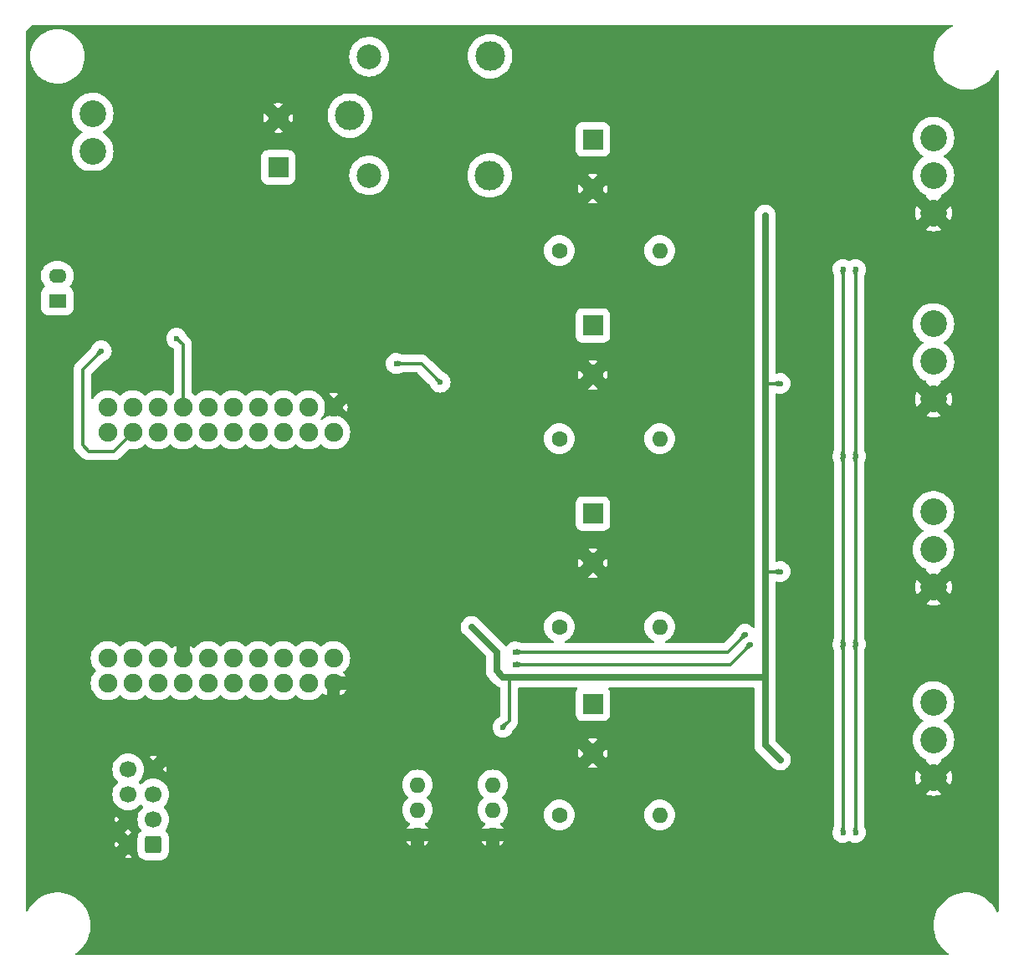
<source format=gbr>
%TF.GenerationSoftware,KiCad,Pcbnew,8.0.8*%
%TF.CreationDate,2025-02-03T05:11:34+01:00*%
%TF.ProjectId,WLEDController,574c4544-436f-46e7-9472-6f6c6c65722e,V1.0*%
%TF.SameCoordinates,Original*%
%TF.FileFunction,Copper,L2,Bot*%
%TF.FilePolarity,Positive*%
%FSLAX46Y46*%
G04 Gerber Fmt 4.6, Leading zero omitted, Abs format (unit mm)*
G04 Created by KiCad (PCBNEW 8.0.8) date 2025-02-03 05:11:34*
%MOMM*%
%LPD*%
G01*
G04 APERTURE LIST*
G04 Aperture macros list*
%AMRoundRect*
0 Rectangle with rounded corners*
0 $1 Rounding radius*
0 $2 $3 $4 $5 $6 $7 $8 $9 X,Y pos of 4 corners*
0 Add a 4 corners polygon primitive as box body*
4,1,4,$2,$3,$4,$5,$6,$7,$8,$9,$2,$3,0*
0 Add four circle primitives for the rounded corners*
1,1,$1+$1,$2,$3*
1,1,$1+$1,$4,$5*
1,1,$1+$1,$6,$7*
1,1,$1+$1,$8,$9*
0 Add four rect primitives between the rounded corners*
20,1,$1+$1,$2,$3,$4,$5,0*
20,1,$1+$1,$4,$5,$6,$7,0*
20,1,$1+$1,$6,$7,$8,$9,0*
20,1,$1+$1,$8,$9,$2,$3,0*%
G04 Aperture macros list end*
%TA.AperFunction,ComponentPad*%
%ADD10C,2.700000*%
%TD*%
%TA.AperFunction,ComponentPad*%
%ADD11C,3.000000*%
%TD*%
%TA.AperFunction,ComponentPad*%
%ADD12C,2.500000*%
%TD*%
%TA.AperFunction,ComponentPad*%
%ADD13R,2.000000X2.000000*%
%TD*%
%TA.AperFunction,ComponentPad*%
%ADD14C,2.000000*%
%TD*%
%TA.AperFunction,ComponentPad*%
%ADD15RoundRect,0.250000X0.600000X0.600000X-0.600000X0.600000X-0.600000X-0.600000X0.600000X-0.600000X0*%
%TD*%
%TA.AperFunction,ComponentPad*%
%ADD16C,1.700000*%
%TD*%
%TA.AperFunction,ComponentPad*%
%ADD17C,1.600000*%
%TD*%
%TA.AperFunction,ComponentPad*%
%ADD18O,1.600000X1.600000*%
%TD*%
%TA.AperFunction,ComponentPad*%
%ADD19R,1.800000X1.400000*%
%TD*%
%TA.AperFunction,ComponentPad*%
%ADD20O,1.800000X1.400000*%
%TD*%
%TA.AperFunction,ComponentPad*%
%ADD21C,1.900000*%
%TD*%
%TA.AperFunction,ViaPad*%
%ADD22C,0.600000*%
%TD*%
%TA.AperFunction,Conductor*%
%ADD23C,1.270000*%
%TD*%
%TA.AperFunction,Conductor*%
%ADD24C,0.317500*%
%TD*%
%TA.AperFunction,Conductor*%
%ADD25C,0.635000*%
%TD*%
G04 APERTURE END LIST*
D10*
%TO.P,J1,1,Pin_1*%
%TO.N,GND*%
X101550000Y-68410000D03*
%TO.P,J1,2,Pin_2*%
%TO.N,unconnected-(J1-Pin_2-Pad2)*%
X101550000Y-64600000D03*
%TO.P,J1,3,Pin_3*%
%TO.N,Net-(J1-Pin_3)*%
X101550000Y-60790000D03*
%TD*%
D11*
%TO.P,K1,1*%
%TO.N,+5V*%
X127580000Y-60990000D03*
D12*
%TO.P,K1,2*%
%TO.N,Net-(D2-A)*%
X129530000Y-67040000D03*
D11*
%TO.P,K1,3*%
%TO.N,+5V_LED*%
X141730000Y-67040000D03*
%TO.P,K1,4*%
%TO.N,unconnected-(K1-Pad4)*%
X141780000Y-54990000D03*
D12*
%TO.P,K1,5*%
%TO.N,+5V*%
X129530000Y-55040000D03*
%TD*%
D13*
%TO.P,C18,1*%
%TO.N,+5V_LED*%
X152175000Y-101297323D03*
D14*
%TO.P,C18,2*%
%TO.N,GND*%
X152175000Y-106297323D03*
%TD*%
D15*
%TO.P,J2,1,Pin_1*%
%TO.N,+5V_D*%
X107697500Y-134810000D03*
D16*
%TO.P,J2,2,Pin_2*%
%TO.N,GND*%
X105157500Y-134810000D03*
%TO.P,J2,3,Pin_3*%
%TO.N,DOUT*%
X107697500Y-132270000D03*
%TO.P,J2,4,Pin_4*%
%TO.N,GND*%
X105157500Y-132270000D03*
%TO.P,J2,5,Pin_5*%
%TO.N,BCK*%
X107697500Y-129730000D03*
%TO.P,J2,6,Pin_6*%
%TO.N,LRCK*%
X105157500Y-129730000D03*
%TO.P,J2,7,Pin_7*%
%TO.N,GND*%
X107697500Y-127190000D03*
%TO.P,J2,8,Pin_8*%
%TO.N,MCK*%
X105157500Y-127190000D03*
%TD*%
D13*
%TO.P,C16,1*%
%TO.N,+5V_LED*%
X152175000Y-63402323D03*
D14*
%TO.P,C16,2*%
%TO.N,GND*%
X152175000Y-68402323D03*
%TD*%
D17*
%TO.P,R7,1*%
%TO.N,Net-(R7-Pad1)*%
X148780000Y-74660000D03*
D18*
%TO.P,R7,2*%
%TO.N,LED_DATA1*%
X158940000Y-74660000D03*
%TD*%
D17*
%TO.P,R10,1*%
%TO.N,Net-(R10-Pad1)*%
X148780000Y-131810000D03*
D18*
%TO.P,R10,2*%
%TO.N,LED_DATA4*%
X158940000Y-131810000D03*
%TD*%
D13*
%TO.P,C17,1*%
%TO.N,+5V_LED*%
X152175000Y-82247323D03*
D14*
%TO.P,C17,2*%
%TO.N,GND*%
X152175000Y-87247323D03*
%TD*%
D10*
%TO.P,J6,1,Pin_1*%
%TO.N,Net-(J6-Pin_1)*%
X186650000Y-120380000D03*
%TO.P,J6,2,Pin_2*%
%TO.N,LED_DATA4*%
X186650000Y-124190000D03*
%TO.P,J6,3,Pin_3*%
%TO.N,GND*%
X186650000Y-128000000D03*
%TD*%
%TO.P,J3,1,Pin_1*%
%TO.N,Net-(J3-Pin_1)*%
X186650000Y-63230000D03*
%TO.P,J3,2,Pin_2*%
%TO.N,LED_DATA1*%
X186650000Y-67040000D03*
%TO.P,J3,3,Pin_3*%
%TO.N,GND*%
X186650000Y-70850000D03*
%TD*%
D19*
%TO.P,D1,1,KA*%
%TO.N,Net-(D1-KA)*%
X97980000Y-79740000D03*
D20*
%TO.P,D1,2,AK*%
%TO.N,Net-(D1-AK)*%
X97980000Y-77200000D03*
%TD*%
D17*
%TO.P,R9,1*%
%TO.N,Net-(R9-Pad1)*%
X148780000Y-112760000D03*
D18*
%TO.P,R9,2*%
%TO.N,LED_DATA3*%
X158940000Y-112760000D03*
%TD*%
%TO.P,U2,1,SD*%
%TO.N,MIC_SD*%
X134425000Y-128765000D03*
%TO.P,U2,2,VDD*%
%TO.N,+3.3V_D*%
X134425000Y-131305000D03*
%TO.P,U2,3,GND*%
%TO.N,GND*%
X134425000Y-133845000D03*
%TO.P,U2,4,L/R*%
X142045000Y-133845000D03*
%TO.P,U2,5,WS*%
%TO.N,MIC_WS*%
X142045000Y-131305000D03*
%TO.P,U2,6,SCK*%
%TO.N,MIC_SCK*%
X142045000Y-128765000D03*
%TD*%
D21*
%TO.P,U3,1,GND*%
%TO.N,GND*%
X125920000Y-90535000D03*
%TO.P,U3,2,RST*%
%TO.N,unconnected-(U3-RST-Pad2)*%
X125920000Y-93075000D03*
%TO.P,U3,3,NC*%
%TO.N,unconnected-(U3-NC-Pad3)*%
X123380000Y-90535000D03*
%TO.P,U3,4,IO_36/SVP/A0*%
%TO.N,unconnected-(U3-IO_36{slash}SVP{slash}A0-Pad4)*%
X123380000Y-93075000D03*
%TO.P,U3,5,IO_39/SVN*%
%TO.N,unconnected-(U3-IO_39{slash}SVN-Pad5)*%
X120840000Y-90535000D03*
%TO.P,U3,6,IO_26/D0*%
%TO.N,RELAY_CTRL*%
X120840000Y-93075000D03*
%TO.P,U3,7,IO_35*%
%TO.N,unconnected-(U3-IO_35-Pad7)*%
X118300000Y-90535000D03*
%TO.P,U3,8,IO_18/D5*%
%TO.N,DATA1*%
X118300000Y-93075000D03*
%TO.P,U3,9,IO_33*%
%TO.N,DATA2*%
X115760000Y-90535000D03*
%TO.P,U3,10,IO_19/D6*%
%TO.N,DATA3*%
X115760000Y-93075000D03*
%TO.P,U3,11,IO_34*%
%TO.N,unconnected-(U3-IO_34-Pad11)*%
X113220000Y-90535000D03*
%TO.P,U3,12,IO_23/D7*%
%TO.N,DATA4*%
X113220000Y-93075000D03*
%TO.P,U3,13,IO_14/TMS*%
%TO.N,Net-(D1-AK)*%
X110680000Y-90535000D03*
%TO.P,U3,14,IO_05/D8*%
%TO.N,unconnected-(U3-IO_05{slash}D8-Pad14)*%
X110680000Y-93075000D03*
%TO.P,U3,15,NC*%
%TO.N,unconnected-(U3-NC-Pad15)*%
X108140000Y-90535000D03*
%TO.P,U3,16,3V3*%
%TO.N,+3.3V_ESP*%
X108140000Y-93075000D03*
%TO.P,U3,17,IO_09/SD2*%
%TO.N,unconnected-(U3-IO_09{slash}SD2-Pad17)*%
X105600000Y-90535000D03*
%TO.P,U3,18,IO_13/TCK*%
%TO.N,Net-(U3-IO_13{slash}TCK)*%
X105600000Y-93075000D03*
%TO.P,U3,19,CMD*%
%TO.N,unconnected-(U3-CMD-Pad19)*%
X103060000Y-90535000D03*
%TO.P,U3,20,IO_10/SD3*%
%TO.N,unconnected-(U3-IO_10{slash}SD3-Pad20)*%
X103060000Y-93075000D03*
%TO.P,U3,21,TXD*%
%TO.N,unconnected-(U3-TXD-Pad21)*%
X125920000Y-115935000D03*
%TO.P,U3,22,GND*%
%TO.N,GND*%
X125920000Y-118475000D03*
%TO.P,U3,23,RXD*%
%TO.N,unconnected-(U3-RXD-Pad23)*%
X123380000Y-115935000D03*
%TO.P,U3,24,IO_27*%
%TO.N,MIC_SCK*%
X123380000Y-118475000D03*
%TO.P,U3,25,IO_22/D1/SCL*%
%TO.N,SCL*%
X120840000Y-115935000D03*
%TO.P,U3,26,IO_25*%
%TO.N,MIC_WS*%
X120840000Y-118475000D03*
%TO.P,U3,27,IO_21/D2/SDA*%
%TO.N,SDA*%
X118300000Y-115935000D03*
%TO.P,U3,28,IO_32*%
%TO.N,MIC_SD*%
X118300000Y-118475000D03*
%TO.P,U3,29,IO_17/D3*%
%TO.N,DOUT*%
X115760000Y-115935000D03*
%TO.P,U3,30,IO_12/TDI*%
%TO.N,unconnected-(U3-IO_12{slash}TDI-Pad30)*%
X115760000Y-118475000D03*
%TO.P,U3,31,IO_16/D4*%
%TO.N,LRCK*%
X113220000Y-115935000D03*
%TO.P,U3,32,IO_04*%
%TO.N,BCK*%
X113220000Y-118475000D03*
%TO.P,U3,33,GND*%
%TO.N,GND*%
X110680000Y-115935000D03*
%TO.P,U3,34,IO_00*%
%TO.N,MCK*%
X110680000Y-118475000D03*
%TO.P,U3,35,VCC_(USB)*%
%TO.N,+5V_D*%
X108140000Y-115935000D03*
%TO.P,U3,36,IO_02*%
%TO.N,unconnected-(U3-IO_02-Pad36)*%
X108140000Y-118475000D03*
%TO.P,U3,37,TD0*%
%TO.N,unconnected-(U3-TD0-Pad37)*%
X105600000Y-115935000D03*
%TO.P,U3,38,SD1*%
%TO.N,unconnected-(U3-SD1-Pad38)*%
X105600000Y-118475000D03*
%TO.P,U3,39,SD0*%
%TO.N,unconnected-(U3-SD0-Pad39)*%
X103060000Y-115935000D03*
%TO.P,U3,40,CLK*%
%TO.N,unconnected-(U3-CLK-Pad40)*%
X103060000Y-118475000D03*
%TD*%
D17*
%TO.P,R8,1*%
%TO.N,Net-(R8-Pad1)*%
X148780000Y-93710000D03*
D18*
%TO.P,R8,2*%
%TO.N,LED_DATA2*%
X158940000Y-93710000D03*
%TD*%
D13*
%TO.P,C6,1*%
%TO.N,+5V*%
X120332000Y-66232677D03*
D14*
%TO.P,C6,2*%
%TO.N,GND*%
X120332000Y-61232677D03*
%TD*%
D10*
%TO.P,J5,1,Pin_1*%
%TO.N,Net-(J5-Pin_1)*%
X186650000Y-101125000D03*
%TO.P,J5,2,Pin_2*%
%TO.N,LED_DATA3*%
X186650000Y-104935000D03*
%TO.P,J5,3,Pin_3*%
%TO.N,GND*%
X186650000Y-108745000D03*
%TD*%
%TO.P,J4,1,Pin_1*%
%TO.N,Net-(J4-Pin_1)*%
X186650000Y-82095000D03*
%TO.P,J4,2,Pin_2*%
%TO.N,LED_DATA2*%
X186650000Y-85905000D03*
%TO.P,J4,3,Pin_3*%
%TO.N,GND*%
X186650000Y-89715000D03*
%TD*%
D13*
%TO.P,C19,1*%
%TO.N,+5V_LED*%
X152175000Y-120552323D03*
D14*
%TO.P,C19,2*%
%TO.N,GND*%
X152175000Y-125552323D03*
%TD*%
D22*
%TO.N,GND*%
X163385000Y-90535000D03*
X145986000Y-94218000D03*
X114700000Y-123400000D03*
X180276000Y-124698000D03*
X117788000Y-139814000D03*
X179895000Y-105775000D03*
X128016000Y-124460000D03*
X163385000Y-128635000D03*
X143192000Y-83042000D03*
X171640000Y-75168000D03*
X163385000Y-109585000D03*
X177990000Y-67675000D03*
X171640000Y-113268000D03*
X124396000Y-53578000D03*
X128202000Y-141846000D03*
X171640000Y-94472000D03*
X171640000Y-132318000D03*
X118804000Y-130670000D03*
X163385000Y-71485000D03*
X121094000Y-77962000D03*
X136588000Y-90916000D03*
X136838000Y-141846000D03*
X112966000Y-81772000D03*
X136588000Y-92694000D03*
X180276000Y-86598000D03*
X136588000Y-94726000D03*
X141922000Y-79994000D03*
X145986000Y-91424000D03*
%TO.N,+5V_D*%
X136715000Y-87995000D03*
X132270000Y-86090000D03*
%TO.N,SCL*%
X178752000Y-76565000D03*
X168084000Y-114538000D03*
X178752000Y-133588000D03*
X144335000Y-116570000D03*
X178752000Y-114538000D03*
X178752000Y-95488000D03*
%TO.N,SDA*%
X177482000Y-114538000D03*
X177482000Y-95488000D03*
X167576000Y-113522000D03*
X144335000Y-115300000D03*
X177482000Y-133588000D03*
X177482000Y-76565000D03*
%TO.N,+3.3V_ESP*%
X169608000Y-71104000D03*
X171132000Y-107172000D03*
X171132000Y-126222000D03*
X139890000Y-112760000D03*
X171132000Y-88122000D03*
X143065000Y-122920000D03*
%TO.N,Net-(D1-AK)*%
X110045000Y-83550000D03*
%TO.N,Net-(U3-IO_13{slash}TCK)*%
X102425000Y-84820000D03*
%TD*%
D23*
%TO.N,GND*%
X110680000Y-115935000D02*
X110680000Y-114030000D01*
D24*
%TO.N,+5V_D*%
X136715000Y-87995000D02*
X134810000Y-86090000D01*
X134810000Y-86090000D02*
X132270000Y-86090000D01*
%TO.N,SCL*%
X168084000Y-114538000D02*
X166052000Y-116570000D01*
X178752000Y-95488000D02*
X178752000Y-114538000D01*
X166052000Y-116570000D02*
X144335000Y-116570000D01*
X178752000Y-114538000D02*
X178752000Y-133588000D01*
X178752000Y-76565000D02*
X178752000Y-95488000D01*
%TO.N,SDA*%
X167576000Y-113522000D02*
X165798000Y-115300000D01*
X177482000Y-95488000D02*
X177482000Y-76565000D01*
X177482000Y-133588000D02*
X177482000Y-114538000D01*
X165798000Y-115300000D02*
X144335000Y-115300000D01*
X177482000Y-114538000D02*
X177482000Y-95488000D01*
D25*
%TO.N,+3.3V_ESP*%
X169608000Y-88122000D02*
X169608000Y-88884000D01*
X143700000Y-117840000D02*
X169608000Y-117840000D01*
D24*
X143065000Y-122920000D02*
X143700000Y-122285000D01*
D25*
X143065000Y-117840000D02*
X142430000Y-117205000D01*
X169608000Y-73644000D02*
X169608000Y-86852000D01*
X169608000Y-88884000D02*
X169608000Y-93202000D01*
X169608000Y-71104000D02*
X169608000Y-73644000D01*
X171132000Y-126222000D02*
X169608000Y-124698000D01*
X142430000Y-117205000D02*
X142430000Y-115300000D01*
X169608000Y-86852000D02*
X169608000Y-88122000D01*
X169608000Y-93202000D02*
X169608000Y-107172000D01*
X143700000Y-117840000D02*
X143065000Y-117840000D01*
X142430000Y-115300000D02*
X139890000Y-112760000D01*
X169608000Y-107172000D02*
X169608000Y-117840000D01*
D24*
X143700000Y-122285000D02*
X143700000Y-117840000D01*
X171132000Y-107172000D02*
X169608000Y-107172000D01*
X169608000Y-88122000D02*
X171132000Y-88122000D01*
D25*
X169608000Y-117840000D02*
X169608000Y-124698000D01*
D24*
%TO.N,Net-(D1-AK)*%
X110680000Y-84185000D02*
X110045000Y-83550000D01*
X110680000Y-90535000D02*
X110680000Y-84185000D01*
%TO.N,Net-(U3-IO_13{slash}TCK)*%
X100520000Y-92440000D02*
X100520000Y-86725000D01*
X101155000Y-94980000D02*
X100520000Y-94345000D01*
X100520000Y-94345000D02*
X100520000Y-92440000D01*
X102425000Y-94980000D02*
X101155000Y-94980000D01*
X103695000Y-94980000D02*
X102425000Y-94980000D01*
X100520000Y-86725000D02*
X102425000Y-84820000D01*
X105600000Y-93075000D02*
X103695000Y-94980000D01*
%TD*%
%TA.AperFunction,Conductor*%
%TO.N,GND*%
G36*
X188545628Y-51818907D02*
G01*
X188581592Y-51868407D01*
X188581592Y-51929593D01*
X188545628Y-51979093D01*
X188529006Y-51988850D01*
X188428300Y-52035441D01*
X188428294Y-52035444D01*
X188428292Y-52035445D01*
X188357381Y-52078111D01*
X188116981Y-52222755D01*
X188116976Y-52222758D01*
X187827742Y-52442627D01*
X187563984Y-52692473D01*
X187563974Y-52692483D01*
X187328778Y-52969379D01*
X187328771Y-52969389D01*
X187124886Y-53270094D01*
X186954700Y-53591097D01*
X186820224Y-53928611D01*
X186820220Y-53928622D01*
X186723027Y-54278678D01*
X186664248Y-54637214D01*
X186644579Y-55000000D01*
X186664248Y-55362785D01*
X186723027Y-55721321D01*
X186820220Y-56071377D01*
X186820224Y-56071388D01*
X186820225Y-56071391D01*
X186838662Y-56117665D01*
X186954700Y-56408902D01*
X187032550Y-56555742D01*
X187124883Y-56729900D01*
X187328773Y-57030614D01*
X187328777Y-57030619D01*
X187328778Y-57030620D01*
X187563974Y-57307516D01*
X187563984Y-57307526D01*
X187827742Y-57557372D01*
X187827746Y-57557375D01*
X188116981Y-57777245D01*
X188428292Y-57964555D01*
X188758031Y-58117108D01*
X189102330Y-58233116D01*
X189102335Y-58233117D01*
X189102338Y-58233118D01*
X189457148Y-58311217D01*
X189457149Y-58311217D01*
X189457153Y-58311218D01*
X189818341Y-58350500D01*
X190181659Y-58350500D01*
X190542847Y-58311218D01*
X190897661Y-58233118D01*
X190897662Y-58233118D01*
X190897664Y-58233117D01*
X190897670Y-58233116D01*
X191241969Y-58117108D01*
X191571708Y-57964555D01*
X191883019Y-57777245D01*
X192172254Y-57557375D01*
X192436021Y-57307521D01*
X192671227Y-57030614D01*
X192875117Y-56729900D01*
X193043533Y-56412233D01*
X193087494Y-56369680D01*
X193148074Y-56361091D01*
X193202132Y-56389751D01*
X193229020Y-56444712D01*
X193230000Y-56458608D01*
X193230000Y-141541391D01*
X193211093Y-141599582D01*
X193161593Y-141635546D01*
X193100407Y-141635546D01*
X193050907Y-141599582D01*
X193043532Y-141587764D01*
X193020453Y-141544232D01*
X192875117Y-141270100D01*
X192671227Y-140969386D01*
X192501290Y-140769320D01*
X192436025Y-140692483D01*
X192436015Y-140692473D01*
X192172257Y-140442627D01*
X191883023Y-140222758D01*
X191883022Y-140222757D01*
X191883019Y-140222755D01*
X191571708Y-140035445D01*
X191458468Y-139983054D01*
X191241974Y-139882894D01*
X191241971Y-139882893D01*
X191241969Y-139882892D01*
X190897670Y-139766884D01*
X190897669Y-139766883D01*
X190897661Y-139766881D01*
X190542851Y-139688782D01*
X190542852Y-139688782D01*
X190181659Y-139649500D01*
X189818341Y-139649500D01*
X189457147Y-139688782D01*
X189102339Y-139766881D01*
X189102337Y-139766881D01*
X188758025Y-139882894D01*
X188428300Y-140035441D01*
X188428294Y-140035444D01*
X188116981Y-140222755D01*
X188116976Y-140222758D01*
X187827742Y-140442627D01*
X187563984Y-140692473D01*
X187563974Y-140692483D01*
X187328778Y-140969379D01*
X187328771Y-140969389D01*
X187124886Y-141270094D01*
X186954700Y-141591097D01*
X186820224Y-141928611D01*
X186820220Y-141928622D01*
X186723027Y-142278678D01*
X186664248Y-142637214D01*
X186644579Y-143000000D01*
X186664248Y-143362785D01*
X186723027Y-143721321D01*
X186820220Y-144071377D01*
X186820224Y-144071388D01*
X186820225Y-144071391D01*
X186839167Y-144118933D01*
X186954700Y-144408902D01*
X186954702Y-144408905D01*
X187124883Y-144729900D01*
X187328773Y-145030614D01*
X187328777Y-145030619D01*
X187328778Y-145030620D01*
X187563974Y-145307516D01*
X187563984Y-145307526D01*
X187827742Y-145557372D01*
X187827746Y-145557375D01*
X188116981Y-145777245D01*
X188181677Y-145816171D01*
X188221790Y-145862373D01*
X188227086Y-145923328D01*
X188195542Y-145975755D01*
X188139206Y-145999628D01*
X188130637Y-146000000D01*
X99869363Y-146000000D01*
X99811172Y-145981093D01*
X99775208Y-145931593D01*
X99775208Y-145870407D01*
X99811172Y-145820907D01*
X99818316Y-145816175D01*
X99883019Y-145777245D01*
X100172254Y-145557375D01*
X100436021Y-145307521D01*
X100671227Y-145030614D01*
X100875117Y-144729900D01*
X101045298Y-144408905D01*
X101179775Y-144071391D01*
X101179779Y-144071377D01*
X101276972Y-143721321D01*
X101300821Y-143575852D01*
X101335751Y-143362785D01*
X101355421Y-143000000D01*
X101335751Y-142637215D01*
X101276973Y-142278684D01*
X101276972Y-142278683D01*
X101276972Y-142278678D01*
X101179779Y-141928622D01*
X101179777Y-141928617D01*
X101179775Y-141928609D01*
X101072615Y-141659657D01*
X101045299Y-141591097D01*
X101020453Y-141544232D01*
X100875117Y-141270100D01*
X100671227Y-140969386D01*
X100501290Y-140769320D01*
X100436025Y-140692483D01*
X100436015Y-140692473D01*
X100172257Y-140442627D01*
X99883023Y-140222758D01*
X99883022Y-140222757D01*
X99883019Y-140222755D01*
X99571708Y-140035445D01*
X99458468Y-139983054D01*
X99241974Y-139882894D01*
X99241971Y-139882893D01*
X99241969Y-139882892D01*
X98897670Y-139766884D01*
X98897669Y-139766883D01*
X98897661Y-139766881D01*
X98542851Y-139688782D01*
X98542852Y-139688782D01*
X98181659Y-139649500D01*
X97818341Y-139649500D01*
X97457147Y-139688782D01*
X97102339Y-139766881D01*
X97102337Y-139766881D01*
X96758025Y-139882894D01*
X96428300Y-140035441D01*
X96428294Y-140035444D01*
X96116981Y-140222755D01*
X96116976Y-140222758D01*
X95827742Y-140442627D01*
X95563984Y-140692473D01*
X95563974Y-140692483D01*
X95328778Y-140969379D01*
X95328771Y-140969389D01*
X95124886Y-141270094D01*
X95124883Y-141270100D01*
X95051051Y-141409363D01*
X94991468Y-141521748D01*
X94947506Y-141564303D01*
X94886926Y-141572892D01*
X94832868Y-141544232D01*
X94805980Y-141489271D01*
X94805000Y-141475375D01*
X94805000Y-136106527D01*
X104780211Y-136106527D01*
X104922187Y-136144570D01*
X105157497Y-136165157D01*
X105157503Y-136165157D01*
X105392812Y-136144570D01*
X105534788Y-136106527D01*
X105157500Y-135729238D01*
X104780211Y-136106527D01*
X94805000Y-136106527D01*
X94805000Y-134809996D01*
X103802343Y-134809996D01*
X103802343Y-134810003D01*
X103822929Y-135045313D01*
X103860971Y-135187288D01*
X104238260Y-134810000D01*
X104172434Y-134744174D01*
X104657500Y-134744174D01*
X104657500Y-134875826D01*
X104691575Y-135002993D01*
X104757401Y-135117007D01*
X104850493Y-135210099D01*
X104964507Y-135275925D01*
X105091674Y-135310000D01*
X105223326Y-135310000D01*
X105350493Y-135275925D01*
X105464507Y-135210099D01*
X105557599Y-135117007D01*
X105623425Y-135002993D01*
X105657500Y-134875826D01*
X105657500Y-134744174D01*
X105623425Y-134617007D01*
X105557599Y-134502993D01*
X105464507Y-134409901D01*
X105350493Y-134344075D01*
X105223326Y-134310000D01*
X105091674Y-134310000D01*
X104964507Y-134344075D01*
X104850493Y-134409901D01*
X104757401Y-134502993D01*
X104691575Y-134617007D01*
X104657500Y-134744174D01*
X104172434Y-134744174D01*
X103860971Y-134432711D01*
X103822929Y-134574686D01*
X103802343Y-134809996D01*
X94805000Y-134809996D01*
X94805000Y-133540000D01*
X104806738Y-133540000D01*
X105157499Y-133890760D01*
X105508261Y-133539999D01*
X105157500Y-133189238D01*
X104806738Y-133540000D01*
X94805000Y-133540000D01*
X94805000Y-132269996D01*
X103802343Y-132269996D01*
X103802343Y-132270003D01*
X103822929Y-132505313D01*
X103860971Y-132647288D01*
X104238260Y-132270000D01*
X104172434Y-132204174D01*
X104657500Y-132204174D01*
X104657500Y-132335826D01*
X104691575Y-132462993D01*
X104757401Y-132577007D01*
X104850493Y-132670099D01*
X104964507Y-132735925D01*
X105091674Y-132770000D01*
X105223326Y-132770000D01*
X105350493Y-132735925D01*
X105464507Y-132670099D01*
X105557599Y-132577007D01*
X105623425Y-132462993D01*
X105657500Y-132335826D01*
X105657500Y-132204174D01*
X105623425Y-132077007D01*
X105557599Y-131962993D01*
X105464507Y-131869901D01*
X105350493Y-131804075D01*
X105223326Y-131770000D01*
X105091674Y-131770000D01*
X104964507Y-131804075D01*
X104850493Y-131869901D01*
X104757401Y-131962993D01*
X104691575Y-132077007D01*
X104657500Y-132204174D01*
X104172434Y-132204174D01*
X103860971Y-131892711D01*
X103822929Y-132034686D01*
X103802343Y-132269996D01*
X94805000Y-132269996D01*
X94805000Y-127190000D01*
X103552051Y-127190000D01*
X103571816Y-127441146D01*
X103630627Y-127686113D01*
X103727032Y-127918856D01*
X103727035Y-127918862D01*
X103858662Y-128133656D01*
X103858668Y-128133664D01*
X104000335Y-128299535D01*
X104022276Y-128325224D01*
X104029711Y-128331574D01*
X104091937Y-128384720D01*
X104123906Y-128436889D01*
X104119105Y-128497886D01*
X104091937Y-128535280D01*
X104022279Y-128594773D01*
X104022267Y-128594785D01*
X103858668Y-128786335D01*
X103858662Y-128786343D01*
X103727035Y-129001137D01*
X103727032Y-129001143D01*
X103630627Y-129233886D01*
X103571816Y-129478853D01*
X103552051Y-129730000D01*
X103571816Y-129981146D01*
X103630627Y-130226113D01*
X103727032Y-130458856D01*
X103727035Y-130458862D01*
X103858662Y-130673656D01*
X103858668Y-130673664D01*
X103987398Y-130824388D01*
X104022276Y-130865224D01*
X104022282Y-130865229D01*
X104022285Y-130865232D01*
X104091937Y-130924720D01*
X104213841Y-131028836D01*
X104267467Y-131061698D01*
X104428637Y-131160464D01*
X104428643Y-131160467D01*
X104661387Y-131256872D01*
X104661389Y-131256873D01*
X104906352Y-131315683D01*
X105104470Y-131331275D01*
X105151514Y-131350761D01*
X105166362Y-131350760D01*
X105202807Y-131332189D01*
X105210500Y-131331277D01*
X105408648Y-131315683D01*
X105653611Y-131256873D01*
X105886359Y-131160466D01*
X106101159Y-131028836D01*
X106292724Y-130865224D01*
X106352220Y-130795563D01*
X106404389Y-130763593D01*
X106465385Y-130768394D01*
X106502780Y-130795563D01*
X106527394Y-130824383D01*
X106562276Y-130865224D01*
X106598103Y-130895823D01*
X106631937Y-130924720D01*
X106663906Y-130976889D01*
X106659105Y-131037886D01*
X106631937Y-131075280D01*
X106562279Y-131134773D01*
X106562267Y-131134785D01*
X106398668Y-131326335D01*
X106398662Y-131326343D01*
X106267035Y-131541137D01*
X106267032Y-131541143D01*
X106170627Y-131773886D01*
X106111816Y-132018852D01*
X106096224Y-132216968D01*
X106076737Y-132264011D01*
X106076738Y-132278863D01*
X106095310Y-132315310D01*
X106096224Y-132323031D01*
X106111816Y-132521147D01*
X106170627Y-132766113D01*
X106267032Y-132998856D01*
X106267035Y-132998862D01*
X106398662Y-133213656D01*
X106398668Y-133213664D01*
X106471450Y-133298881D01*
X106494865Y-133355409D01*
X106480581Y-133414903D01*
X106458733Y-133439902D01*
X106386397Y-133498884D01*
X106386390Y-133498891D01*
X106257800Y-133656595D01*
X106163590Y-133836952D01*
X106107614Y-134032579D01*
X106097000Y-134151966D01*
X106097000Y-134748731D01*
X106078093Y-134806922D01*
X106076737Y-134808508D01*
X106076738Y-134818407D01*
X106095781Y-134855782D01*
X106097000Y-134871269D01*
X106097000Y-135468032D01*
X106105318Y-135561599D01*
X106107614Y-135587418D01*
X106163591Y-135783049D01*
X106257802Y-135963407D01*
X106386391Y-136121109D01*
X106544093Y-136249698D01*
X106724451Y-136343909D01*
X106920082Y-136399886D01*
X107039463Y-136410500D01*
X108355536Y-136410499D01*
X108474918Y-136399886D01*
X108670549Y-136343909D01*
X108850907Y-136249698D01*
X109008609Y-136121109D01*
X109137198Y-135963407D01*
X109231409Y-135783049D01*
X109287386Y-135587418D01*
X109298000Y-135468037D01*
X109297999Y-134495000D01*
X133293708Y-134495000D01*
X133294867Y-134497485D01*
X133425334Y-134683811D01*
X133586188Y-134844665D01*
X133772516Y-134975133D01*
X133775000Y-134976290D01*
X133775000Y-134495001D01*
X135075000Y-134495001D01*
X135075000Y-134976290D01*
X135077483Y-134975133D01*
X135263811Y-134844665D01*
X135424665Y-134683811D01*
X135555132Y-134497485D01*
X135556292Y-134495000D01*
X140913708Y-134495000D01*
X140914867Y-134497485D01*
X141045334Y-134683811D01*
X141206188Y-134844665D01*
X141392516Y-134975133D01*
X141395000Y-134976290D01*
X141395000Y-134495001D01*
X142695000Y-134495001D01*
X142695000Y-134976290D01*
X142697483Y-134975133D01*
X142883811Y-134844665D01*
X143044665Y-134683811D01*
X143175132Y-134497485D01*
X143176292Y-134495000D01*
X142695001Y-134495000D01*
X142695000Y-134495001D01*
X141395000Y-134495001D01*
X141394999Y-134495000D01*
X140913708Y-134495000D01*
X135556292Y-134495000D01*
X135075001Y-134495000D01*
X135075000Y-134495001D01*
X133775000Y-134495001D01*
X133774999Y-134495000D01*
X133293708Y-134495000D01*
X109297999Y-134495000D01*
X109297999Y-134151964D01*
X109287386Y-134032582D01*
X109231409Y-133836951D01*
X109208106Y-133792339D01*
X134025000Y-133792339D01*
X134025000Y-133897661D01*
X134052259Y-133999394D01*
X134104920Y-134090606D01*
X134179394Y-134165080D01*
X134270606Y-134217741D01*
X134372339Y-134245000D01*
X134477661Y-134245000D01*
X134579394Y-134217741D01*
X134670606Y-134165080D01*
X134745080Y-134090606D01*
X134797741Y-133999394D01*
X134825000Y-133897661D01*
X134825000Y-133792339D01*
X141645000Y-133792339D01*
X141645000Y-133897661D01*
X141672259Y-133999394D01*
X141724920Y-134090606D01*
X141799394Y-134165080D01*
X141890606Y-134217741D01*
X141992339Y-134245000D01*
X142097661Y-134245000D01*
X142199394Y-134217741D01*
X142290606Y-134165080D01*
X142365080Y-134090606D01*
X142417741Y-133999394D01*
X142445000Y-133897661D01*
X142445000Y-133792339D01*
X142417741Y-133690606D01*
X142365080Y-133599394D01*
X142290606Y-133524920D01*
X142199394Y-133472259D01*
X142097661Y-133445000D01*
X141992339Y-133445000D01*
X141890606Y-133472259D01*
X141799394Y-133524920D01*
X141724920Y-133599394D01*
X141672259Y-133690606D01*
X141645000Y-133792339D01*
X134825000Y-133792339D01*
X134797741Y-133690606D01*
X134745080Y-133599394D01*
X134670606Y-133524920D01*
X134579394Y-133472259D01*
X134477661Y-133445000D01*
X134372339Y-133445000D01*
X134270606Y-133472259D01*
X134179394Y-133524920D01*
X134104920Y-133599394D01*
X134052259Y-133690606D01*
X134025000Y-133792339D01*
X109208106Y-133792339D01*
X109137198Y-133656593D01*
X109008609Y-133498891D01*
X109008603Y-133498886D01*
X109008599Y-133498882D01*
X108936266Y-133439902D01*
X108903115Y-133388476D01*
X108906524Y-133327385D01*
X108923546Y-133298883D01*
X108996336Y-133213659D01*
X109127966Y-132998859D01*
X109224373Y-132766111D01*
X109283183Y-132521148D01*
X109302949Y-132270000D01*
X109283183Y-132018852D01*
X109224373Y-131773889D01*
X109138552Y-131566699D01*
X109127967Y-131541143D01*
X109127964Y-131541137D01*
X109040212Y-131397941D01*
X108996336Y-131326341D01*
X108854666Y-131160467D01*
X108832732Y-131134785D01*
X108832729Y-131134782D01*
X108832724Y-131134776D01*
X108832717Y-131134770D01*
X108832714Y-131134767D01*
X108763063Y-131075280D01*
X108731093Y-131023111D01*
X108735894Y-130962115D01*
X108763063Y-130924720D01*
X108796906Y-130895815D01*
X108832724Y-130865224D01*
X108996336Y-130673659D01*
X109127966Y-130458859D01*
X109224373Y-130226111D01*
X109283183Y-129981148D01*
X109302949Y-129730000D01*
X109283183Y-129478852D01*
X109224373Y-129233889D01*
X109130931Y-129008300D01*
X109127967Y-129001143D01*
X109127964Y-129001137D01*
X108996337Y-128786343D01*
X108996336Y-128786341D01*
X108978109Y-128765000D01*
X132869706Y-128765000D01*
X132888853Y-129008300D01*
X132945828Y-129245613D01*
X132945829Y-129245616D01*
X133039219Y-129471081D01*
X133039224Y-129471092D01*
X133166739Y-129679176D01*
X133166745Y-129679184D01*
X133300548Y-129835848D01*
X133325241Y-129864759D01*
X133405681Y-129933461D01*
X133436426Y-129959720D01*
X133468395Y-130011889D01*
X133463594Y-130072886D01*
X133436426Y-130110280D01*
X133325244Y-130205238D01*
X133325232Y-130205250D01*
X133166745Y-130390815D01*
X133166739Y-130390823D01*
X133039224Y-130598907D01*
X133039219Y-130598918D01*
X132945829Y-130824383D01*
X132945828Y-130824386D01*
X132888853Y-131061699D01*
X132869706Y-131305000D01*
X132888853Y-131548300D01*
X132945828Y-131785613D01*
X132945829Y-131785616D01*
X133039219Y-132011081D01*
X133039224Y-132011092D01*
X133166739Y-132219176D01*
X133166745Y-132219184D01*
X133266366Y-132335826D01*
X133325241Y-132404759D01*
X133325247Y-132404764D01*
X133325250Y-132404767D01*
X133455592Y-132516089D01*
X133510821Y-132563259D01*
X133533256Y-132577007D01*
X133637096Y-132640641D01*
X133676832Y-132687167D01*
X133681633Y-132748163D01*
X133649663Y-132800332D01*
X133642152Y-132806148D01*
X133586188Y-132845334D01*
X133425334Y-133006188D01*
X133294867Y-133192514D01*
X133293708Y-133195000D01*
X135556291Y-133195000D01*
X135555132Y-133192514D01*
X135424665Y-133006188D01*
X135263811Y-132845334D01*
X135207847Y-132806148D01*
X135171025Y-132757284D01*
X135169957Y-132696108D01*
X135205051Y-132645987D01*
X135212904Y-132640641D01*
X135339171Y-132563264D01*
X135339171Y-132563263D01*
X135339179Y-132563259D01*
X135524759Y-132404759D01*
X135683259Y-132219179D01*
X135810777Y-132011089D01*
X135904172Y-131785612D01*
X135961146Y-131548302D01*
X135980294Y-131305000D01*
X135961146Y-131061698D01*
X135904172Y-130824388D01*
X135855723Y-130707421D01*
X135810780Y-130598918D01*
X135810775Y-130598907D01*
X135683260Y-130390823D01*
X135683259Y-130390821D01*
X135567006Y-130254706D01*
X135524767Y-130205250D01*
X135524764Y-130205247D01*
X135524759Y-130205241D01*
X135524752Y-130205235D01*
X135524749Y-130205232D01*
X135413574Y-130110280D01*
X135381604Y-130058111D01*
X135386405Y-129997114D01*
X135413574Y-129959720D01*
X135445188Y-129932718D01*
X135524759Y-129864759D01*
X135683259Y-129679179D01*
X135810777Y-129471089D01*
X135904172Y-129245612D01*
X135961146Y-129008302D01*
X135980294Y-128765000D01*
X140489706Y-128765000D01*
X140508853Y-129008300D01*
X140565828Y-129245613D01*
X140565829Y-129245616D01*
X140659219Y-129471081D01*
X140659224Y-129471092D01*
X140786739Y-129679176D01*
X140786745Y-129679184D01*
X140920548Y-129835848D01*
X140945241Y-129864759D01*
X141025681Y-129933461D01*
X141056426Y-129959720D01*
X141088395Y-130011889D01*
X141083594Y-130072886D01*
X141056426Y-130110280D01*
X140945244Y-130205238D01*
X140945232Y-130205250D01*
X140786745Y-130390815D01*
X140786739Y-130390823D01*
X140659224Y-130598907D01*
X140659219Y-130598918D01*
X140565829Y-130824383D01*
X140565828Y-130824386D01*
X140508853Y-131061699D01*
X140489706Y-131305000D01*
X140508853Y-131548300D01*
X140565828Y-131785613D01*
X140565829Y-131785616D01*
X140659219Y-132011081D01*
X140659224Y-132011092D01*
X140786739Y-132219176D01*
X140786745Y-132219184D01*
X140886366Y-132335826D01*
X140945241Y-132404759D01*
X140945247Y-132404764D01*
X140945250Y-132404767D01*
X141075592Y-132516089D01*
X141130821Y-132563259D01*
X141153256Y-132577007D01*
X141257096Y-132640641D01*
X141296832Y-132687167D01*
X141301633Y-132748163D01*
X141269663Y-132800332D01*
X141262152Y-132806148D01*
X141206188Y-132845334D01*
X141045334Y-133006188D01*
X140914867Y-133192514D01*
X140913708Y-133195000D01*
X143176291Y-133195000D01*
X143175132Y-133192514D01*
X143044665Y-133006188D01*
X142883811Y-132845334D01*
X142827847Y-132806148D01*
X142791025Y-132757284D01*
X142789957Y-132696108D01*
X142825051Y-132645987D01*
X142832904Y-132640641D01*
X142959171Y-132563264D01*
X142959171Y-132563263D01*
X142959179Y-132563259D01*
X143144759Y-132404759D01*
X143303259Y-132219179D01*
X143430777Y-132011089D01*
X143514070Y-131810000D01*
X147224706Y-131810000D01*
X147243853Y-132053300D01*
X147300828Y-132290613D01*
X147300829Y-132290616D01*
X147394219Y-132516081D01*
X147394224Y-132516092D01*
X147521739Y-132724176D01*
X147521745Y-132724184D01*
X147661847Y-132888223D01*
X147680241Y-132909759D01*
X147865821Y-133068259D01*
X147865823Y-133068260D01*
X148073907Y-133195775D01*
X148073918Y-133195780D01*
X148287771Y-133284360D01*
X148299388Y-133289172D01*
X148536698Y-133346146D01*
X148780000Y-133365294D01*
X149023302Y-133346146D01*
X149260612Y-133289172D01*
X149486089Y-133195777D01*
X149694179Y-133068259D01*
X149879759Y-132909759D01*
X150038259Y-132724179D01*
X150165777Y-132516089D01*
X150259172Y-132290612D01*
X150316146Y-132053302D01*
X150335294Y-131810000D01*
X157384706Y-131810000D01*
X157403853Y-132053300D01*
X157460828Y-132290613D01*
X157460829Y-132290616D01*
X157554219Y-132516081D01*
X157554224Y-132516092D01*
X157681739Y-132724176D01*
X157681745Y-132724184D01*
X157821847Y-132888223D01*
X157840241Y-132909759D01*
X158025821Y-133068259D01*
X158025823Y-133068260D01*
X158233907Y-133195775D01*
X158233918Y-133195780D01*
X158447771Y-133284360D01*
X158459388Y-133289172D01*
X158696698Y-133346146D01*
X158940000Y-133365294D01*
X159183302Y-133346146D01*
X159420612Y-133289172D01*
X159646089Y-133195777D01*
X159854179Y-133068259D01*
X160039759Y-132909759D01*
X160198259Y-132724179D01*
X160325777Y-132516089D01*
X160419172Y-132290612D01*
X160476146Y-132053302D01*
X160495294Y-131810000D01*
X160476146Y-131566698D01*
X160419172Y-131329388D01*
X160325777Y-131103911D01*
X160299909Y-131061699D01*
X160198260Y-130895823D01*
X160198259Y-130895821D01*
X160172134Y-130865232D01*
X160039767Y-130710250D01*
X160039764Y-130710247D01*
X160039759Y-130710241D01*
X160039752Y-130710235D01*
X160039749Y-130710232D01*
X159854184Y-130551745D01*
X159854176Y-130551739D01*
X159646092Y-130424224D01*
X159646081Y-130424219D01*
X159420616Y-130330829D01*
X159420613Y-130330828D01*
X159183300Y-130273853D01*
X158940000Y-130254706D01*
X158696699Y-130273853D01*
X158459386Y-130330828D01*
X158459383Y-130330829D01*
X158233918Y-130424219D01*
X158233907Y-130424224D01*
X158025823Y-130551739D01*
X158025815Y-130551745D01*
X157840250Y-130710232D01*
X157840232Y-130710250D01*
X157681745Y-130895815D01*
X157681739Y-130895823D01*
X157554224Y-131103907D01*
X157554219Y-131103918D01*
X157460829Y-131329383D01*
X157460828Y-131329386D01*
X157403853Y-131566699D01*
X157384706Y-131810000D01*
X150335294Y-131810000D01*
X150316146Y-131566698D01*
X150259172Y-131329388D01*
X150165777Y-131103911D01*
X150139909Y-131061699D01*
X150038260Y-130895823D01*
X150038259Y-130895821D01*
X150012134Y-130865232D01*
X149879767Y-130710250D01*
X149879764Y-130710247D01*
X149879759Y-130710241D01*
X149879752Y-130710235D01*
X149879749Y-130710232D01*
X149694184Y-130551745D01*
X149694176Y-130551739D01*
X149486092Y-130424224D01*
X149486081Y-130424219D01*
X149260616Y-130330829D01*
X149260613Y-130330828D01*
X149023300Y-130273853D01*
X148780000Y-130254706D01*
X148536699Y-130273853D01*
X148299386Y-130330828D01*
X148299383Y-130330829D01*
X148073918Y-130424219D01*
X148073907Y-130424224D01*
X147865823Y-130551739D01*
X147865815Y-130551745D01*
X147680250Y-130710232D01*
X147680232Y-130710250D01*
X147521745Y-130895815D01*
X147521739Y-130895823D01*
X147394224Y-131103907D01*
X147394219Y-131103918D01*
X147300829Y-131329383D01*
X147300828Y-131329386D01*
X147243853Y-131566699D01*
X147224706Y-131810000D01*
X143514070Y-131810000D01*
X143524172Y-131785612D01*
X143581146Y-131548302D01*
X143600294Y-131305000D01*
X143581146Y-131061698D01*
X143524172Y-130824388D01*
X143475723Y-130707421D01*
X143430780Y-130598918D01*
X143430775Y-130598907D01*
X143303260Y-130390823D01*
X143303259Y-130390821D01*
X143187006Y-130254706D01*
X143144767Y-130205250D01*
X143144764Y-130205247D01*
X143144759Y-130205241D01*
X143144752Y-130205235D01*
X143144749Y-130205232D01*
X143033574Y-130110280D01*
X143001604Y-130058111D01*
X143006405Y-129997114D01*
X143033574Y-129959720D01*
X143065188Y-129932718D01*
X143144759Y-129864759D01*
X143303259Y-129679179D01*
X143430777Y-129471089D01*
X143524172Y-129245612D01*
X143581146Y-129008302D01*
X143600294Y-128765000D01*
X143581146Y-128521698D01*
X143524172Y-128284388D01*
X143466153Y-128144316D01*
X143430780Y-128058918D01*
X143430775Y-128058907D01*
X143303260Y-127850823D01*
X143303259Y-127850821D01*
X143256282Y-127795818D01*
X143144767Y-127665250D01*
X143144764Y-127665247D01*
X143144759Y-127665241D01*
X143144752Y-127665235D01*
X143144749Y-127665232D01*
X142959184Y-127506745D01*
X142959176Y-127506739D01*
X142751092Y-127379224D01*
X142751081Y-127379219D01*
X142525616Y-127285829D01*
X142525613Y-127285828D01*
X142288300Y-127228853D01*
X142045000Y-127209706D01*
X141801699Y-127228853D01*
X141564386Y-127285828D01*
X141564383Y-127285829D01*
X141338918Y-127379219D01*
X141338907Y-127379224D01*
X141130823Y-127506739D01*
X141130815Y-127506745D01*
X140945250Y-127665232D01*
X140945232Y-127665250D01*
X140786745Y-127850815D01*
X140786739Y-127850823D01*
X140659224Y-128058907D01*
X140659219Y-128058918D01*
X140565829Y-128284383D01*
X140565828Y-128284386D01*
X140508853Y-128521699D01*
X140489706Y-128765000D01*
X135980294Y-128765000D01*
X135961146Y-128521698D01*
X135904172Y-128284388D01*
X135846153Y-128144316D01*
X135810780Y-128058918D01*
X135810775Y-128058907D01*
X135683260Y-127850823D01*
X135683259Y-127850821D01*
X135636282Y-127795818D01*
X135524767Y-127665250D01*
X135524764Y-127665247D01*
X135524759Y-127665241D01*
X135524752Y-127665235D01*
X135524749Y-127665232D01*
X135339184Y-127506745D01*
X135339176Y-127506739D01*
X135131092Y-127379224D01*
X135131081Y-127379219D01*
X134905616Y-127285829D01*
X134905613Y-127285828D01*
X134668300Y-127228853D01*
X134425000Y-127209706D01*
X134181699Y-127228853D01*
X133944386Y-127285828D01*
X133944383Y-127285829D01*
X133718918Y-127379219D01*
X133718907Y-127379224D01*
X133510823Y-127506739D01*
X133510815Y-127506745D01*
X133325250Y-127665232D01*
X133325232Y-127665250D01*
X133166745Y-127850815D01*
X133166739Y-127850823D01*
X133039224Y-128058907D01*
X133039219Y-128058918D01*
X132945829Y-128284383D01*
X132945828Y-128284386D01*
X132888853Y-128521699D01*
X132869706Y-128765000D01*
X108978109Y-128765000D01*
X108832724Y-128594776D01*
X108832717Y-128594770D01*
X108832714Y-128594767D01*
X108641164Y-128431168D01*
X108641156Y-128431162D01*
X108426362Y-128299535D01*
X108426356Y-128299532D01*
X108193612Y-128203127D01*
X108193613Y-128203127D01*
X107948647Y-128144316D01*
X107750531Y-128128724D01*
X107703488Y-128109238D01*
X107688638Y-128109237D01*
X107652185Y-128127811D01*
X107644468Y-128128724D01*
X107446352Y-128144316D01*
X107201386Y-128203127D01*
X106968643Y-128299532D01*
X106968637Y-128299535D01*
X106753843Y-128431162D01*
X106753835Y-128431168D01*
X106562285Y-128594767D01*
X106562273Y-128594779D01*
X106502780Y-128664437D01*
X106450611Y-128696406D01*
X106389614Y-128691605D01*
X106352220Y-128664437D01*
X106292724Y-128594776D01*
X106292717Y-128594770D01*
X106292714Y-128594767D01*
X106223063Y-128535280D01*
X106191093Y-128483111D01*
X106195894Y-128422115D01*
X106223063Y-128384720D01*
X106285289Y-128331574D01*
X106292724Y-128325224D01*
X106456336Y-128133659D01*
X106587966Y-127918859D01*
X106684373Y-127686111D01*
X106743183Y-127441148D01*
X106758775Y-127243028D01*
X106778260Y-127195985D01*
X106778261Y-127181140D01*
X106759688Y-127144687D01*
X106758777Y-127136996D01*
X106757768Y-127124174D01*
X107197500Y-127124174D01*
X107197500Y-127255826D01*
X107231575Y-127382993D01*
X107297401Y-127497007D01*
X107390493Y-127590099D01*
X107504507Y-127655925D01*
X107631674Y-127690000D01*
X107763326Y-127690000D01*
X107890493Y-127655925D01*
X108004507Y-127590099D01*
X108097599Y-127497007D01*
X108163425Y-127382993D01*
X108197500Y-127255826D01*
X108197500Y-127190000D01*
X108616738Y-127190000D01*
X108994027Y-127567288D01*
X109032070Y-127425312D01*
X109052657Y-127190003D01*
X109052657Y-127189996D01*
X109033223Y-126967870D01*
X151678691Y-126967870D01*
X151805513Y-127011407D01*
X152050706Y-127052323D01*
X152299294Y-127052323D01*
X152544488Y-127011407D01*
X152671307Y-126967870D01*
X152174999Y-126471562D01*
X151678691Y-126967870D01*
X109033223Y-126967870D01*
X109032070Y-126954687D01*
X108994027Y-126812711D01*
X108616738Y-127190000D01*
X108197500Y-127190000D01*
X108197500Y-127124174D01*
X108163425Y-126997007D01*
X108097599Y-126882993D01*
X108004507Y-126789901D01*
X107890493Y-126724075D01*
X107763326Y-126690000D01*
X107631674Y-126690000D01*
X107504507Y-126724075D01*
X107390493Y-126789901D01*
X107297401Y-126882993D01*
X107231575Y-126997007D01*
X107197500Y-127124174D01*
X106757768Y-127124174D01*
X106743183Y-126938852D01*
X106684373Y-126693889D01*
X106587966Y-126461141D01*
X106505880Y-126327190D01*
X106456337Y-126246343D01*
X106456336Y-126246341D01*
X106345707Y-126116811D01*
X106292732Y-126054785D01*
X106292729Y-126054782D01*
X106292724Y-126054776D01*
X106292717Y-126054770D01*
X106292714Y-126054767D01*
X106103860Y-125893471D01*
X107320211Y-125893471D01*
X107697500Y-126270760D01*
X108074788Y-125893471D01*
X107932813Y-125855429D01*
X107697503Y-125834843D01*
X107697497Y-125834843D01*
X107462186Y-125855429D01*
X107320211Y-125893471D01*
X106103860Y-125893471D01*
X106101164Y-125891168D01*
X106101156Y-125891162D01*
X105886362Y-125759535D01*
X105886356Y-125759532D01*
X105653612Y-125663127D01*
X105653613Y-125663127D01*
X105408646Y-125604316D01*
X105157500Y-125584551D01*
X104906353Y-125604316D01*
X104661386Y-125663127D01*
X104428643Y-125759532D01*
X104428637Y-125759535D01*
X104213843Y-125891162D01*
X104213835Y-125891168D01*
X104022285Y-126054767D01*
X104022267Y-126054785D01*
X103858668Y-126246335D01*
X103858662Y-126246343D01*
X103727035Y-126461137D01*
X103727032Y-126461143D01*
X103630627Y-126693886D01*
X103571816Y-126938853D01*
X103552051Y-127190000D01*
X94805000Y-127190000D01*
X94805000Y-125552323D01*
X150669859Y-125552323D01*
X150690386Y-125800059D01*
X150751412Y-126041040D01*
X150756176Y-126051905D01*
X151255759Y-125552322D01*
X151189934Y-125486497D01*
X151675000Y-125486497D01*
X151675000Y-125618149D01*
X151709075Y-125745316D01*
X151774901Y-125859330D01*
X151867993Y-125952422D01*
X151982007Y-126018248D01*
X152109174Y-126052323D01*
X152240826Y-126052323D01*
X152367993Y-126018248D01*
X152482007Y-125952422D01*
X152575099Y-125859330D01*
X152640925Y-125745316D01*
X152675000Y-125618149D01*
X152675000Y-125552322D01*
X153094239Y-125552322D01*
X153593822Y-126051905D01*
X153598585Y-126041046D01*
X153598586Y-126041042D01*
X153659613Y-125800059D01*
X153680140Y-125552323D01*
X153659613Y-125304586D01*
X153598588Y-125063604D01*
X153593822Y-125052739D01*
X153094239Y-125552322D01*
X152675000Y-125552322D01*
X152675000Y-125486497D01*
X152640925Y-125359330D01*
X152575099Y-125245316D01*
X152482007Y-125152224D01*
X152367993Y-125086398D01*
X152240826Y-125052323D01*
X152109174Y-125052323D01*
X151982007Y-125086398D01*
X151867993Y-125152224D01*
X151774901Y-125245316D01*
X151709075Y-125359330D01*
X151675000Y-125486497D01*
X151189934Y-125486497D01*
X150756177Y-125052740D01*
X150751412Y-125063605D01*
X150690386Y-125304586D01*
X150669859Y-125552323D01*
X94805000Y-125552323D01*
X94805000Y-124136774D01*
X151678691Y-124136774D01*
X152174999Y-124633082D01*
X152671307Y-124136774D01*
X152544492Y-124093239D01*
X152299294Y-124052323D01*
X152050706Y-124052323D01*
X151805507Y-124093239D01*
X151678691Y-124136774D01*
X94805000Y-124136774D01*
X94805000Y-115934997D01*
X101354732Y-115934997D01*
X101354732Y-115935000D01*
X101373777Y-116189152D01*
X101373779Y-116189161D01*
X101430492Y-116437639D01*
X101495391Y-116602996D01*
X101523607Y-116674888D01*
X101651041Y-116895612D01*
X101651045Y-116895618D01*
X101651047Y-116895620D01*
X101809945Y-117094873D01*
X101809951Y-117094879D01*
X101850419Y-117132428D01*
X101880216Y-117185868D01*
X101872910Y-117246616D01*
X101850419Y-117277572D01*
X101809951Y-117315120D01*
X101809945Y-117315126D01*
X101651047Y-117514379D01*
X101651043Y-117514384D01*
X101651041Y-117514388D01*
X101603049Y-117597513D01*
X101523608Y-117735109D01*
X101523604Y-117735118D01*
X101430492Y-117972360D01*
X101373779Y-118220838D01*
X101373777Y-118220847D01*
X101354732Y-118474997D01*
X101354732Y-118475000D01*
X101373777Y-118729152D01*
X101373779Y-118729161D01*
X101430492Y-118977639D01*
X101523604Y-119214881D01*
X101523608Y-119214890D01*
X101537464Y-119238890D01*
X101651041Y-119435612D01*
X101651045Y-119435618D01*
X101651047Y-119435620D01*
X101809940Y-119634866D01*
X101809951Y-119634878D01*
X101996776Y-119808226D01*
X101996778Y-119808227D01*
X101996783Y-119808232D01*
X102207366Y-119951805D01*
X102436996Y-120062389D01*
X102680542Y-120137513D01*
X102932565Y-120175500D01*
X102932570Y-120175500D01*
X103187430Y-120175500D01*
X103187435Y-120175500D01*
X103439458Y-120137513D01*
X103683004Y-120062389D01*
X103912634Y-119951805D01*
X104123217Y-119808232D01*
X104190479Y-119745821D01*
X104262663Y-119678846D01*
X104318180Y-119653126D01*
X104378212Y-119664951D01*
X104397337Y-119678846D01*
X104536776Y-119808226D01*
X104536778Y-119808227D01*
X104536783Y-119808232D01*
X104747366Y-119951805D01*
X104976996Y-120062389D01*
X105220542Y-120137513D01*
X105472565Y-120175500D01*
X105472570Y-120175500D01*
X105727430Y-120175500D01*
X105727435Y-120175500D01*
X105979458Y-120137513D01*
X106223004Y-120062389D01*
X106452634Y-119951805D01*
X106663217Y-119808232D01*
X106730479Y-119745821D01*
X106802663Y-119678846D01*
X106858180Y-119653126D01*
X106918212Y-119664951D01*
X106937337Y-119678846D01*
X107076776Y-119808226D01*
X107076778Y-119808227D01*
X107076783Y-119808232D01*
X107287366Y-119951805D01*
X107516996Y-120062389D01*
X107760542Y-120137513D01*
X108012565Y-120175500D01*
X108012570Y-120175500D01*
X108267430Y-120175500D01*
X108267435Y-120175500D01*
X108519458Y-120137513D01*
X108763004Y-120062389D01*
X108992634Y-119951805D01*
X109203217Y-119808232D01*
X109270479Y-119745821D01*
X109342663Y-119678846D01*
X109398180Y-119653126D01*
X109458212Y-119664951D01*
X109477337Y-119678846D01*
X109616776Y-119808226D01*
X109616778Y-119808227D01*
X109616783Y-119808232D01*
X109827366Y-119951805D01*
X110056996Y-120062389D01*
X110300542Y-120137513D01*
X110552565Y-120175500D01*
X110552570Y-120175500D01*
X110807430Y-120175500D01*
X110807435Y-120175500D01*
X111059458Y-120137513D01*
X111303004Y-120062389D01*
X111532634Y-119951805D01*
X111743217Y-119808232D01*
X111810479Y-119745821D01*
X111882663Y-119678846D01*
X111938180Y-119653126D01*
X111998212Y-119664951D01*
X112017337Y-119678846D01*
X112156776Y-119808226D01*
X112156778Y-119808227D01*
X112156783Y-119808232D01*
X112367366Y-119951805D01*
X112596996Y-120062389D01*
X112840542Y-120137513D01*
X113092565Y-120175500D01*
X113092570Y-120175500D01*
X113347430Y-120175500D01*
X113347435Y-120175500D01*
X113599458Y-120137513D01*
X113843004Y-120062389D01*
X114072634Y-119951805D01*
X114283217Y-119808232D01*
X114350479Y-119745821D01*
X114422663Y-119678846D01*
X114478180Y-119653126D01*
X114538212Y-119664951D01*
X114557337Y-119678846D01*
X114696776Y-119808226D01*
X114696778Y-119808227D01*
X114696783Y-119808232D01*
X114907366Y-119951805D01*
X115136996Y-120062389D01*
X115380542Y-120137513D01*
X115632565Y-120175500D01*
X115632570Y-120175500D01*
X115887430Y-120175500D01*
X115887435Y-120175500D01*
X116139458Y-120137513D01*
X116383004Y-120062389D01*
X116612634Y-119951805D01*
X116823217Y-119808232D01*
X116890479Y-119745821D01*
X116962663Y-119678846D01*
X117018180Y-119653126D01*
X117078212Y-119664951D01*
X117097337Y-119678846D01*
X117236776Y-119808226D01*
X117236778Y-119808227D01*
X117236783Y-119808232D01*
X117447366Y-119951805D01*
X117676996Y-120062389D01*
X117920542Y-120137513D01*
X118172565Y-120175500D01*
X118172570Y-120175500D01*
X118427430Y-120175500D01*
X118427435Y-120175500D01*
X118679458Y-120137513D01*
X118923004Y-120062389D01*
X119152634Y-119951805D01*
X119363217Y-119808232D01*
X119430479Y-119745821D01*
X119502663Y-119678846D01*
X119558180Y-119653126D01*
X119618212Y-119664951D01*
X119637337Y-119678846D01*
X119776776Y-119808226D01*
X119776778Y-119808227D01*
X119776783Y-119808232D01*
X119987366Y-119951805D01*
X120216996Y-120062389D01*
X120460542Y-120137513D01*
X120712565Y-120175500D01*
X120712570Y-120175500D01*
X120967430Y-120175500D01*
X120967435Y-120175500D01*
X121219458Y-120137513D01*
X121463004Y-120062389D01*
X121692634Y-119951805D01*
X121903217Y-119808232D01*
X121970479Y-119745821D01*
X122042663Y-119678846D01*
X122098180Y-119653126D01*
X122158212Y-119664951D01*
X122177337Y-119678846D01*
X122316776Y-119808226D01*
X122316778Y-119808227D01*
X122316783Y-119808232D01*
X122527366Y-119951805D01*
X122756996Y-120062389D01*
X123000542Y-120137513D01*
X123252565Y-120175500D01*
X123252570Y-120175500D01*
X123507430Y-120175500D01*
X123507435Y-120175500D01*
X123759458Y-120137513D01*
X124003004Y-120062389D01*
X124232634Y-119951805D01*
X124443217Y-119808232D01*
X124630050Y-119634877D01*
X124737603Y-119500009D01*
X124788665Y-119466304D01*
X124849789Y-119469049D01*
X124887840Y-119494685D01*
X124934579Y-119545457D01*
X125124203Y-119693048D01*
X125124206Y-119693050D01*
X125270000Y-119771950D01*
X125270000Y-119125001D01*
X126570000Y-119125001D01*
X126570000Y-119771949D01*
X126715793Y-119693050D01*
X126715796Y-119693048D01*
X126905420Y-119545457D01*
X127068178Y-119368655D01*
X127199604Y-119167493D01*
X127218244Y-119125000D01*
X126570001Y-119125000D01*
X126570000Y-119125001D01*
X125270000Y-119125001D01*
X125270000Y-118574000D01*
X125288907Y-118515809D01*
X125338407Y-118479845D01*
X125369000Y-118475000D01*
X125420000Y-118475000D01*
X125420000Y-118540826D01*
X125454075Y-118667993D01*
X125519901Y-118782007D01*
X125612993Y-118875099D01*
X125727007Y-118940925D01*
X125854174Y-118975000D01*
X125985826Y-118975000D01*
X126112993Y-118940925D01*
X126227007Y-118875099D01*
X126320099Y-118782007D01*
X126385925Y-118667993D01*
X126420000Y-118540826D01*
X126420000Y-118409174D01*
X126385925Y-118282007D01*
X126320099Y-118167993D01*
X126227007Y-118074901D01*
X126112993Y-118009075D01*
X125985826Y-117975000D01*
X125920000Y-117975000D01*
X125920000Y-117924000D01*
X125938907Y-117865809D01*
X125988407Y-117829845D01*
X126019000Y-117825000D01*
X127218244Y-117825000D01*
X127199604Y-117782506D01*
X127068178Y-117581344D01*
X126935929Y-117437683D01*
X126910428Y-117382065D01*
X126922489Y-117322080D01*
X126952995Y-117288836D01*
X126983217Y-117268232D01*
X127170050Y-117094877D01*
X127190001Y-117069860D01*
X127212738Y-117041347D01*
X127328959Y-116895612D01*
X127456393Y-116674888D01*
X127549508Y-116437637D01*
X127606222Y-116189157D01*
X127625268Y-115935000D01*
X127606222Y-115680843D01*
X127549508Y-115432363D01*
X127456393Y-115195112D01*
X127328959Y-114974388D01*
X127305778Y-114945320D01*
X127170059Y-114775133D01*
X127170048Y-114775121D01*
X126983223Y-114601773D01*
X126983220Y-114601771D01*
X126983217Y-114601768D01*
X126772634Y-114458195D01*
X126698128Y-114422315D01*
X126543004Y-114347611D01*
X126299462Y-114272488D01*
X126299459Y-114272487D01*
X126299458Y-114272487D01*
X126299453Y-114272486D01*
X126299452Y-114272486D01*
X126047438Y-114234500D01*
X126047435Y-114234500D01*
X125792565Y-114234500D01*
X125792561Y-114234500D01*
X125540547Y-114272486D01*
X125540537Y-114272488D01*
X125296995Y-114347611D01*
X125067373Y-114458191D01*
X125067369Y-114458193D01*
X125067366Y-114458195D01*
X124927440Y-114553595D01*
X124856776Y-114601773D01*
X124717337Y-114731154D01*
X124661820Y-114756874D01*
X124601788Y-114745049D01*
X124582663Y-114731154D01*
X124443223Y-114601773D01*
X124443220Y-114601771D01*
X124443217Y-114601768D01*
X124232634Y-114458195D01*
X124158128Y-114422315D01*
X124003004Y-114347611D01*
X123759462Y-114272488D01*
X123759459Y-114272487D01*
X123759458Y-114272487D01*
X123759453Y-114272486D01*
X123759452Y-114272486D01*
X123507438Y-114234500D01*
X123507435Y-114234500D01*
X123252565Y-114234500D01*
X123252561Y-114234500D01*
X123000547Y-114272486D01*
X123000537Y-114272488D01*
X122756995Y-114347611D01*
X122527373Y-114458191D01*
X122527369Y-114458193D01*
X122527366Y-114458195D01*
X122387440Y-114553595D01*
X122316776Y-114601773D01*
X122177337Y-114731154D01*
X122121820Y-114756874D01*
X122061788Y-114745049D01*
X122042663Y-114731154D01*
X121903223Y-114601773D01*
X121903220Y-114601771D01*
X121903217Y-114601768D01*
X121692634Y-114458195D01*
X121618128Y-114422315D01*
X121463004Y-114347611D01*
X121219462Y-114272488D01*
X121219459Y-114272487D01*
X121219458Y-114272487D01*
X121219453Y-114272486D01*
X121219452Y-114272486D01*
X120967438Y-114234500D01*
X120967435Y-114234500D01*
X120712565Y-114234500D01*
X120712561Y-114234500D01*
X120460547Y-114272486D01*
X120460537Y-114272488D01*
X120216995Y-114347611D01*
X119987373Y-114458191D01*
X119987369Y-114458193D01*
X119987366Y-114458195D01*
X119847440Y-114553595D01*
X119776776Y-114601773D01*
X119637337Y-114731154D01*
X119581820Y-114756874D01*
X119521788Y-114745049D01*
X119502663Y-114731154D01*
X119363223Y-114601773D01*
X119363220Y-114601771D01*
X119363217Y-114601768D01*
X119152634Y-114458195D01*
X119078128Y-114422315D01*
X118923004Y-114347611D01*
X118679462Y-114272488D01*
X118679459Y-114272487D01*
X118679458Y-114272487D01*
X118679453Y-114272486D01*
X118679452Y-114272486D01*
X118427438Y-114234500D01*
X118427435Y-114234500D01*
X118172565Y-114234500D01*
X118172561Y-114234500D01*
X117920547Y-114272486D01*
X117920537Y-114272488D01*
X117676995Y-114347611D01*
X117447373Y-114458191D01*
X117447369Y-114458193D01*
X117447366Y-114458195D01*
X117307440Y-114553595D01*
X117236776Y-114601773D01*
X117097337Y-114731154D01*
X117041820Y-114756874D01*
X116981788Y-114745049D01*
X116962663Y-114731154D01*
X116823223Y-114601773D01*
X116823220Y-114601771D01*
X116823217Y-114601768D01*
X116612634Y-114458195D01*
X116538128Y-114422315D01*
X116383004Y-114347611D01*
X116139462Y-114272488D01*
X116139459Y-114272487D01*
X116139458Y-114272487D01*
X116139453Y-114272486D01*
X116139452Y-114272486D01*
X115887438Y-114234500D01*
X115887435Y-114234500D01*
X115632565Y-114234500D01*
X115632561Y-114234500D01*
X115380547Y-114272486D01*
X115380537Y-114272488D01*
X115136995Y-114347611D01*
X114907373Y-114458191D01*
X114907369Y-114458193D01*
X114907366Y-114458195D01*
X114767440Y-114553595D01*
X114696776Y-114601773D01*
X114557337Y-114731154D01*
X114501820Y-114756874D01*
X114441788Y-114745049D01*
X114422663Y-114731154D01*
X114283223Y-114601773D01*
X114283220Y-114601771D01*
X114283217Y-114601768D01*
X114072634Y-114458195D01*
X113998128Y-114422315D01*
X113843004Y-114347611D01*
X113599462Y-114272488D01*
X113599459Y-114272487D01*
X113599458Y-114272487D01*
X113599453Y-114272486D01*
X113599452Y-114272486D01*
X113347438Y-114234500D01*
X113347435Y-114234500D01*
X113092565Y-114234500D01*
X113092561Y-114234500D01*
X112840547Y-114272486D01*
X112840537Y-114272488D01*
X112596995Y-114347611D01*
X112367373Y-114458191D01*
X112367369Y-114458193D01*
X112367366Y-114458195D01*
X112227440Y-114553595D01*
X112156776Y-114601773D01*
X111969951Y-114775121D01*
X111969945Y-114775127D01*
X111862397Y-114909988D01*
X111811333Y-114943694D01*
X111750209Y-114940949D01*
X111712160Y-114915314D01*
X111665420Y-114864542D01*
X111475796Y-114716951D01*
X111475793Y-114716949D01*
X111330000Y-114638049D01*
X111330000Y-115836000D01*
X111311093Y-115894191D01*
X111261593Y-115930155D01*
X111231000Y-115935000D01*
X111180000Y-115935000D01*
X111180000Y-115869174D01*
X111145925Y-115742007D01*
X111080099Y-115627993D01*
X110987007Y-115534901D01*
X110872993Y-115469075D01*
X110745826Y-115435000D01*
X110614174Y-115435000D01*
X110487007Y-115469075D01*
X110372993Y-115534901D01*
X110279901Y-115627993D01*
X110214075Y-115742007D01*
X110180000Y-115869174D01*
X110180000Y-115935000D01*
X110129000Y-115935000D01*
X110070809Y-115916093D01*
X110034845Y-115866593D01*
X110030000Y-115836000D01*
X110030000Y-114638049D01*
X109884206Y-114716949D01*
X109884203Y-114716951D01*
X109694576Y-114864545D01*
X109647839Y-114915314D01*
X109594517Y-114945320D01*
X109533741Y-114938253D01*
X109497602Y-114909988D01*
X109390054Y-114775127D01*
X109390048Y-114775121D01*
X109203223Y-114601773D01*
X109203220Y-114601771D01*
X109203217Y-114601768D01*
X108992634Y-114458195D01*
X108918128Y-114422315D01*
X108763004Y-114347611D01*
X108519462Y-114272488D01*
X108519459Y-114272487D01*
X108519458Y-114272487D01*
X108519453Y-114272486D01*
X108519452Y-114272486D01*
X108267438Y-114234500D01*
X108267435Y-114234500D01*
X108012565Y-114234500D01*
X108012561Y-114234500D01*
X107760547Y-114272486D01*
X107760537Y-114272488D01*
X107516995Y-114347611D01*
X107287373Y-114458191D01*
X107287369Y-114458193D01*
X107287366Y-114458195D01*
X107147440Y-114553595D01*
X107076776Y-114601773D01*
X106937337Y-114731154D01*
X106881820Y-114756874D01*
X106821788Y-114745049D01*
X106802663Y-114731154D01*
X106663223Y-114601773D01*
X106663220Y-114601771D01*
X106663217Y-114601768D01*
X106452634Y-114458195D01*
X106378128Y-114422315D01*
X106223004Y-114347611D01*
X105979462Y-114272488D01*
X105979459Y-114272487D01*
X105979458Y-114272487D01*
X105979453Y-114272486D01*
X105979452Y-114272486D01*
X105727438Y-114234500D01*
X105727435Y-114234500D01*
X105472565Y-114234500D01*
X105472561Y-114234500D01*
X105220547Y-114272486D01*
X105220537Y-114272488D01*
X104976995Y-114347611D01*
X104747373Y-114458191D01*
X104747369Y-114458193D01*
X104747366Y-114458195D01*
X104607440Y-114553595D01*
X104536776Y-114601773D01*
X104397337Y-114731154D01*
X104341820Y-114756874D01*
X104281788Y-114745049D01*
X104262663Y-114731154D01*
X104123223Y-114601773D01*
X104123220Y-114601771D01*
X104123217Y-114601768D01*
X103912634Y-114458195D01*
X103838128Y-114422315D01*
X103683004Y-114347611D01*
X103439462Y-114272488D01*
X103439459Y-114272487D01*
X103439458Y-114272487D01*
X103439453Y-114272486D01*
X103439452Y-114272486D01*
X103187438Y-114234500D01*
X103187435Y-114234500D01*
X102932565Y-114234500D01*
X102932561Y-114234500D01*
X102680547Y-114272486D01*
X102680537Y-114272488D01*
X102436995Y-114347611D01*
X102207373Y-114458191D01*
X102207369Y-114458193D01*
X102207366Y-114458195D01*
X102067440Y-114553595D01*
X101996776Y-114601773D01*
X101809951Y-114775121D01*
X101809940Y-114775133D01*
X101651047Y-114974379D01*
X101651043Y-114974384D01*
X101651041Y-114974388D01*
X101589181Y-115081533D01*
X101523608Y-115195109D01*
X101523604Y-115195118D01*
X101430492Y-115432360D01*
X101373779Y-115680838D01*
X101373777Y-115680847D01*
X101354732Y-115934997D01*
X94805000Y-115934997D01*
X94805000Y-112654809D01*
X138821999Y-112654809D01*
X138821999Y-112865190D01*
X138863042Y-113071523D01*
X138863042Y-113071525D01*
X138943548Y-113265885D01*
X138943548Y-113265886D01*
X139060429Y-113440809D01*
X141333004Y-115713384D01*
X141360781Y-115767901D01*
X141362000Y-115783388D01*
X141362000Y-117095709D01*
X141361999Y-117095735D01*
X141361999Y-117310190D01*
X141391578Y-117458891D01*
X141403042Y-117516525D01*
X141483547Y-117710883D01*
X141483553Y-117710895D01*
X141559797Y-117825000D01*
X141600430Y-117885811D01*
X141600433Y-117885814D01*
X141600437Y-117885819D01*
X141749191Y-118034572D01*
X141749192Y-118034572D01*
X142235427Y-118520807D01*
X142235427Y-118520808D01*
X142384180Y-118669562D01*
X142384184Y-118669565D01*
X142384189Y-118669570D01*
X142531239Y-118767826D01*
X142559112Y-118786450D01*
X142729636Y-118857083D01*
X142776161Y-118896818D01*
X142790750Y-118948546D01*
X142790750Y-121799991D01*
X142771843Y-121858182D01*
X142743160Y-121884596D01*
X142566415Y-121991994D01*
X142544699Y-122006439D01*
X142536542Y-122011316D01*
X142478553Y-122042313D01*
X142478552Y-122042313D01*
X142318595Y-122173585D01*
X142318585Y-122173595D01*
X142187316Y-122333547D01*
X142089768Y-122516045D01*
X142029699Y-122714065D01*
X142029698Y-122714070D01*
X142009417Y-122919996D01*
X142009417Y-122920003D01*
X142029698Y-123125929D01*
X142029699Y-123125934D01*
X142089768Y-123323954D01*
X142187316Y-123506452D01*
X142282121Y-123621972D01*
X142318590Y-123666410D01*
X142318595Y-123666414D01*
X142478547Y-123797683D01*
X142478548Y-123797683D01*
X142478550Y-123797685D01*
X142661046Y-123895232D01*
X142798997Y-123937078D01*
X142859065Y-123955300D01*
X142859070Y-123955301D01*
X143064997Y-123975583D01*
X143065000Y-123975583D01*
X143065003Y-123975583D01*
X143270929Y-123955301D01*
X143270934Y-123955300D01*
X143468954Y-123895232D01*
X143651450Y-123797685D01*
X143811410Y-123666410D01*
X143942685Y-123506450D01*
X143978343Y-123439737D01*
X143987574Y-123425544D01*
X143993004Y-123418584D01*
X144204751Y-123070111D01*
X144219346Y-123051526D01*
X144406261Y-122864613D01*
X144505767Y-122715691D01*
X144524255Y-122671053D01*
X144540037Y-122632955D01*
X144540037Y-122632954D01*
X144574308Y-122550218D01*
X144609250Y-122374553D01*
X144609250Y-119007000D01*
X144628157Y-118948809D01*
X144677657Y-118912845D01*
X144708250Y-118908000D01*
X150518948Y-118908000D01*
X150577139Y-118926907D01*
X150613103Y-118976407D01*
X150613103Y-119037593D01*
X150588953Y-119077001D01*
X150582288Y-119083667D01*
X150582285Y-119083670D01*
X150490187Y-119232986D01*
X150435000Y-119399528D01*
X150424500Y-119502306D01*
X150424500Y-121602339D01*
X150434999Y-121705111D01*
X150435002Y-121705123D01*
X150490187Y-121871659D01*
X150582285Y-122020975D01*
X150582286Y-122020976D01*
X150582288Y-122020979D01*
X150706344Y-122145035D01*
X150855666Y-122237137D01*
X151022203Y-122292322D01*
X151124991Y-122302823D01*
X153225008Y-122302822D01*
X153225016Y-122302822D01*
X153327788Y-122292323D01*
X153327788Y-122292322D01*
X153327797Y-122292322D01*
X153494334Y-122237137D01*
X153643656Y-122145035D01*
X153767712Y-122020979D01*
X153859814Y-121871657D01*
X153914999Y-121705120D01*
X153925500Y-121602332D01*
X153925499Y-119502315D01*
X153925499Y-119502314D01*
X153925499Y-119502306D01*
X153915000Y-119399534D01*
X153914999Y-119399532D01*
X153914999Y-119399526D01*
X153859814Y-119232989D01*
X153767712Y-119083667D01*
X153761046Y-119077001D01*
X153733271Y-119022487D01*
X153742842Y-118962055D01*
X153786107Y-118918790D01*
X153831052Y-118908000D01*
X168441000Y-118908000D01*
X168499191Y-118926907D01*
X168535155Y-118976407D01*
X168540000Y-119007000D01*
X168540000Y-124588709D01*
X168539999Y-124588735D01*
X168539999Y-124803190D01*
X168569247Y-124950227D01*
X168581042Y-125009525D01*
X168661547Y-125203883D01*
X168661553Y-125203895D01*
X168715035Y-125283934D01*
X168778430Y-125378811D01*
X168778433Y-125378814D01*
X168778437Y-125378819D01*
X168927190Y-125527571D01*
X168927191Y-125527571D01*
X170451189Y-127051570D01*
X170525765Y-127101400D01*
X170626103Y-127168445D01*
X170626109Y-127168447D01*
X170626111Y-127168449D01*
X170820475Y-127248958D01*
X171026811Y-127290000D01*
X171026812Y-127290000D01*
X171237187Y-127290000D01*
X171237188Y-127290000D01*
X171443524Y-127248958D01*
X171637888Y-127168449D01*
X171637891Y-127168446D01*
X171637895Y-127168445D01*
X171704150Y-127124174D01*
X171812810Y-127051570D01*
X171961570Y-126902810D01*
X172044696Y-126778401D01*
X172078445Y-126727895D01*
X172078446Y-126727891D01*
X172078449Y-126727888D01*
X172158958Y-126533524D01*
X172200000Y-126327188D01*
X172200000Y-126116811D01*
X172158958Y-125910475D01*
X172078449Y-125716111D01*
X172078447Y-125716109D01*
X172078445Y-125716103D01*
X172003750Y-125604316D01*
X171961570Y-125541189D01*
X170704996Y-124284615D01*
X170677219Y-124230098D01*
X170676000Y-124214611D01*
X170676000Y-108269634D01*
X170694907Y-108211443D01*
X170744407Y-108175479D01*
X170798471Y-108173457D01*
X170828354Y-108180750D01*
X170850108Y-108185125D01*
X170853928Y-108185894D01*
X170863144Y-108188213D01*
X170926065Y-108207300D01*
X170926070Y-108207301D01*
X171131997Y-108227583D01*
X171132000Y-108227583D01*
X171132003Y-108227583D01*
X171337929Y-108207301D01*
X171337934Y-108207300D01*
X171357799Y-108201274D01*
X171535954Y-108147232D01*
X171718450Y-108049685D01*
X171878410Y-107918410D01*
X172009685Y-107758450D01*
X172107232Y-107575954D01*
X172167300Y-107377934D01*
X172167301Y-107377929D01*
X172187583Y-107172003D01*
X172187583Y-107171996D01*
X172167301Y-106966070D01*
X172167300Y-106966065D01*
X172149078Y-106905997D01*
X172107232Y-106768046D01*
X172009685Y-106585550D01*
X171917902Y-106473712D01*
X171878414Y-106425595D01*
X171878410Y-106425590D01*
X171802325Y-106363149D01*
X171718452Y-106294316D01*
X171535954Y-106196768D01*
X171337934Y-106136699D01*
X171337929Y-106136698D01*
X171132003Y-106116417D01*
X171131997Y-106116417D01*
X170926075Y-106136698D01*
X170926063Y-106136700D01*
X170853692Y-106158652D01*
X170837113Y-106162165D01*
X170828351Y-106163248D01*
X170798472Y-106170541D01*
X170737458Y-106165969D01*
X170690783Y-106126407D01*
X170676000Y-106074364D01*
X170676000Y-89219634D01*
X170694907Y-89161443D01*
X170744407Y-89125479D01*
X170798471Y-89123457D01*
X170828354Y-89130750D01*
X170850108Y-89135125D01*
X170853928Y-89135894D01*
X170863144Y-89138213D01*
X170926065Y-89157300D01*
X170926070Y-89157301D01*
X171131997Y-89177583D01*
X171132000Y-89177583D01*
X171132003Y-89177583D01*
X171337929Y-89157301D01*
X171337934Y-89157300D01*
X171535954Y-89097232D01*
X171718450Y-88999685D01*
X171878410Y-88868410D01*
X172009685Y-88708450D01*
X172107232Y-88525954D01*
X172167300Y-88327934D01*
X172167301Y-88327929D01*
X172187583Y-88122003D01*
X172187583Y-88121996D01*
X172167301Y-87916070D01*
X172167300Y-87916065D01*
X172148088Y-87852733D01*
X172107232Y-87718046D01*
X172009685Y-87535550D01*
X171878410Y-87375590D01*
X171802325Y-87313149D01*
X171718452Y-87244316D01*
X171535954Y-87146768D01*
X171337934Y-87086699D01*
X171337929Y-87086698D01*
X171132003Y-87066417D01*
X171131997Y-87066417D01*
X170926075Y-87086698D01*
X170926063Y-87086700D01*
X170853692Y-87108652D01*
X170837113Y-87112165D01*
X170828351Y-87113248D01*
X170798472Y-87120541D01*
X170737458Y-87115969D01*
X170690783Y-87076407D01*
X170676000Y-87024364D01*
X170676000Y-76564996D01*
X176426417Y-76564996D01*
X176426417Y-76565003D01*
X176446698Y-76770929D01*
X176446699Y-76770934D01*
X176468651Y-76843298D01*
X176472165Y-76859883D01*
X176473248Y-76868639D01*
X176473249Y-76868646D01*
X176569926Y-77264774D01*
X176569927Y-77264776D01*
X176572750Y-77288249D01*
X176572750Y-94764748D01*
X176569927Y-94788221D01*
X176473248Y-95184355D01*
X176468102Y-95209940D01*
X176465783Y-95219156D01*
X176446699Y-95282065D01*
X176446698Y-95282070D01*
X176426417Y-95487996D01*
X176426417Y-95488003D01*
X176446698Y-95693929D01*
X176446699Y-95693934D01*
X176468651Y-95766298D01*
X176472165Y-95782883D01*
X176472522Y-95785766D01*
X176473249Y-95791646D01*
X176569926Y-96187774D01*
X176569927Y-96187776D01*
X176572750Y-96211249D01*
X176572750Y-113814748D01*
X176569927Y-113838221D01*
X176473248Y-114234355D01*
X176468102Y-114259940D01*
X176465783Y-114269156D01*
X176446699Y-114332065D01*
X176446698Y-114332070D01*
X176426417Y-114537996D01*
X176426417Y-114538003D01*
X176446698Y-114743929D01*
X176446699Y-114743934D01*
X176468651Y-114816298D01*
X176472165Y-114832883D01*
X176472298Y-114833958D01*
X176473249Y-114841646D01*
X176569926Y-115237774D01*
X176569927Y-115237776D01*
X176572750Y-115261249D01*
X176572750Y-132864748D01*
X176569927Y-132888221D01*
X176473248Y-133284355D01*
X176468102Y-133309940D01*
X176465783Y-133319156D01*
X176446699Y-133382065D01*
X176446698Y-133382070D01*
X176426417Y-133587996D01*
X176426417Y-133588003D01*
X176446698Y-133793929D01*
X176446699Y-133793934D01*
X176506768Y-133991954D01*
X176604316Y-134174452D01*
X176715557Y-134310000D01*
X176735590Y-134334410D01*
X176735595Y-134334414D01*
X176895547Y-134465683D01*
X176895548Y-134465683D01*
X176895550Y-134465685D01*
X177078046Y-134563232D01*
X177215997Y-134605078D01*
X177276065Y-134623300D01*
X177276070Y-134623301D01*
X177481997Y-134643583D01*
X177482000Y-134643583D01*
X177482003Y-134643583D01*
X177687929Y-134623301D01*
X177687934Y-134623300D01*
X177708679Y-134617007D01*
X177885954Y-134563232D01*
X178068450Y-134465685D01*
X178068452Y-134465683D01*
X178070331Y-134464679D01*
X178130564Y-134453923D01*
X178163669Y-134464679D01*
X178165547Y-134465683D01*
X178165550Y-134465685D01*
X178348046Y-134563232D01*
X178485997Y-134605078D01*
X178546065Y-134623300D01*
X178546070Y-134623301D01*
X178751997Y-134643583D01*
X178752000Y-134643583D01*
X178752003Y-134643583D01*
X178957929Y-134623301D01*
X178957934Y-134623300D01*
X178978679Y-134617007D01*
X179155954Y-134563232D01*
X179338450Y-134465685D01*
X179498410Y-134334410D01*
X179629685Y-134174450D01*
X179727232Y-133991954D01*
X179787300Y-133793934D01*
X179787301Y-133793929D01*
X179807583Y-133588003D01*
X179807583Y-133587996D01*
X179787301Y-133382070D01*
X179787300Y-133382065D01*
X179765346Y-133309693D01*
X179761832Y-133293108D01*
X179760750Y-133284354D01*
X179664073Y-132888223D01*
X179661250Y-132864751D01*
X179661250Y-129687823D01*
X185881415Y-129687823D01*
X186127460Y-129779596D01*
X186386050Y-129835848D01*
X186650000Y-129854725D01*
X186913949Y-129835848D01*
X187172541Y-129779595D01*
X187418584Y-129687823D01*
X186649999Y-128919239D01*
X185881415Y-129687823D01*
X179661250Y-129687823D01*
X179661250Y-128000000D01*
X184795274Y-128000000D01*
X184814151Y-128263949D01*
X184870404Y-128522541D01*
X184962174Y-128768583D01*
X185730759Y-127999999D01*
X185661816Y-127931056D01*
X185950000Y-127931056D01*
X185950000Y-128068944D01*
X185976901Y-128204182D01*
X186029668Y-128331574D01*
X186106274Y-128446224D01*
X186203776Y-128543726D01*
X186318426Y-128620332D01*
X186445818Y-128673099D01*
X186581056Y-128700000D01*
X186718944Y-128700000D01*
X186854182Y-128673099D01*
X186981574Y-128620332D01*
X187096224Y-128543726D01*
X187193726Y-128446224D01*
X187270332Y-128331574D01*
X187323099Y-128204182D01*
X187350000Y-128068944D01*
X187350000Y-127999999D01*
X187569239Y-127999999D01*
X188337823Y-128768583D01*
X188429595Y-128522541D01*
X188485848Y-128263949D01*
X188504725Y-128000000D01*
X188485848Y-127736050D01*
X188429596Y-127477460D01*
X188337823Y-127231415D01*
X187569239Y-127999999D01*
X187350000Y-127999999D01*
X187350000Y-127931056D01*
X187323099Y-127795818D01*
X187270332Y-127668426D01*
X187193726Y-127553776D01*
X187096224Y-127456274D01*
X186981574Y-127379668D01*
X186854182Y-127326901D01*
X186718944Y-127300000D01*
X186581056Y-127300000D01*
X186445818Y-127326901D01*
X186318426Y-127379668D01*
X186203776Y-127456274D01*
X186106274Y-127553776D01*
X186029668Y-127668426D01*
X185976901Y-127795818D01*
X185950000Y-127931056D01*
X185661816Y-127931056D01*
X184962174Y-127231414D01*
X184870404Y-127477458D01*
X184814151Y-127736050D01*
X184795274Y-128000000D01*
X179661250Y-128000000D01*
X179661250Y-120379996D01*
X184544592Y-120379996D01*
X184544592Y-120380003D01*
X184564201Y-120666682D01*
X184564202Y-120666686D01*
X184622666Y-120948032D01*
X184692793Y-121145351D01*
X184718895Y-121218795D01*
X184851098Y-121473934D01*
X185014287Y-121705123D01*
X185016811Y-121708698D01*
X185212947Y-121918708D01*
X185435853Y-122100055D01*
X185435859Y-122100059D01*
X185435861Y-122100060D01*
X185600883Y-122200413D01*
X185640778Y-122246802D01*
X185645787Y-122307782D01*
X185613996Y-122360060D01*
X185600883Y-122369587D01*
X185435861Y-122469939D01*
X185435847Y-122469949D01*
X185212952Y-122651287D01*
X185212951Y-122651288D01*
X185212948Y-122651291D01*
X185212947Y-122651292D01*
X185152800Y-122715694D01*
X185016810Y-122861303D01*
X185016805Y-122861309D01*
X184851098Y-123096065D01*
X184718895Y-123351204D01*
X184622665Y-123621972D01*
X184564203Y-123903308D01*
X184564201Y-123903317D01*
X184544592Y-124189996D01*
X184544592Y-124190003D01*
X184564201Y-124476682D01*
X184564202Y-124476686D01*
X184622666Y-124758032D01*
X184718896Y-125028797D01*
X184851099Y-125283936D01*
X185016811Y-125518698D01*
X185212947Y-125728708D01*
X185435853Y-125910055D01*
X185435859Y-125910059D01*
X185435861Y-125910060D01*
X185681370Y-126059358D01*
X185681382Y-126059365D01*
X185861806Y-126137733D01*
X185907647Y-126178258D01*
X185920913Y-126237988D01*
X185896537Y-126294108D01*
X185883378Y-126303147D01*
X185881414Y-126312174D01*
X186649999Y-127080759D01*
X187418584Y-126312174D01*
X187415876Y-126299725D01*
X187395121Y-126283242D01*
X187378725Y-126224295D01*
X187400108Y-126166968D01*
X187438191Y-126137734D01*
X187523355Y-126100742D01*
X187618617Y-126059365D01*
X187618620Y-126059362D01*
X187618625Y-126059361D01*
X187864147Y-125910055D01*
X188087053Y-125728708D01*
X188283189Y-125518698D01*
X188448901Y-125283936D01*
X188581104Y-125028797D01*
X188677334Y-124758032D01*
X188735798Y-124476686D01*
X188755408Y-124190000D01*
X188735798Y-123903314D01*
X188677334Y-123621968D01*
X188581104Y-123351203D01*
X188448901Y-123096064D01*
X188283189Y-122861302D01*
X188087053Y-122651292D01*
X187864152Y-122469949D01*
X187864149Y-122469946D01*
X187836787Y-122453307D01*
X187699114Y-122369585D01*
X187659221Y-122323198D01*
X187654212Y-122262218D01*
X187686003Y-122209940D01*
X187699106Y-122200418D01*
X187864147Y-122100055D01*
X188087053Y-121918708D01*
X188283189Y-121708698D01*
X188448901Y-121473936D01*
X188581104Y-121218797D01*
X188677334Y-120948032D01*
X188735798Y-120666686D01*
X188755408Y-120380000D01*
X188735798Y-120093314D01*
X188677334Y-119811968D01*
X188581104Y-119541203D01*
X188448901Y-119286064D01*
X188283189Y-119051302D01*
X188087053Y-118841292D01*
X187864147Y-118659945D01*
X187864142Y-118659942D01*
X187864138Y-118659939D01*
X187618629Y-118510641D01*
X187618617Y-118510634D01*
X187355063Y-118396158D01*
X187355061Y-118396157D01*
X187355058Y-118396156D01*
X187078358Y-118318629D01*
X186793678Y-118279500D01*
X186506322Y-118279500D01*
X186221642Y-118318629D01*
X185944942Y-118396156D01*
X185944939Y-118396156D01*
X185944936Y-118396158D01*
X185681382Y-118510634D01*
X185681370Y-118510641D01*
X185435861Y-118659939D01*
X185435847Y-118659949D01*
X185212952Y-118841287D01*
X185212951Y-118841288D01*
X185212948Y-118841291D01*
X185212947Y-118841292D01*
X185161089Y-118896818D01*
X185016810Y-119051303D01*
X185016805Y-119051309D01*
X184851098Y-119286065D01*
X184718895Y-119541204D01*
X184660716Y-119704903D01*
X184636889Y-119771950D01*
X184622665Y-119811972D01*
X184564203Y-120093308D01*
X184564201Y-120093317D01*
X184544592Y-120379996D01*
X179661250Y-120379996D01*
X179661250Y-115261246D01*
X179664073Y-115237774D01*
X179760750Y-114841645D01*
X179765894Y-114816070D01*
X179768213Y-114806853D01*
X179772078Y-114794112D01*
X179787300Y-114743934D01*
X179797729Y-114638049D01*
X179807583Y-114538003D01*
X179807583Y-114537996D01*
X179787301Y-114332070D01*
X179787300Y-114332065D01*
X179765346Y-114259693D01*
X179761832Y-114243108D01*
X179760750Y-114234354D01*
X179664073Y-113838223D01*
X179661250Y-113814751D01*
X179661250Y-110432823D01*
X185881415Y-110432823D01*
X186127460Y-110524596D01*
X186386050Y-110580848D01*
X186650000Y-110599725D01*
X186913949Y-110580848D01*
X187172541Y-110524595D01*
X187418584Y-110432823D01*
X186649999Y-109664239D01*
X185881415Y-110432823D01*
X179661250Y-110432823D01*
X179661250Y-108745000D01*
X184795274Y-108745000D01*
X184814151Y-109008949D01*
X184870404Y-109267541D01*
X184962174Y-109513583D01*
X185730759Y-108744999D01*
X185661816Y-108676056D01*
X185950000Y-108676056D01*
X185950000Y-108813944D01*
X185976901Y-108949182D01*
X186029668Y-109076574D01*
X186106274Y-109191224D01*
X186203776Y-109288726D01*
X186318426Y-109365332D01*
X186445818Y-109418099D01*
X186581056Y-109445000D01*
X186718944Y-109445000D01*
X186854182Y-109418099D01*
X186981574Y-109365332D01*
X187096224Y-109288726D01*
X187193726Y-109191224D01*
X187270332Y-109076574D01*
X187323099Y-108949182D01*
X187350000Y-108813944D01*
X187350000Y-108744999D01*
X187569239Y-108744999D01*
X188337823Y-109513583D01*
X188429595Y-109267541D01*
X188485848Y-109008949D01*
X188504725Y-108745000D01*
X188485848Y-108481050D01*
X188429596Y-108222460D01*
X188337823Y-107976415D01*
X187569239Y-108744999D01*
X187350000Y-108744999D01*
X187350000Y-108676056D01*
X187323099Y-108540818D01*
X187270332Y-108413426D01*
X187193726Y-108298776D01*
X187096224Y-108201274D01*
X186981574Y-108124668D01*
X186854182Y-108071901D01*
X186718944Y-108045000D01*
X186581056Y-108045000D01*
X186445818Y-108071901D01*
X186318426Y-108124668D01*
X186203776Y-108201274D01*
X186106274Y-108298776D01*
X186029668Y-108413426D01*
X185976901Y-108540818D01*
X185950000Y-108676056D01*
X185661816Y-108676056D01*
X184962174Y-107976414D01*
X184870404Y-108222458D01*
X184814151Y-108481050D01*
X184795274Y-108745000D01*
X179661250Y-108745000D01*
X179661250Y-101124996D01*
X184544592Y-101124996D01*
X184544592Y-101125003D01*
X184564201Y-101411682D01*
X184564202Y-101411686D01*
X184622666Y-101693032D01*
X184692793Y-101890351D01*
X184718895Y-101963795D01*
X184851098Y-102218934D01*
X185014287Y-102450123D01*
X185016811Y-102453698D01*
X185212947Y-102663708D01*
X185435853Y-102845055D01*
X185435859Y-102845059D01*
X185435861Y-102845060D01*
X185600883Y-102945413D01*
X185640778Y-102991802D01*
X185645787Y-103052782D01*
X185613996Y-103105060D01*
X185600883Y-103114587D01*
X185435861Y-103214939D01*
X185435847Y-103214949D01*
X185212952Y-103396287D01*
X185212951Y-103396288D01*
X185016810Y-103606303D01*
X185016805Y-103606309D01*
X184851098Y-103841065D01*
X184718895Y-104096204D01*
X184622665Y-104366972D01*
X184564203Y-104648308D01*
X184564201Y-104648317D01*
X184544592Y-104934996D01*
X184544592Y-104935003D01*
X184564201Y-105221682D01*
X184564202Y-105221686D01*
X184622666Y-105503032D01*
X184718896Y-105773797D01*
X184851099Y-106028936D01*
X184919901Y-106126407D01*
X184972152Y-106200431D01*
X185016811Y-106263698D01*
X185212947Y-106473708D01*
X185435853Y-106655055D01*
X185435859Y-106655059D01*
X185435861Y-106655060D01*
X185681370Y-106804358D01*
X185681382Y-106804365D01*
X185861806Y-106882733D01*
X185907647Y-106923258D01*
X185920913Y-106982988D01*
X185896537Y-107039108D01*
X185883378Y-107048147D01*
X185881414Y-107057174D01*
X186649999Y-107825759D01*
X187418584Y-107057174D01*
X187415876Y-107044725D01*
X187395121Y-107028242D01*
X187378725Y-106969295D01*
X187400108Y-106911968D01*
X187438191Y-106882734D01*
X187523355Y-106845742D01*
X187618617Y-106804365D01*
X187618620Y-106804362D01*
X187618625Y-106804361D01*
X187864147Y-106655055D01*
X188087053Y-106473708D01*
X188283189Y-106263698D01*
X188448901Y-106028936D01*
X188581104Y-105773797D01*
X188677334Y-105503032D01*
X188735798Y-105221686D01*
X188755408Y-104935000D01*
X188735798Y-104648314D01*
X188677334Y-104366968D01*
X188581104Y-104096203D01*
X188448901Y-103841064D01*
X188283189Y-103606302D01*
X188087053Y-103396292D01*
X187864152Y-103214949D01*
X187864149Y-103214946D01*
X187836787Y-103198307D01*
X187699114Y-103114585D01*
X187659221Y-103068198D01*
X187654212Y-103007218D01*
X187686003Y-102954940D01*
X187699106Y-102945418D01*
X187864147Y-102845055D01*
X188087053Y-102663708D01*
X188283189Y-102453698D01*
X188448901Y-102218936D01*
X188581104Y-101963797D01*
X188677334Y-101693032D01*
X188735798Y-101411686D01*
X188755408Y-101125000D01*
X188735798Y-100838314D01*
X188677334Y-100556968D01*
X188581104Y-100286203D01*
X188448901Y-100031064D01*
X188283189Y-99796302D01*
X188087053Y-99586292D01*
X188051446Y-99557324D01*
X187864152Y-99404949D01*
X187864151Y-99404948D01*
X187864147Y-99404945D01*
X187864142Y-99404942D01*
X187864138Y-99404939D01*
X187618629Y-99255641D01*
X187618617Y-99255634D01*
X187355063Y-99141158D01*
X187355061Y-99141157D01*
X187355058Y-99141156D01*
X187078358Y-99063629D01*
X186793678Y-99024500D01*
X186506322Y-99024500D01*
X186221642Y-99063629D01*
X185944942Y-99141156D01*
X185944939Y-99141156D01*
X185944936Y-99141158D01*
X185681382Y-99255634D01*
X185681370Y-99255641D01*
X185435861Y-99404939D01*
X185435847Y-99404949D01*
X185212952Y-99586287D01*
X185212951Y-99586288D01*
X185016810Y-99796303D01*
X185016805Y-99796309D01*
X184851098Y-100031065D01*
X184718895Y-100286204D01*
X184622665Y-100556972D01*
X184564203Y-100838308D01*
X184564201Y-100838317D01*
X184544592Y-101124996D01*
X179661250Y-101124996D01*
X179661250Y-96211246D01*
X179664073Y-96187774D01*
X179736929Y-95889249D01*
X179760750Y-95791645D01*
X179765894Y-95766070D01*
X179768213Y-95756853D01*
X179787300Y-95693934D01*
X179807583Y-95488000D01*
X179807583Y-95487996D01*
X179787301Y-95282070D01*
X179787300Y-95282065D01*
X179765346Y-95209693D01*
X179761832Y-95193108D01*
X179760750Y-95184354D01*
X179664073Y-94788223D01*
X179661250Y-94764751D01*
X179661250Y-91402823D01*
X185881415Y-91402823D01*
X186127460Y-91494596D01*
X186386050Y-91550848D01*
X186650000Y-91569725D01*
X186913949Y-91550848D01*
X187172541Y-91494595D01*
X187418584Y-91402823D01*
X186649999Y-90634239D01*
X185881415Y-91402823D01*
X179661250Y-91402823D01*
X179661250Y-89715000D01*
X184795274Y-89715000D01*
X184814151Y-89978949D01*
X184870404Y-90237541D01*
X184962174Y-90483583D01*
X185730759Y-89714999D01*
X185661816Y-89646056D01*
X185950000Y-89646056D01*
X185950000Y-89783944D01*
X185976901Y-89919182D01*
X186029668Y-90046574D01*
X186106274Y-90161224D01*
X186203776Y-90258726D01*
X186318426Y-90335332D01*
X186445818Y-90388099D01*
X186581056Y-90415000D01*
X186718944Y-90415000D01*
X186854182Y-90388099D01*
X186981574Y-90335332D01*
X187096224Y-90258726D01*
X187193726Y-90161224D01*
X187270332Y-90046574D01*
X187323099Y-89919182D01*
X187350000Y-89783944D01*
X187350000Y-89714999D01*
X187569239Y-89714999D01*
X188337823Y-90483583D01*
X188429595Y-90237541D01*
X188485848Y-89978949D01*
X188504725Y-89715000D01*
X188485848Y-89451050D01*
X188429596Y-89192460D01*
X188337823Y-88946415D01*
X187569239Y-89714999D01*
X187350000Y-89714999D01*
X187350000Y-89646056D01*
X187323099Y-89510818D01*
X187270332Y-89383426D01*
X187193726Y-89268776D01*
X187096224Y-89171274D01*
X186981574Y-89094668D01*
X186854182Y-89041901D01*
X186718944Y-89015000D01*
X186581056Y-89015000D01*
X186445818Y-89041901D01*
X186318426Y-89094668D01*
X186203776Y-89171274D01*
X186106274Y-89268776D01*
X186029668Y-89383426D01*
X185976901Y-89510818D01*
X185950000Y-89646056D01*
X185661816Y-89646056D01*
X184962174Y-88946414D01*
X184870404Y-89192458D01*
X184814151Y-89451050D01*
X184795274Y-89715000D01*
X179661250Y-89715000D01*
X179661250Y-82094996D01*
X184544592Y-82094996D01*
X184544592Y-82095003D01*
X184564201Y-82381682D01*
X184564202Y-82381686D01*
X184622666Y-82663032D01*
X184672622Y-82803595D01*
X184718895Y-82933795D01*
X184851098Y-83188934D01*
X185000161Y-83400111D01*
X185016811Y-83423698D01*
X185212947Y-83633708D01*
X185435853Y-83815055D01*
X185435859Y-83815059D01*
X185435861Y-83815060D01*
X185600883Y-83915413D01*
X185640778Y-83961802D01*
X185645787Y-84022782D01*
X185613996Y-84075060D01*
X185600883Y-84084587D01*
X185435861Y-84184939D01*
X185435847Y-84184949D01*
X185212952Y-84366287D01*
X185212951Y-84366288D01*
X185016810Y-84576303D01*
X185016805Y-84576309D01*
X184851098Y-84811065D01*
X184718895Y-85066204D01*
X184622665Y-85336972D01*
X184564203Y-85618308D01*
X184564201Y-85618317D01*
X184544592Y-85904996D01*
X184544592Y-85905003D01*
X184564201Y-86191682D01*
X184564202Y-86191686D01*
X184622666Y-86473032D01*
X184718896Y-86743797D01*
X184851099Y-86998936D01*
X184930287Y-87111121D01*
X184955449Y-87146768D01*
X185016811Y-87233698D01*
X185212947Y-87443708D01*
X185435853Y-87625055D01*
X185435859Y-87625059D01*
X185435861Y-87625060D01*
X185681370Y-87774358D01*
X185681382Y-87774365D01*
X185861806Y-87852733D01*
X185907647Y-87893258D01*
X185920913Y-87952988D01*
X185896537Y-88009108D01*
X185883378Y-88018147D01*
X185881414Y-88027174D01*
X186649999Y-88795759D01*
X187418584Y-88027174D01*
X187415876Y-88014725D01*
X187395121Y-87998242D01*
X187378725Y-87939295D01*
X187400108Y-87881968D01*
X187438191Y-87852734D01*
X187523355Y-87815742D01*
X187618617Y-87774365D01*
X187618620Y-87774362D01*
X187618625Y-87774361D01*
X187864147Y-87625055D01*
X188087053Y-87443708D01*
X188283189Y-87233698D01*
X188448901Y-86998936D01*
X188581104Y-86743797D01*
X188677334Y-86473032D01*
X188735798Y-86191686D01*
X188747003Y-86027865D01*
X188755408Y-85905003D01*
X188755408Y-85904996D01*
X188735798Y-85618317D01*
X188735798Y-85618314D01*
X188677334Y-85336968D01*
X188581104Y-85066203D01*
X188448901Y-84811064D01*
X188283189Y-84576302D01*
X188087053Y-84366292D01*
X187864152Y-84184949D01*
X187864149Y-84184946D01*
X187836787Y-84168307D01*
X187699114Y-84084585D01*
X187659221Y-84038198D01*
X187654212Y-83977218D01*
X187686003Y-83924940D01*
X187699106Y-83915418D01*
X187864147Y-83815055D01*
X188087053Y-83633708D01*
X188283189Y-83423698D01*
X188448901Y-83188936D01*
X188581104Y-82933797D01*
X188677334Y-82663032D01*
X188735798Y-82381686D01*
X188755408Y-82095000D01*
X188735798Y-81808314D01*
X188677334Y-81526968D01*
X188581104Y-81256203D01*
X188448901Y-81001064D01*
X188283189Y-80766302D01*
X188087053Y-80556292D01*
X187864147Y-80374945D01*
X187864142Y-80374942D01*
X187864138Y-80374939D01*
X187618629Y-80225641D01*
X187618617Y-80225634D01*
X187355063Y-80111158D01*
X187355061Y-80111157D01*
X187355058Y-80111156D01*
X187078358Y-80033629D01*
X186793678Y-79994500D01*
X186506322Y-79994500D01*
X186221642Y-80033629D01*
X185944942Y-80111156D01*
X185944939Y-80111156D01*
X185944936Y-80111158D01*
X185681382Y-80225634D01*
X185681370Y-80225641D01*
X185435861Y-80374939D01*
X185435847Y-80374949D01*
X185212952Y-80556287D01*
X185212951Y-80556288D01*
X185212948Y-80556291D01*
X185212947Y-80556292D01*
X185178854Y-80592797D01*
X185016810Y-80766303D01*
X185016805Y-80766309D01*
X184851098Y-81001065D01*
X184718895Y-81256204D01*
X184622665Y-81526972D01*
X184564203Y-81808308D01*
X184564201Y-81808317D01*
X184544592Y-82094996D01*
X179661250Y-82094996D01*
X179661250Y-77288246D01*
X179664073Y-77264774D01*
X179707743Y-77085839D01*
X179760750Y-76868645D01*
X179765894Y-76843070D01*
X179768213Y-76833853D01*
X179787300Y-76770934D01*
X179807583Y-76565000D01*
X179795249Y-76439772D01*
X179787301Y-76359070D01*
X179787300Y-76359065D01*
X179755751Y-76255063D01*
X179727232Y-76161046D01*
X179629685Y-75978550D01*
X179613986Y-75959421D01*
X179498414Y-75818595D01*
X179498410Y-75818590D01*
X179498404Y-75818585D01*
X179338452Y-75687316D01*
X179155954Y-75589768D01*
X178957934Y-75529699D01*
X178957929Y-75529698D01*
X178752003Y-75509417D01*
X178751997Y-75509417D01*
X178546070Y-75529698D01*
X178546065Y-75529699D01*
X178348045Y-75589768D01*
X178348040Y-75589770D01*
X178163668Y-75688319D01*
X178103436Y-75699075D01*
X178070332Y-75688319D01*
X177885959Y-75589770D01*
X177885954Y-75589768D01*
X177687934Y-75529699D01*
X177687929Y-75529698D01*
X177482003Y-75509417D01*
X177481997Y-75509417D01*
X177276070Y-75529698D01*
X177276065Y-75529699D01*
X177078045Y-75589768D01*
X176895547Y-75687316D01*
X176735595Y-75818585D01*
X176735585Y-75818595D01*
X176604316Y-75978547D01*
X176506768Y-76161045D01*
X176446699Y-76359065D01*
X176446698Y-76359070D01*
X176426417Y-76564996D01*
X170676000Y-76564996D01*
X170676000Y-72537823D01*
X185881415Y-72537823D01*
X186127460Y-72629596D01*
X186386050Y-72685848D01*
X186650000Y-72704725D01*
X186913949Y-72685848D01*
X187172541Y-72629595D01*
X187418584Y-72537823D01*
X186649999Y-71769239D01*
X185881415Y-72537823D01*
X170676000Y-72537823D01*
X170676000Y-70998811D01*
X170675999Y-70998808D01*
X170646400Y-70850000D01*
X184795274Y-70850000D01*
X184814151Y-71113949D01*
X184870404Y-71372541D01*
X184962174Y-71618583D01*
X185730759Y-70849999D01*
X185661816Y-70781056D01*
X185950000Y-70781056D01*
X185950000Y-70918944D01*
X185976901Y-71054182D01*
X186029668Y-71181574D01*
X186106274Y-71296224D01*
X186203776Y-71393726D01*
X186318426Y-71470332D01*
X186445818Y-71523099D01*
X186581056Y-71550000D01*
X186718944Y-71550000D01*
X186854182Y-71523099D01*
X186981574Y-71470332D01*
X187096224Y-71393726D01*
X187193726Y-71296224D01*
X187270332Y-71181574D01*
X187323099Y-71054182D01*
X187350000Y-70918944D01*
X187350000Y-70849999D01*
X187569239Y-70849999D01*
X188337823Y-71618583D01*
X188429595Y-71372541D01*
X188485848Y-71113949D01*
X188504725Y-70850000D01*
X188485848Y-70586050D01*
X188429596Y-70327460D01*
X188337823Y-70081415D01*
X187569239Y-70849999D01*
X187350000Y-70849999D01*
X187350000Y-70781056D01*
X187323099Y-70645818D01*
X187270332Y-70518426D01*
X187193726Y-70403776D01*
X187096224Y-70306274D01*
X186981574Y-70229668D01*
X186854182Y-70176901D01*
X186718944Y-70150000D01*
X186581056Y-70150000D01*
X186445818Y-70176901D01*
X186318426Y-70229668D01*
X186203776Y-70306274D01*
X186106274Y-70403776D01*
X186029668Y-70518426D01*
X185976901Y-70645818D01*
X185950000Y-70781056D01*
X185661816Y-70781056D01*
X184962174Y-70081414D01*
X184870404Y-70327458D01*
X184814151Y-70586050D01*
X184795274Y-70850000D01*
X170646400Y-70850000D01*
X170634958Y-70792476D01*
X170608122Y-70727688D01*
X170554452Y-70598116D01*
X170554446Y-70598104D01*
X170487400Y-70497765D01*
X170437570Y-70423189D01*
X170288811Y-70274430D01*
X170221820Y-70229668D01*
X170113895Y-70157553D01*
X170113883Y-70157547D01*
X169919524Y-70077042D01*
X169713191Y-70036000D01*
X169713189Y-70036000D01*
X169502811Y-70036000D01*
X169502808Y-70036000D01*
X169296476Y-70077042D01*
X169296474Y-70077042D01*
X169102116Y-70157547D01*
X169102104Y-70157553D01*
X168927189Y-70274430D01*
X168927185Y-70274433D01*
X168778433Y-70423185D01*
X168778430Y-70423189D01*
X168661553Y-70598104D01*
X168661547Y-70598116D01*
X168581042Y-70792474D01*
X168581042Y-70792476D01*
X168540000Y-70998808D01*
X168540000Y-112764038D01*
X168521093Y-112822229D01*
X168471593Y-112858193D01*
X168410407Y-112858193D01*
X168364472Y-112826843D01*
X168322414Y-112775595D01*
X168322410Y-112775590D01*
X168308334Y-112764038D01*
X168162452Y-112644316D01*
X167979954Y-112546768D01*
X167781934Y-112486699D01*
X167781929Y-112486698D01*
X167576003Y-112466417D01*
X167575997Y-112466417D01*
X167370070Y-112486698D01*
X167370065Y-112486699D01*
X167172045Y-112546768D01*
X166989547Y-112644316D01*
X166829595Y-112775585D01*
X166829585Y-112775595D01*
X166698314Y-112935551D01*
X166662663Y-113002246D01*
X166653423Y-113016453D01*
X166648000Y-113023407D01*
X166436249Y-113371882D01*
X166421648Y-113390475D01*
X165450373Y-114361753D01*
X165395856Y-114389531D01*
X165380369Y-114390750D01*
X159552378Y-114390750D01*
X159494187Y-114371843D01*
X159458223Y-114322343D01*
X159458223Y-114261157D01*
X159494187Y-114211657D01*
X159514493Y-114200286D01*
X159596602Y-114166275D01*
X159646089Y-114145777D01*
X159854179Y-114018259D01*
X160039759Y-113859759D01*
X160198259Y-113674179D01*
X160325777Y-113466089D01*
X160419172Y-113240612D01*
X160476146Y-113003302D01*
X160495294Y-112760000D01*
X160476146Y-112516698D01*
X160419172Y-112279388D01*
X160325777Y-112053911D01*
X160198259Y-111845821D01*
X160039759Y-111660241D01*
X160039752Y-111660235D01*
X160039749Y-111660232D01*
X159854184Y-111501745D01*
X159854176Y-111501739D01*
X159646092Y-111374224D01*
X159646081Y-111374219D01*
X159420616Y-111280829D01*
X159420613Y-111280828D01*
X159183300Y-111223853D01*
X158940000Y-111204706D01*
X158696699Y-111223853D01*
X158459386Y-111280828D01*
X158459383Y-111280829D01*
X158233918Y-111374219D01*
X158233907Y-111374224D01*
X158025823Y-111501739D01*
X158025815Y-111501745D01*
X157840250Y-111660232D01*
X157840232Y-111660250D01*
X157681745Y-111845815D01*
X157681739Y-111845823D01*
X157554224Y-112053907D01*
X157554219Y-112053918D01*
X157460829Y-112279383D01*
X157460828Y-112279386D01*
X157403853Y-112516699D01*
X157384706Y-112760000D01*
X157403853Y-113003300D01*
X157460828Y-113240613D01*
X157460829Y-113240616D01*
X157554219Y-113466081D01*
X157554224Y-113466092D01*
X157681739Y-113674176D01*
X157681745Y-113674184D01*
X157821847Y-113838223D01*
X157840241Y-113859759D01*
X158025821Y-114018259D01*
X158025823Y-114018260D01*
X158233907Y-114145775D01*
X158233918Y-114145780D01*
X158365507Y-114200286D01*
X158412033Y-114240022D01*
X158426317Y-114299517D01*
X158402902Y-114356045D01*
X158350733Y-114388015D01*
X158327622Y-114390750D01*
X149392378Y-114390750D01*
X149334187Y-114371843D01*
X149298223Y-114322343D01*
X149298223Y-114261157D01*
X149334187Y-114211657D01*
X149354493Y-114200286D01*
X149436602Y-114166275D01*
X149486089Y-114145777D01*
X149694179Y-114018259D01*
X149879759Y-113859759D01*
X150038259Y-113674179D01*
X150165777Y-113466089D01*
X150259172Y-113240612D01*
X150316146Y-113003302D01*
X150335294Y-112760000D01*
X150316146Y-112516698D01*
X150259172Y-112279388D01*
X150165777Y-112053911D01*
X150038259Y-111845821D01*
X149879759Y-111660241D01*
X149879752Y-111660235D01*
X149879749Y-111660232D01*
X149694184Y-111501745D01*
X149694176Y-111501739D01*
X149486092Y-111374224D01*
X149486081Y-111374219D01*
X149260616Y-111280829D01*
X149260613Y-111280828D01*
X149023300Y-111223853D01*
X148780000Y-111204706D01*
X148536699Y-111223853D01*
X148299386Y-111280828D01*
X148299383Y-111280829D01*
X148073918Y-111374219D01*
X148073907Y-111374224D01*
X147865823Y-111501739D01*
X147865815Y-111501745D01*
X147680250Y-111660232D01*
X147680232Y-111660250D01*
X147521745Y-111845815D01*
X147521739Y-111845823D01*
X147394224Y-112053907D01*
X147394219Y-112053918D01*
X147300829Y-112279383D01*
X147300828Y-112279386D01*
X147243853Y-112516699D01*
X147224706Y-112760000D01*
X147243853Y-113003300D01*
X147300828Y-113240613D01*
X147300829Y-113240616D01*
X147394219Y-113466081D01*
X147394224Y-113466092D01*
X147521739Y-113674176D01*
X147521745Y-113674184D01*
X147661847Y-113838223D01*
X147680241Y-113859759D01*
X147865821Y-114018259D01*
X147865823Y-114018260D01*
X148073907Y-114145775D01*
X148073918Y-114145780D01*
X148205507Y-114200286D01*
X148252033Y-114240022D01*
X148266317Y-114299517D01*
X148242902Y-114356045D01*
X148190733Y-114388015D01*
X148167622Y-114390750D01*
X145058252Y-114390750D01*
X145034780Y-114387927D01*
X144638641Y-114291247D01*
X144613053Y-114286100D01*
X144603841Y-114283782D01*
X144540934Y-114264699D01*
X144540929Y-114264698D01*
X144335003Y-114244417D01*
X144334997Y-114244417D01*
X144129070Y-114264698D01*
X144129065Y-114264699D01*
X143931045Y-114324768D01*
X143748547Y-114422316D01*
X143588595Y-114553585D01*
X143588585Y-114553595D01*
X143467751Y-114700833D01*
X143416220Y-114733820D01*
X143355140Y-114730218D01*
X143308910Y-114693031D01*
X143259570Y-114619189D01*
X143110811Y-114470430D01*
X143110810Y-114470429D01*
X140570810Y-111930430D01*
X140395888Y-111813550D01*
X140395887Y-111813549D01*
X140395885Y-111813548D01*
X140201524Y-111733042D01*
X139995190Y-111691999D01*
X139995188Y-111691999D01*
X139784812Y-111691999D01*
X139784809Y-111691999D01*
X139578476Y-111733042D01*
X139578474Y-111733042D01*
X139384114Y-111813548D01*
X139384113Y-111813548D01*
X139209190Y-111930429D01*
X139060429Y-112079190D01*
X138943548Y-112254113D01*
X138943548Y-112254114D01*
X138863042Y-112448474D01*
X138863042Y-112448476D01*
X138821999Y-112654809D01*
X94805000Y-112654809D01*
X94805000Y-107712870D01*
X151678691Y-107712870D01*
X151805513Y-107756407D01*
X152050706Y-107797323D01*
X152299294Y-107797323D01*
X152544488Y-107756407D01*
X152671307Y-107712870D01*
X152174999Y-107216562D01*
X151678691Y-107712870D01*
X94805000Y-107712870D01*
X94805000Y-106297323D01*
X150669859Y-106297323D01*
X150690386Y-106545059D01*
X150751412Y-106786040D01*
X150756176Y-106796905D01*
X151255759Y-106297322D01*
X151189934Y-106231497D01*
X151675000Y-106231497D01*
X151675000Y-106363149D01*
X151709075Y-106490316D01*
X151774901Y-106604330D01*
X151867993Y-106697422D01*
X151982007Y-106763248D01*
X152109174Y-106797323D01*
X152240826Y-106797323D01*
X152367993Y-106763248D01*
X152482007Y-106697422D01*
X152575099Y-106604330D01*
X152640925Y-106490316D01*
X152675000Y-106363149D01*
X152675000Y-106297322D01*
X153094239Y-106297322D01*
X153593822Y-106796905D01*
X153598585Y-106786046D01*
X153598586Y-106786042D01*
X153659613Y-106545059D01*
X153680140Y-106297323D01*
X153659613Y-106049586D01*
X153598588Y-105808604D01*
X153593822Y-105797739D01*
X153094239Y-106297322D01*
X152675000Y-106297322D01*
X152675000Y-106231497D01*
X152640925Y-106104330D01*
X152575099Y-105990316D01*
X152482007Y-105897224D01*
X152367993Y-105831398D01*
X152240826Y-105797323D01*
X152109174Y-105797323D01*
X151982007Y-105831398D01*
X151867993Y-105897224D01*
X151774901Y-105990316D01*
X151709075Y-106104330D01*
X151675000Y-106231497D01*
X151189934Y-106231497D01*
X150756177Y-105797740D01*
X150751412Y-105808605D01*
X150690386Y-106049586D01*
X150669859Y-106297323D01*
X94805000Y-106297323D01*
X94805000Y-104881774D01*
X151678691Y-104881774D01*
X152174999Y-105378082D01*
X152671307Y-104881774D01*
X152544492Y-104838239D01*
X152299294Y-104797323D01*
X152050706Y-104797323D01*
X151805507Y-104838239D01*
X151678691Y-104881774D01*
X94805000Y-104881774D01*
X94805000Y-100247306D01*
X150424500Y-100247306D01*
X150424500Y-102347339D01*
X150434999Y-102450111D01*
X150435002Y-102450123D01*
X150490187Y-102616659D01*
X150582285Y-102765975D01*
X150582286Y-102765976D01*
X150582288Y-102765979D01*
X150706344Y-102890035D01*
X150855666Y-102982137D01*
X151022203Y-103037322D01*
X151124991Y-103047823D01*
X153225008Y-103047822D01*
X153225016Y-103047822D01*
X153327788Y-103037323D01*
X153327788Y-103037322D01*
X153327797Y-103037322D01*
X153494334Y-102982137D01*
X153643656Y-102890035D01*
X153767712Y-102765979D01*
X153859814Y-102616657D01*
X153914999Y-102450120D01*
X153925500Y-102347332D01*
X153925499Y-100247315D01*
X153925499Y-100247314D01*
X153925499Y-100247306D01*
X153915000Y-100144534D01*
X153914999Y-100144532D01*
X153914999Y-100144526D01*
X153859814Y-99977989D01*
X153767712Y-99828667D01*
X153643656Y-99704611D01*
X153643653Y-99704609D01*
X153643652Y-99704608D01*
X153494336Y-99612510D01*
X153494335Y-99612509D01*
X153494334Y-99612509D01*
X153327797Y-99557324D01*
X153327794Y-99557323D01*
X153225016Y-99546823D01*
X151124983Y-99546823D01*
X151022211Y-99557322D01*
X151022199Y-99557325D01*
X150855663Y-99612510D01*
X150706347Y-99704608D01*
X150582285Y-99828670D01*
X150490187Y-99977986D01*
X150435000Y-100144528D01*
X150424500Y-100247306D01*
X94805000Y-100247306D01*
X94805000Y-86635444D01*
X99610750Y-86635444D01*
X99610750Y-94434555D01*
X99645692Y-94610217D01*
X99645692Y-94610219D01*
X99667302Y-94662390D01*
X99714231Y-94775689D01*
X99714232Y-94775691D01*
X99714233Y-94775692D01*
X99813740Y-94924613D01*
X100575387Y-95686261D01*
X100724309Y-95785767D01*
X100783985Y-95810485D01*
X100889782Y-95854308D01*
X101065447Y-95889250D01*
X101065448Y-95889250D01*
X103784552Y-95889250D01*
X103784553Y-95889250D01*
X103960218Y-95854308D01*
X104028759Y-95825916D01*
X104125692Y-95785767D01*
X104274613Y-95686260D01*
X105187651Y-94773220D01*
X105242168Y-94745443D01*
X105272403Y-94745330D01*
X105472565Y-94775500D01*
X105472570Y-94775500D01*
X105727430Y-94775500D01*
X105727435Y-94775500D01*
X105979458Y-94737513D01*
X106223004Y-94662389D01*
X106452634Y-94551805D01*
X106663217Y-94408232D01*
X106730479Y-94345821D01*
X106802663Y-94278846D01*
X106858180Y-94253126D01*
X106918212Y-94264951D01*
X106937337Y-94278846D01*
X107076776Y-94408226D01*
X107076778Y-94408227D01*
X107076783Y-94408232D01*
X107287366Y-94551805D01*
X107516996Y-94662389D01*
X107760542Y-94737513D01*
X108012565Y-94775500D01*
X108012570Y-94775500D01*
X108267430Y-94775500D01*
X108267435Y-94775500D01*
X108519458Y-94737513D01*
X108763004Y-94662389D01*
X108992634Y-94551805D01*
X109203217Y-94408232D01*
X109270479Y-94345821D01*
X109342663Y-94278846D01*
X109398180Y-94253126D01*
X109458212Y-94264951D01*
X109477337Y-94278846D01*
X109616776Y-94408226D01*
X109616778Y-94408227D01*
X109616783Y-94408232D01*
X109827366Y-94551805D01*
X110056996Y-94662389D01*
X110300542Y-94737513D01*
X110552565Y-94775500D01*
X110552570Y-94775500D01*
X110807430Y-94775500D01*
X110807435Y-94775500D01*
X111059458Y-94737513D01*
X111303004Y-94662389D01*
X111532634Y-94551805D01*
X111743217Y-94408232D01*
X111810479Y-94345821D01*
X111882663Y-94278846D01*
X111938180Y-94253126D01*
X111998212Y-94264951D01*
X112017337Y-94278846D01*
X112156776Y-94408226D01*
X112156778Y-94408227D01*
X112156783Y-94408232D01*
X112367366Y-94551805D01*
X112596996Y-94662389D01*
X112840542Y-94737513D01*
X113092565Y-94775500D01*
X113092570Y-94775500D01*
X113347430Y-94775500D01*
X113347435Y-94775500D01*
X113599458Y-94737513D01*
X113843004Y-94662389D01*
X114072634Y-94551805D01*
X114283217Y-94408232D01*
X114350479Y-94345821D01*
X114422663Y-94278846D01*
X114478180Y-94253126D01*
X114538212Y-94264951D01*
X114557337Y-94278846D01*
X114696776Y-94408226D01*
X114696778Y-94408227D01*
X114696783Y-94408232D01*
X114907366Y-94551805D01*
X115136996Y-94662389D01*
X115380542Y-94737513D01*
X115632565Y-94775500D01*
X115632570Y-94775500D01*
X115887430Y-94775500D01*
X115887435Y-94775500D01*
X116139458Y-94737513D01*
X116383004Y-94662389D01*
X116612634Y-94551805D01*
X116823217Y-94408232D01*
X116890479Y-94345821D01*
X116962663Y-94278846D01*
X117018180Y-94253126D01*
X117078212Y-94264951D01*
X117097337Y-94278846D01*
X117236776Y-94408226D01*
X117236778Y-94408227D01*
X117236783Y-94408232D01*
X117447366Y-94551805D01*
X117676996Y-94662389D01*
X117920542Y-94737513D01*
X118172565Y-94775500D01*
X118172570Y-94775500D01*
X118427430Y-94775500D01*
X118427435Y-94775500D01*
X118679458Y-94737513D01*
X118923004Y-94662389D01*
X119152634Y-94551805D01*
X119363217Y-94408232D01*
X119430479Y-94345821D01*
X119502663Y-94278846D01*
X119558180Y-94253126D01*
X119618212Y-94264951D01*
X119637337Y-94278846D01*
X119776776Y-94408226D01*
X119776778Y-94408227D01*
X119776783Y-94408232D01*
X119987366Y-94551805D01*
X120216996Y-94662389D01*
X120460542Y-94737513D01*
X120712565Y-94775500D01*
X120712570Y-94775500D01*
X120967430Y-94775500D01*
X120967435Y-94775500D01*
X121219458Y-94737513D01*
X121463004Y-94662389D01*
X121692634Y-94551805D01*
X121903217Y-94408232D01*
X121970479Y-94345821D01*
X122042663Y-94278846D01*
X122098180Y-94253126D01*
X122158212Y-94264951D01*
X122177337Y-94278846D01*
X122316776Y-94408226D01*
X122316778Y-94408227D01*
X122316783Y-94408232D01*
X122527366Y-94551805D01*
X122756996Y-94662389D01*
X123000542Y-94737513D01*
X123252565Y-94775500D01*
X123252570Y-94775500D01*
X123507430Y-94775500D01*
X123507435Y-94775500D01*
X123759458Y-94737513D01*
X124003004Y-94662389D01*
X124232634Y-94551805D01*
X124443217Y-94408232D01*
X124510479Y-94345821D01*
X124582663Y-94278846D01*
X124638180Y-94253126D01*
X124698212Y-94264951D01*
X124717337Y-94278846D01*
X124856776Y-94408226D01*
X124856778Y-94408227D01*
X124856783Y-94408232D01*
X125067366Y-94551805D01*
X125296996Y-94662389D01*
X125540542Y-94737513D01*
X125792565Y-94775500D01*
X125792570Y-94775500D01*
X126047430Y-94775500D01*
X126047435Y-94775500D01*
X126299458Y-94737513D01*
X126543004Y-94662389D01*
X126772634Y-94551805D01*
X126983217Y-94408232D01*
X127170050Y-94234877D01*
X127190001Y-94209860D01*
X127300937Y-94070750D01*
X127328959Y-94035612D01*
X127456393Y-93814888D01*
X127497559Y-93710000D01*
X147224706Y-93710000D01*
X147243853Y-93953300D01*
X147300828Y-94190613D01*
X147300829Y-94190616D01*
X147394219Y-94416081D01*
X147394224Y-94416092D01*
X147521739Y-94624176D01*
X147521745Y-94624184D01*
X147661847Y-94788223D01*
X147680241Y-94809759D01*
X147865821Y-94968259D01*
X147865823Y-94968260D01*
X148073907Y-95095775D01*
X148073918Y-95095780D01*
X148287771Y-95184360D01*
X148299388Y-95189172D01*
X148536698Y-95246146D01*
X148780000Y-95265294D01*
X149023302Y-95246146D01*
X149260612Y-95189172D01*
X149486089Y-95095777D01*
X149694179Y-94968259D01*
X149879759Y-94809759D01*
X150038259Y-94624179D01*
X150165777Y-94416089D01*
X150259172Y-94190612D01*
X150316146Y-93953302D01*
X150335294Y-93710000D01*
X157384706Y-93710000D01*
X157403853Y-93953300D01*
X157460828Y-94190613D01*
X157460829Y-94190616D01*
X157554219Y-94416081D01*
X157554224Y-94416092D01*
X157681739Y-94624176D01*
X157681745Y-94624184D01*
X157821847Y-94788223D01*
X157840241Y-94809759D01*
X158025821Y-94968259D01*
X158025823Y-94968260D01*
X158233907Y-95095775D01*
X158233918Y-95095780D01*
X158447771Y-95184360D01*
X158459388Y-95189172D01*
X158696698Y-95246146D01*
X158940000Y-95265294D01*
X159183302Y-95246146D01*
X159420612Y-95189172D01*
X159646089Y-95095777D01*
X159854179Y-94968259D01*
X160039759Y-94809759D01*
X160198259Y-94624179D01*
X160325777Y-94416089D01*
X160419172Y-94190612D01*
X160476146Y-93953302D01*
X160495294Y-93710000D01*
X160476146Y-93466698D01*
X160419172Y-93229388D01*
X160325777Y-93003911D01*
X160198259Y-92795821D01*
X160039759Y-92610241D01*
X160039752Y-92610235D01*
X160039749Y-92610232D01*
X159854184Y-92451745D01*
X159854176Y-92451739D01*
X159646092Y-92324224D01*
X159646081Y-92324219D01*
X159420616Y-92230829D01*
X159420613Y-92230828D01*
X159183300Y-92173853D01*
X158940000Y-92154706D01*
X158696699Y-92173853D01*
X158459386Y-92230828D01*
X158459383Y-92230829D01*
X158233918Y-92324219D01*
X158233907Y-92324224D01*
X158025823Y-92451739D01*
X158025815Y-92451745D01*
X157840250Y-92610232D01*
X157840232Y-92610250D01*
X157681745Y-92795815D01*
X157681739Y-92795823D01*
X157554224Y-93003907D01*
X157554219Y-93003918D01*
X157460829Y-93229383D01*
X157460828Y-93229386D01*
X157403853Y-93466699D01*
X157384706Y-93710000D01*
X150335294Y-93710000D01*
X150316146Y-93466698D01*
X150259172Y-93229388D01*
X150165777Y-93003911D01*
X150038259Y-92795821D01*
X149879759Y-92610241D01*
X149879752Y-92610235D01*
X149879749Y-92610232D01*
X149694184Y-92451745D01*
X149694176Y-92451739D01*
X149486092Y-92324224D01*
X149486081Y-92324219D01*
X149260616Y-92230829D01*
X149260613Y-92230828D01*
X149023300Y-92173853D01*
X148780000Y-92154706D01*
X148536699Y-92173853D01*
X148299386Y-92230828D01*
X148299383Y-92230829D01*
X148073918Y-92324219D01*
X148073907Y-92324224D01*
X147865823Y-92451739D01*
X147865815Y-92451745D01*
X147680250Y-92610232D01*
X147680232Y-92610250D01*
X147521745Y-92795815D01*
X147521739Y-92795823D01*
X147394224Y-93003907D01*
X147394219Y-93003918D01*
X147300829Y-93229383D01*
X147300828Y-93229386D01*
X147243853Y-93466699D01*
X147224706Y-93710000D01*
X127497559Y-93710000D01*
X127549508Y-93577637D01*
X127606222Y-93329157D01*
X127625268Y-93075000D01*
X127619940Y-93003907D01*
X127606222Y-92820847D01*
X127606222Y-92820843D01*
X127549508Y-92572363D01*
X127456393Y-92335112D01*
X127328959Y-92114388D01*
X127328952Y-92114379D01*
X127170059Y-91915133D01*
X127170048Y-91915121D01*
X126983223Y-91741773D01*
X126983220Y-91741771D01*
X126983217Y-91741768D01*
X126772634Y-91598195D01*
X126713515Y-91569725D01*
X126543004Y-91487611D01*
X126299462Y-91412488D01*
X126299459Y-91412487D01*
X126299458Y-91412487D01*
X126299453Y-91412486D01*
X126299452Y-91412486D01*
X126047438Y-91374500D01*
X126047435Y-91374500D01*
X125792565Y-91374500D01*
X125792561Y-91374500D01*
X125540547Y-91412486D01*
X125540537Y-91412488D01*
X125296995Y-91487611D01*
X125067373Y-91598191D01*
X125067369Y-91598193D01*
X125067366Y-91598195D01*
X124856783Y-91741768D01*
X124856776Y-91741773D01*
X124809525Y-91785615D01*
X124754008Y-91811334D01*
X124693976Y-91799509D01*
X124652360Y-91754656D01*
X124645056Y-91693908D01*
X124664786Y-91651318D01*
X124788959Y-91495612D01*
X124916393Y-91274888D01*
X125009508Y-91037637D01*
X125066222Y-90789157D01*
X125085268Y-90535000D01*
X125080335Y-90469174D01*
X125420000Y-90469174D01*
X125420000Y-90600826D01*
X125454075Y-90727993D01*
X125519901Y-90842007D01*
X125612993Y-90935099D01*
X125727007Y-91000925D01*
X125854174Y-91035000D01*
X125985826Y-91035000D01*
X126112993Y-91000925D01*
X126227007Y-90935099D01*
X126320099Y-90842007D01*
X126385925Y-90727993D01*
X126420000Y-90600826D01*
X126420000Y-90534999D01*
X126839238Y-90534999D01*
X127299272Y-90995033D01*
X127355125Y-90774478D01*
X127374968Y-90535000D01*
X127355125Y-90295521D01*
X127355125Y-90295520D01*
X127299273Y-90074964D01*
X126839238Y-90534999D01*
X126420000Y-90534999D01*
X126420000Y-90469174D01*
X126385925Y-90342007D01*
X126320099Y-90227993D01*
X126227007Y-90134901D01*
X126112993Y-90069075D01*
X125985826Y-90035000D01*
X125854174Y-90035000D01*
X125727007Y-90069075D01*
X125612993Y-90134901D01*
X125519901Y-90227993D01*
X125454075Y-90342007D01*
X125420000Y-90469174D01*
X125080335Y-90469174D01*
X125066222Y-90280843D01*
X125009508Y-90032363D01*
X124916393Y-89795112D01*
X124788959Y-89574388D01*
X124788952Y-89574379D01*
X124630059Y-89375133D01*
X124630048Y-89375121D01*
X124443223Y-89201773D01*
X124443220Y-89201771D01*
X124443217Y-89201768D01*
X124380203Y-89158806D01*
X125463045Y-89158806D01*
X125919999Y-89615760D01*
X126376953Y-89158806D01*
X126277176Y-89124553D01*
X126040150Y-89085000D01*
X125799850Y-89085000D01*
X125562823Y-89124553D01*
X125463045Y-89158806D01*
X124380203Y-89158806D01*
X124232634Y-89058195D01*
X124174709Y-89030300D01*
X124003004Y-88947611D01*
X123759462Y-88872488D01*
X123759459Y-88872487D01*
X123759458Y-88872487D01*
X123759453Y-88872486D01*
X123759452Y-88872486D01*
X123507438Y-88834500D01*
X123507435Y-88834500D01*
X123252565Y-88834500D01*
X123252561Y-88834500D01*
X123000547Y-88872486D01*
X123000537Y-88872488D01*
X122756995Y-88947611D01*
X122527373Y-89058191D01*
X122527369Y-89058193D01*
X122527366Y-89058195D01*
X122316783Y-89201768D01*
X122316776Y-89201773D01*
X122177337Y-89331154D01*
X122121820Y-89356874D01*
X122061788Y-89345049D01*
X122042663Y-89331154D01*
X121903223Y-89201773D01*
X121903220Y-89201771D01*
X121903217Y-89201768D01*
X121692634Y-89058195D01*
X121634709Y-89030300D01*
X121463004Y-88947611D01*
X121219462Y-88872488D01*
X121219459Y-88872487D01*
X121219458Y-88872487D01*
X121219453Y-88872486D01*
X121219452Y-88872486D01*
X120967438Y-88834500D01*
X120967435Y-88834500D01*
X120712565Y-88834500D01*
X120712561Y-88834500D01*
X120460547Y-88872486D01*
X120460537Y-88872488D01*
X120216995Y-88947611D01*
X119987373Y-89058191D01*
X119987369Y-89058193D01*
X119987366Y-89058195D01*
X119776783Y-89201768D01*
X119776776Y-89201773D01*
X119637337Y-89331154D01*
X119581820Y-89356874D01*
X119521788Y-89345049D01*
X119502663Y-89331154D01*
X119363223Y-89201773D01*
X119363220Y-89201771D01*
X119363217Y-89201768D01*
X119152634Y-89058195D01*
X119094709Y-89030300D01*
X118923004Y-88947611D01*
X118679462Y-88872488D01*
X118679459Y-88872487D01*
X118679458Y-88872487D01*
X118679453Y-88872486D01*
X118679452Y-88872486D01*
X118427438Y-88834500D01*
X118427435Y-88834500D01*
X118172565Y-88834500D01*
X118172561Y-88834500D01*
X117920547Y-88872486D01*
X117920537Y-88872488D01*
X117676995Y-88947611D01*
X117447373Y-89058191D01*
X117447369Y-89058193D01*
X117447366Y-89058195D01*
X117236783Y-89201768D01*
X117236776Y-89201773D01*
X117097337Y-89331154D01*
X117041820Y-89356874D01*
X116981788Y-89345049D01*
X116962663Y-89331154D01*
X116823223Y-89201773D01*
X116823220Y-89201771D01*
X116823217Y-89201768D01*
X116612634Y-89058195D01*
X116554709Y-89030300D01*
X116383004Y-88947611D01*
X116139462Y-88872488D01*
X116139459Y-88872487D01*
X116139458Y-88872487D01*
X116139453Y-88872486D01*
X116139452Y-88872486D01*
X115887438Y-88834500D01*
X115887435Y-88834500D01*
X115632565Y-88834500D01*
X115632561Y-88834500D01*
X115380547Y-88872486D01*
X115380537Y-88872488D01*
X115136995Y-88947611D01*
X114907373Y-89058191D01*
X114907369Y-89058193D01*
X114907366Y-89058195D01*
X114696783Y-89201768D01*
X114696776Y-89201773D01*
X114557337Y-89331154D01*
X114501820Y-89356874D01*
X114441788Y-89345049D01*
X114422663Y-89331154D01*
X114283223Y-89201773D01*
X114283220Y-89201771D01*
X114283217Y-89201768D01*
X114072634Y-89058195D01*
X114014709Y-89030300D01*
X113843004Y-88947611D01*
X113599462Y-88872488D01*
X113599459Y-88872487D01*
X113599458Y-88872487D01*
X113599453Y-88872486D01*
X113599452Y-88872486D01*
X113347438Y-88834500D01*
X113347435Y-88834500D01*
X113092565Y-88834500D01*
X113092561Y-88834500D01*
X112840547Y-88872486D01*
X112840537Y-88872488D01*
X112596995Y-88947611D01*
X112367373Y-89058191D01*
X112367369Y-89058193D01*
X112367366Y-89058195D01*
X112156783Y-89201768D01*
X112156776Y-89201773D01*
X112017337Y-89331154D01*
X111961820Y-89356874D01*
X111901788Y-89345049D01*
X111882663Y-89331154D01*
X111743219Y-89201769D01*
X111632481Y-89126268D01*
X111595052Y-89077866D01*
X111589250Y-89044471D01*
X111589250Y-86089996D01*
X131214417Y-86089996D01*
X131214417Y-86090003D01*
X131234698Y-86295929D01*
X131234699Y-86295934D01*
X131294768Y-86493954D01*
X131392316Y-86676452D01*
X131459737Y-86758605D01*
X131523590Y-86836410D01*
X131523595Y-86836414D01*
X131683547Y-86967683D01*
X131683548Y-86967683D01*
X131683550Y-86967685D01*
X131866046Y-87065232D01*
X131991693Y-87103346D01*
X132064065Y-87125300D01*
X132064070Y-87125301D01*
X132269997Y-87145583D01*
X132270000Y-87145583D01*
X132270003Y-87145583D01*
X132475929Y-87125301D01*
X132475929Y-87125300D01*
X132475934Y-87125300D01*
X132548312Y-87103344D01*
X132564890Y-87099832D01*
X132573645Y-87098750D01*
X132969776Y-87002073D01*
X132993248Y-86999250D01*
X134392369Y-86999250D01*
X134450560Y-87018157D01*
X134462373Y-87028246D01*
X135560648Y-88126521D01*
X135575249Y-88145115D01*
X135786995Y-88493585D01*
X135801445Y-88515311D01*
X135806322Y-88523467D01*
X135837316Y-88581451D01*
X135837316Y-88581452D01*
X135941542Y-88708452D01*
X135968590Y-88741410D01*
X135968595Y-88741414D01*
X136128547Y-88872683D01*
X136128548Y-88872683D01*
X136128550Y-88872685D01*
X136311046Y-88970232D01*
X136408141Y-88999685D01*
X136509065Y-89030300D01*
X136509070Y-89030301D01*
X136714997Y-89050583D01*
X136715000Y-89050583D01*
X136715003Y-89050583D01*
X136920929Y-89030301D01*
X136920934Y-89030300D01*
X137118954Y-88970232D01*
X137301450Y-88872685D01*
X137461410Y-88741410D01*
X137525866Y-88662870D01*
X151678691Y-88662870D01*
X151805513Y-88706407D01*
X152050706Y-88747323D01*
X152299294Y-88747323D01*
X152544488Y-88706407D01*
X152671307Y-88662870D01*
X152174999Y-88166562D01*
X151678691Y-88662870D01*
X137525866Y-88662870D01*
X137592685Y-88581450D01*
X137690232Y-88398954D01*
X137750300Y-88200934D01*
X137750301Y-88200929D01*
X137770583Y-87995003D01*
X137770583Y-87994996D01*
X137750301Y-87789070D01*
X137750300Y-87789065D01*
X137707333Y-87647422D01*
X137690232Y-87591046D01*
X137592685Y-87408550D01*
X137565631Y-87375585D01*
X137461414Y-87248595D01*
X137461410Y-87248590D01*
X137459866Y-87247323D01*
X150669859Y-87247323D01*
X150690386Y-87495059D01*
X150751412Y-87736040D01*
X150756176Y-87746905D01*
X151255759Y-87247322D01*
X151189934Y-87181497D01*
X151675000Y-87181497D01*
X151675000Y-87313149D01*
X151709075Y-87440316D01*
X151774901Y-87554330D01*
X151867993Y-87647422D01*
X151982007Y-87713248D01*
X152109174Y-87747323D01*
X152240826Y-87747323D01*
X152367993Y-87713248D01*
X152482007Y-87647422D01*
X152575099Y-87554330D01*
X152640925Y-87440316D01*
X152675000Y-87313149D01*
X152675000Y-87247322D01*
X153094239Y-87247322D01*
X153593822Y-87746905D01*
X153598585Y-87736046D01*
X153598586Y-87736042D01*
X153659613Y-87495059D01*
X153680140Y-87247323D01*
X153659613Y-86999586D01*
X153598588Y-86758604D01*
X153593822Y-86747739D01*
X153094239Y-87247322D01*
X152675000Y-87247322D01*
X152675000Y-87181497D01*
X152640925Y-87054330D01*
X152575099Y-86940316D01*
X152482007Y-86847224D01*
X152367993Y-86781398D01*
X152240826Y-86747323D01*
X152109174Y-86747323D01*
X151982007Y-86781398D01*
X151867993Y-86847224D01*
X151774901Y-86940316D01*
X151709075Y-87054330D01*
X151675000Y-87181497D01*
X151189934Y-87181497D01*
X150756177Y-86747740D01*
X150751412Y-86758605D01*
X150690386Y-86999586D01*
X150669859Y-87247323D01*
X137459866Y-87247323D01*
X137443254Y-87233690D01*
X137301452Y-87117316D01*
X137234756Y-87081666D01*
X137220541Y-87072421D01*
X137213584Y-87066995D01*
X136865115Y-86855249D01*
X136846521Y-86840648D01*
X135837647Y-85831774D01*
X151678691Y-85831774D01*
X152174999Y-86328082D01*
X152671307Y-85831774D01*
X152544492Y-85788239D01*
X152299294Y-85747323D01*
X152050706Y-85747323D01*
X151805507Y-85788239D01*
X151678691Y-85831774D01*
X135837647Y-85831774D01*
X135389612Y-85383739D01*
X135240693Y-85284234D01*
X135240694Y-85284234D01*
X135240692Y-85284233D01*
X135143759Y-85244083D01*
X135095164Y-85223954D01*
X135075221Y-85215693D01*
X135075215Y-85215691D01*
X134899555Y-85180750D01*
X134899553Y-85180750D01*
X132993252Y-85180750D01*
X132969780Y-85177927D01*
X132573641Y-85081247D01*
X132548053Y-85076100D01*
X132538841Y-85073782D01*
X132475934Y-85054699D01*
X132475929Y-85054698D01*
X132270003Y-85034417D01*
X132269997Y-85034417D01*
X132064070Y-85054698D01*
X132064065Y-85054699D01*
X131866045Y-85114768D01*
X131683547Y-85212316D01*
X131523595Y-85343585D01*
X131523585Y-85343595D01*
X131392316Y-85503547D01*
X131294768Y-85686045D01*
X131234699Y-85884065D01*
X131234698Y-85884070D01*
X131214417Y-86089996D01*
X111589250Y-86089996D01*
X111589250Y-84095448D01*
X111589249Y-84095444D01*
X111587089Y-84084587D01*
X111554308Y-83919782D01*
X111498355Y-83784700D01*
X111485767Y-83754309D01*
X111386261Y-83605387D01*
X111386256Y-83605381D01*
X111078397Y-83297524D01*
X111053663Y-83256257D01*
X111033242Y-83188936D01*
X111020232Y-83146046D01*
X110922685Y-82963550D01*
X110898267Y-82933797D01*
X110791414Y-82803595D01*
X110791410Y-82803590D01*
X110791404Y-82803585D01*
X110631452Y-82672316D01*
X110448954Y-82574768D01*
X110250934Y-82514699D01*
X110250929Y-82514698D01*
X110045003Y-82494417D01*
X110044997Y-82494417D01*
X109839070Y-82514698D01*
X109839065Y-82514699D01*
X109641045Y-82574768D01*
X109458547Y-82672316D01*
X109298595Y-82803585D01*
X109298585Y-82803595D01*
X109167316Y-82963547D01*
X109069768Y-83146045D01*
X109009699Y-83344065D01*
X109009698Y-83344070D01*
X108989417Y-83549996D01*
X108989417Y-83550003D01*
X109009698Y-83755929D01*
X109009699Y-83755934D01*
X109069768Y-83953954D01*
X109167316Y-84136452D01*
X109247000Y-84233547D01*
X109298590Y-84296410D01*
X109298595Y-84296414D01*
X109458547Y-84427683D01*
X109458548Y-84427683D01*
X109458550Y-84427685D01*
X109641046Y-84525232D01*
X109700489Y-84543263D01*
X109750684Y-84578245D01*
X109770731Y-84636053D01*
X109770750Y-84637999D01*
X109770750Y-89044471D01*
X109751843Y-89102662D01*
X109727519Y-89126268D01*
X109616780Y-89201769D01*
X109477337Y-89331154D01*
X109421820Y-89356874D01*
X109361788Y-89345049D01*
X109342663Y-89331154D01*
X109203223Y-89201773D01*
X109203220Y-89201771D01*
X109203217Y-89201768D01*
X108992634Y-89058195D01*
X108934709Y-89030300D01*
X108763004Y-88947611D01*
X108519462Y-88872488D01*
X108519459Y-88872487D01*
X108519458Y-88872487D01*
X108519453Y-88872486D01*
X108519452Y-88872486D01*
X108267438Y-88834500D01*
X108267435Y-88834500D01*
X108012565Y-88834500D01*
X108012561Y-88834500D01*
X107760547Y-88872486D01*
X107760537Y-88872488D01*
X107516995Y-88947611D01*
X107287373Y-89058191D01*
X107287369Y-89058193D01*
X107287366Y-89058195D01*
X107076783Y-89201768D01*
X107076776Y-89201773D01*
X106937337Y-89331154D01*
X106881820Y-89356874D01*
X106821788Y-89345049D01*
X106802663Y-89331154D01*
X106663223Y-89201773D01*
X106663220Y-89201771D01*
X106663217Y-89201768D01*
X106452634Y-89058195D01*
X106394709Y-89030300D01*
X106223004Y-88947611D01*
X105979462Y-88872488D01*
X105979459Y-88872487D01*
X105979458Y-88872487D01*
X105979453Y-88872486D01*
X105979452Y-88872486D01*
X105727438Y-88834500D01*
X105727435Y-88834500D01*
X105472565Y-88834500D01*
X105472561Y-88834500D01*
X105220547Y-88872486D01*
X105220537Y-88872488D01*
X104976995Y-88947611D01*
X104747373Y-89058191D01*
X104747369Y-89058193D01*
X104747366Y-89058195D01*
X104536783Y-89201768D01*
X104536776Y-89201773D01*
X104397337Y-89331154D01*
X104341820Y-89356874D01*
X104281788Y-89345049D01*
X104262663Y-89331154D01*
X104123223Y-89201773D01*
X104123220Y-89201771D01*
X104123217Y-89201768D01*
X103912634Y-89058195D01*
X103854709Y-89030300D01*
X103683004Y-88947611D01*
X103439462Y-88872488D01*
X103439459Y-88872487D01*
X103439458Y-88872487D01*
X103439453Y-88872486D01*
X103439452Y-88872486D01*
X103187438Y-88834500D01*
X103187435Y-88834500D01*
X102932565Y-88834500D01*
X102932561Y-88834500D01*
X102680547Y-88872486D01*
X102680537Y-88872488D01*
X102436995Y-88947611D01*
X102207373Y-89058191D01*
X102207369Y-89058193D01*
X102207366Y-89058195D01*
X101996783Y-89201768D01*
X101996776Y-89201773D01*
X101809951Y-89375121D01*
X101809940Y-89375133D01*
X101651047Y-89574379D01*
X101651043Y-89574384D01*
X101651041Y-89574388D01*
X101613985Y-89638570D01*
X101568517Y-89679510D01*
X101507667Y-89685906D01*
X101454679Y-89655313D01*
X101429792Y-89599417D01*
X101429250Y-89589069D01*
X101429250Y-87142630D01*
X101448157Y-87084439D01*
X101458240Y-87072632D01*
X102556527Y-85974344D01*
X102575111Y-85959751D01*
X102923584Y-85748004D01*
X102945316Y-85733548D01*
X102953462Y-85728679D01*
X103011444Y-85697688D01*
X103011450Y-85697685D01*
X103171410Y-85566410D01*
X103302685Y-85406450D01*
X103400232Y-85223954D01*
X103460300Y-85025934D01*
X103460301Y-85025929D01*
X103480583Y-84820003D01*
X103480583Y-84819996D01*
X103460301Y-84614070D01*
X103460300Y-84614065D01*
X103433352Y-84525230D01*
X103400232Y-84416046D01*
X103302685Y-84233550D01*
X103262799Y-84184949D01*
X103171414Y-84073595D01*
X103171410Y-84073590D01*
X103171404Y-84073585D01*
X103011452Y-83942316D01*
X102828954Y-83844768D01*
X102630934Y-83784699D01*
X102630929Y-83784698D01*
X102425003Y-83764417D01*
X102424997Y-83764417D01*
X102219070Y-83784698D01*
X102219065Y-83784699D01*
X102021045Y-83844768D01*
X101838547Y-83942316D01*
X101678595Y-84073585D01*
X101678585Y-84073595D01*
X101547314Y-84233551D01*
X101511663Y-84300246D01*
X101502423Y-84314453D01*
X101497000Y-84321407D01*
X101285248Y-84669884D01*
X101270647Y-84688478D01*
X99813739Y-86145387D01*
X99714237Y-86294300D01*
X99714232Y-86294310D01*
X99692776Y-86346111D01*
X99692776Y-86346112D01*
X99645693Y-86459778D01*
X99645691Y-86459784D01*
X99610750Y-86635444D01*
X94805000Y-86635444D01*
X94805000Y-81197306D01*
X150424500Y-81197306D01*
X150424500Y-83297339D01*
X150434999Y-83400111D01*
X150435000Y-83400118D01*
X150435001Y-83400120D01*
X150484667Y-83550003D01*
X150490187Y-83566659D01*
X150582285Y-83715975D01*
X150582286Y-83715976D01*
X150582288Y-83715979D01*
X150706344Y-83840035D01*
X150855666Y-83932137D01*
X151022203Y-83987322D01*
X151124991Y-83997823D01*
X153225008Y-83997822D01*
X153225016Y-83997822D01*
X153327788Y-83987323D01*
X153327788Y-83987322D01*
X153327797Y-83987322D01*
X153494334Y-83932137D01*
X153643656Y-83840035D01*
X153767712Y-83715979D01*
X153859814Y-83566657D01*
X153914999Y-83400120D01*
X153925500Y-83297332D01*
X153925499Y-81197315D01*
X153925499Y-81197314D01*
X153925499Y-81197306D01*
X153915000Y-81094534D01*
X153914999Y-81094532D01*
X153914999Y-81094526D01*
X153859814Y-80927989D01*
X153767712Y-80778667D01*
X153643656Y-80654611D01*
X153643653Y-80654609D01*
X153643652Y-80654608D01*
X153494336Y-80562510D01*
X153494335Y-80562509D01*
X153494334Y-80562509D01*
X153327797Y-80507324D01*
X153327794Y-80507323D01*
X153225016Y-80496823D01*
X151124983Y-80496823D01*
X151022211Y-80507322D01*
X151022199Y-80507325D01*
X150855663Y-80562510D01*
X150706347Y-80654608D01*
X150582285Y-80778670D01*
X150490187Y-80927986D01*
X150435000Y-81094528D01*
X150424500Y-81197306D01*
X94805000Y-81197306D01*
X94805000Y-77085839D01*
X96329500Y-77085839D01*
X96329500Y-77314160D01*
X96365214Y-77539655D01*
X96435769Y-77756799D01*
X96539420Y-77960227D01*
X96539424Y-77960233D01*
X96673616Y-78144931D01*
X96673618Y-78144933D01*
X96673621Y-78144937D01*
X96748335Y-78219651D01*
X96776111Y-78274166D01*
X96766540Y-78334598D01*
X96730302Y-78373914D01*
X96611347Y-78447285D01*
X96487285Y-78571347D01*
X96395187Y-78720663D01*
X96340000Y-78887205D01*
X96329500Y-78989983D01*
X96329500Y-80490016D01*
X96339999Y-80592788D01*
X96340002Y-80592800D01*
X96395187Y-80759336D01*
X96487285Y-80908652D01*
X96487286Y-80908653D01*
X96487288Y-80908656D01*
X96611344Y-81032712D01*
X96760666Y-81124814D01*
X96927203Y-81179999D01*
X97029991Y-81190500D01*
X98930008Y-81190499D01*
X98930016Y-81190499D01*
X99032788Y-81180000D01*
X99032788Y-81179999D01*
X99032797Y-81179999D01*
X99199334Y-81124814D01*
X99348656Y-81032712D01*
X99472712Y-80908656D01*
X99564814Y-80759334D01*
X99619999Y-80592797D01*
X99630500Y-80490009D01*
X99630499Y-78989992D01*
X99630499Y-78989991D01*
X99630499Y-78989983D01*
X99620000Y-78887211D01*
X99619999Y-78887209D01*
X99619999Y-78887203D01*
X99564814Y-78720666D01*
X99472712Y-78571344D01*
X99348656Y-78447288D01*
X99348653Y-78447286D01*
X99348652Y-78447285D01*
X99229697Y-78373914D01*
X99190095Y-78327273D01*
X99185472Y-78266263D01*
X99211664Y-78219651D01*
X99286379Y-78144937D01*
X99420579Y-77960228D01*
X99524231Y-77756799D01*
X99594784Y-77539660D01*
X99630500Y-77314157D01*
X99630500Y-77085843D01*
X99630500Y-77085839D01*
X99594785Y-76860344D01*
X99594784Y-76860340D01*
X99524231Y-76643201D01*
X99420579Y-76439772D01*
X99361945Y-76359070D01*
X99286383Y-76255068D01*
X99286381Y-76255066D01*
X99286379Y-76255063D01*
X99124937Y-76093621D01*
X99124933Y-76093618D01*
X99124931Y-76093616D01*
X98940233Y-75959424D01*
X98940227Y-75959420D01*
X98736799Y-75855769D01*
X98519655Y-75785214D01*
X98294160Y-75749500D01*
X98294157Y-75749500D01*
X97665843Y-75749500D01*
X97665840Y-75749500D01*
X97440344Y-75785214D01*
X97223200Y-75855769D01*
X97019772Y-75959420D01*
X97019766Y-75959424D01*
X96835068Y-76093616D01*
X96673616Y-76255068D01*
X96539424Y-76439766D01*
X96539420Y-76439772D01*
X96435769Y-76643200D01*
X96365214Y-76860344D01*
X96329500Y-77085839D01*
X94805000Y-77085839D01*
X94805000Y-74660000D01*
X147224706Y-74660000D01*
X147243853Y-74903300D01*
X147300828Y-75140613D01*
X147300829Y-75140616D01*
X147394219Y-75366081D01*
X147394224Y-75366092D01*
X147521739Y-75574176D01*
X147521745Y-75574184D01*
X147619225Y-75688319D01*
X147680241Y-75759759D01*
X147680247Y-75759764D01*
X147680250Y-75759767D01*
X147749123Y-75818590D01*
X147865821Y-75918259D01*
X147932991Y-75959421D01*
X148073907Y-76045775D01*
X148073909Y-76045776D01*
X148073911Y-76045777D01*
X148299388Y-76139172D01*
X148536698Y-76196146D01*
X148780000Y-76215294D01*
X149023302Y-76196146D01*
X149260612Y-76139172D01*
X149486089Y-76045777D01*
X149694179Y-75918259D01*
X149879759Y-75759759D01*
X150038259Y-75574179D01*
X150165777Y-75366089D01*
X150259172Y-75140612D01*
X150316146Y-74903302D01*
X150335294Y-74660000D01*
X157384706Y-74660000D01*
X157403853Y-74903300D01*
X157460828Y-75140613D01*
X157460829Y-75140616D01*
X157554219Y-75366081D01*
X157554224Y-75366092D01*
X157681739Y-75574176D01*
X157681745Y-75574184D01*
X157779225Y-75688319D01*
X157840241Y-75759759D01*
X157840247Y-75759764D01*
X157840250Y-75759767D01*
X157909123Y-75818590D01*
X158025821Y-75918259D01*
X158092991Y-75959421D01*
X158233907Y-76045775D01*
X158233909Y-76045776D01*
X158233911Y-76045777D01*
X158459388Y-76139172D01*
X158696698Y-76196146D01*
X158940000Y-76215294D01*
X159183302Y-76196146D01*
X159420612Y-76139172D01*
X159646089Y-76045777D01*
X159854179Y-75918259D01*
X160039759Y-75759759D01*
X160198259Y-75574179D01*
X160325777Y-75366089D01*
X160419172Y-75140612D01*
X160476146Y-74903302D01*
X160495294Y-74660000D01*
X160476146Y-74416698D01*
X160419172Y-74179388D01*
X160325777Y-73953911D01*
X160198259Y-73745821D01*
X160039759Y-73560241D01*
X160039752Y-73560235D01*
X160039749Y-73560232D01*
X159854184Y-73401745D01*
X159854176Y-73401739D01*
X159646092Y-73274224D01*
X159646081Y-73274219D01*
X159420616Y-73180829D01*
X159420613Y-73180828D01*
X159183300Y-73123853D01*
X158940000Y-73104706D01*
X158696699Y-73123853D01*
X158459386Y-73180828D01*
X158459383Y-73180829D01*
X158233918Y-73274219D01*
X158233907Y-73274224D01*
X158025823Y-73401739D01*
X158025815Y-73401745D01*
X157840250Y-73560232D01*
X157840232Y-73560250D01*
X157681745Y-73745815D01*
X157681739Y-73745823D01*
X157554224Y-73953907D01*
X157554219Y-73953918D01*
X157460829Y-74179383D01*
X157460828Y-74179386D01*
X157403853Y-74416699D01*
X157384706Y-74660000D01*
X150335294Y-74660000D01*
X150316146Y-74416698D01*
X150259172Y-74179388D01*
X150165777Y-73953911D01*
X150038259Y-73745821D01*
X149879759Y-73560241D01*
X149879752Y-73560235D01*
X149879749Y-73560232D01*
X149694184Y-73401745D01*
X149694176Y-73401739D01*
X149486092Y-73274224D01*
X149486081Y-73274219D01*
X149260616Y-73180829D01*
X149260613Y-73180828D01*
X149023300Y-73123853D01*
X148780000Y-73104706D01*
X148536699Y-73123853D01*
X148299386Y-73180828D01*
X148299383Y-73180829D01*
X148073918Y-73274219D01*
X148073907Y-73274224D01*
X147865823Y-73401739D01*
X147865815Y-73401745D01*
X147680250Y-73560232D01*
X147680232Y-73560250D01*
X147521745Y-73745815D01*
X147521739Y-73745823D01*
X147394224Y-73953907D01*
X147394219Y-73953918D01*
X147300829Y-74179383D01*
X147300828Y-74179386D01*
X147243853Y-74416699D01*
X147224706Y-74660000D01*
X94805000Y-74660000D01*
X94805000Y-60789996D01*
X99444592Y-60789996D01*
X99444592Y-60790003D01*
X99464201Y-61076682D01*
X99464202Y-61076686D01*
X99522666Y-61358032D01*
X99618896Y-61628797D01*
X99751099Y-61883936D01*
X99763358Y-61901303D01*
X99916081Y-62117665D01*
X99916811Y-62118698D01*
X100112947Y-62328708D01*
X100335853Y-62510055D01*
X100335859Y-62510059D01*
X100335861Y-62510060D01*
X100500883Y-62610413D01*
X100540778Y-62656802D01*
X100545787Y-62717782D01*
X100513996Y-62770060D01*
X100500883Y-62779587D01*
X100335861Y-62879939D01*
X100335847Y-62879949D01*
X100112952Y-63061287D01*
X100112951Y-63061288D01*
X99916810Y-63271303D01*
X99916805Y-63271309D01*
X99751098Y-63506065D01*
X99618895Y-63761204D01*
X99522665Y-64031972D01*
X99464203Y-64313308D01*
X99464201Y-64313317D01*
X99444592Y-64599996D01*
X99444592Y-64600003D01*
X99464201Y-64886682D01*
X99464202Y-64886686D01*
X99522666Y-65168032D01*
X99618896Y-65438797D01*
X99751099Y-65693936D01*
X99763358Y-65711303D01*
X99905261Y-65912336D01*
X99916811Y-65928698D01*
X100112947Y-66138708D01*
X100335853Y-66320055D01*
X100335859Y-66320059D01*
X100335861Y-66320060D01*
X100581370Y-66469358D01*
X100581382Y-66469365D01*
X100761806Y-66547733D01*
X100762108Y-66548000D01*
X99568000Y-66548000D01*
X99568000Y-70358000D01*
X103632000Y-70358000D01*
X103632000Y-69817870D01*
X151678691Y-69817870D01*
X151805513Y-69861407D01*
X152050706Y-69902323D01*
X152299294Y-69902323D01*
X152544488Y-69861407D01*
X152671307Y-69817870D01*
X152174999Y-69321562D01*
X151678691Y-69817870D01*
X103632000Y-69817870D01*
X103632000Y-66548000D01*
X102337844Y-66548000D01*
X102338191Y-66547734D01*
X102423355Y-66510742D01*
X102518617Y-66469365D01*
X102518620Y-66469362D01*
X102518625Y-66469361D01*
X102764147Y-66320055D01*
X102987053Y-66138708D01*
X103183189Y-65928698D01*
X103348901Y-65693936D01*
X103481104Y-65438797D01*
X103572135Y-65182660D01*
X118581500Y-65182660D01*
X118581500Y-67282693D01*
X118591999Y-67385465D01*
X118592002Y-67385477D01*
X118647187Y-67552013D01*
X118739285Y-67701329D01*
X118739286Y-67701330D01*
X118739288Y-67701333D01*
X118863344Y-67825389D01*
X119012666Y-67917491D01*
X119179203Y-67972676D01*
X119281991Y-67983177D01*
X121382008Y-67983176D01*
X121382016Y-67983176D01*
X121484788Y-67972677D01*
X121484788Y-67972676D01*
X121484797Y-67972676D01*
X121651334Y-67917491D01*
X121800656Y-67825389D01*
X121924712Y-67701333D01*
X122016814Y-67552011D01*
X122071999Y-67385474D01*
X122082500Y-67282686D01*
X122082500Y-67040000D01*
X127524390Y-67040000D01*
X127544803Y-67325422D01*
X127544803Y-67325425D01*
X127544804Y-67325428D01*
X127605631Y-67605046D01*
X127605632Y-67605050D01*
X127705633Y-67873162D01*
X127705634Y-67873164D01*
X127826939Y-68095316D01*
X127842774Y-68124315D01*
X128014261Y-68353395D01*
X128216605Y-68555739D01*
X128445685Y-68727226D01*
X128696839Y-68864367D01*
X128964954Y-68964369D01*
X129244572Y-69025196D01*
X129530000Y-69045610D01*
X129815428Y-69025196D01*
X130095046Y-68964369D01*
X130363161Y-68864367D01*
X130614315Y-68727226D01*
X130843395Y-68555739D01*
X131045739Y-68353395D01*
X131217226Y-68124315D01*
X131354367Y-67873161D01*
X131454369Y-67605046D01*
X131515196Y-67325428D01*
X131535610Y-67040000D01*
X131535610Y-67039999D01*
X139474671Y-67039999D01*
X139474671Y-67040000D01*
X139493965Y-67334377D01*
X139516925Y-67449805D01*
X139551519Y-67623722D01*
X139551520Y-67623726D01*
X139551521Y-67623729D01*
X139646347Y-67903075D01*
X139646352Y-67903086D01*
X139776828Y-68167665D01*
X139940724Y-68412953D01*
X139940734Y-68412965D01*
X140065946Y-68555742D01*
X140135242Y-68634758D01*
X140357043Y-68829273D01*
X140602335Y-68993172D01*
X140866923Y-69123652D01*
X141146278Y-69218481D01*
X141435620Y-69276034D01*
X141730000Y-69295329D01*
X142024380Y-69276034D01*
X142313722Y-69218481D01*
X142593077Y-69123652D01*
X142857665Y-68993172D01*
X143102957Y-68829273D01*
X143324758Y-68634758D01*
X143519273Y-68412957D01*
X143526378Y-68402323D01*
X150669859Y-68402323D01*
X150690386Y-68650059D01*
X150751412Y-68891040D01*
X150756176Y-68901905D01*
X151255759Y-68402322D01*
X151189934Y-68336497D01*
X151675000Y-68336497D01*
X151675000Y-68468149D01*
X151709075Y-68595316D01*
X151774901Y-68709330D01*
X151867993Y-68802422D01*
X151982007Y-68868248D01*
X152109174Y-68902323D01*
X152240826Y-68902323D01*
X152367993Y-68868248D01*
X152482007Y-68802422D01*
X152575099Y-68709330D01*
X152640925Y-68595316D01*
X152675000Y-68468149D01*
X152675000Y-68402322D01*
X153094239Y-68402322D01*
X153593822Y-68901905D01*
X153598585Y-68891046D01*
X153598586Y-68891042D01*
X153659613Y-68650059D01*
X153680140Y-68402323D01*
X153659613Y-68154586D01*
X153598588Y-67913604D01*
X153593822Y-67902739D01*
X153094239Y-68402322D01*
X152675000Y-68402322D01*
X152675000Y-68336497D01*
X152640925Y-68209330D01*
X152575099Y-68095316D01*
X152482007Y-68002224D01*
X152367993Y-67936398D01*
X152240826Y-67902323D01*
X152109174Y-67902323D01*
X151982007Y-67936398D01*
X151867993Y-68002224D01*
X151774901Y-68095316D01*
X151709075Y-68209330D01*
X151675000Y-68336497D01*
X151189934Y-68336497D01*
X150756177Y-67902740D01*
X150751412Y-67913605D01*
X150690386Y-68154586D01*
X150669859Y-68402323D01*
X143526378Y-68402323D01*
X143683172Y-68167665D01*
X143813652Y-67903077D01*
X143908481Y-67623722D01*
X143966034Y-67334380D01*
X143985329Y-67040000D01*
X143981840Y-66986774D01*
X151678691Y-66986774D01*
X152174999Y-67483082D01*
X152671307Y-66986774D01*
X152544492Y-66943239D01*
X152299294Y-66902323D01*
X152050706Y-66902323D01*
X151805507Y-66943239D01*
X151678691Y-66986774D01*
X143981840Y-66986774D01*
X143966034Y-66745620D01*
X143908481Y-66456278D01*
X143813652Y-66176923D01*
X143683172Y-65912336D01*
X143519273Y-65667043D01*
X143324758Y-65445242D01*
X143219315Y-65352771D01*
X143102965Y-65250734D01*
X143102955Y-65250726D01*
X143056354Y-65219588D01*
X142857665Y-65086828D01*
X142593086Y-64956352D01*
X142593075Y-64956347D01*
X142313729Y-64861521D01*
X142313726Y-64861520D01*
X142313722Y-64861519D01*
X142139805Y-64826925D01*
X142024377Y-64803965D01*
X141730000Y-64784671D01*
X141435622Y-64803965D01*
X141263258Y-64838250D01*
X141146278Y-64861519D01*
X141146275Y-64861519D01*
X141146270Y-64861521D01*
X140866924Y-64956347D01*
X140866913Y-64956352D01*
X140602336Y-65086827D01*
X140357043Y-65250726D01*
X140357034Y-65250734D01*
X140135251Y-65445233D01*
X140135233Y-65445251D01*
X139940734Y-65667034D01*
X139940726Y-65667043D01*
X139776827Y-65912336D01*
X139646352Y-66176913D01*
X139646347Y-66176924D01*
X139551521Y-66456270D01*
X139551519Y-66456275D01*
X139551519Y-66456278D01*
X139533328Y-66547733D01*
X139493965Y-66745622D01*
X139474671Y-67039999D01*
X131535610Y-67039999D01*
X131515196Y-66754572D01*
X131454369Y-66474954D01*
X131354367Y-66206839D01*
X131351289Y-66201203D01*
X131217228Y-65955689D01*
X131217226Y-65955685D01*
X131045739Y-65726605D01*
X130843395Y-65524261D01*
X130614315Y-65352774D01*
X130554201Y-65319949D01*
X130363164Y-65215634D01*
X130363162Y-65215633D01*
X130095050Y-65115632D01*
X130095046Y-65115631D01*
X129815428Y-65054804D01*
X129815425Y-65054803D01*
X129815422Y-65054803D01*
X129530000Y-65034390D01*
X129244577Y-65054803D01*
X128964949Y-65115632D01*
X128696837Y-65215633D01*
X128696835Y-65215634D01*
X128445689Y-65352771D01*
X128216609Y-65524257D01*
X128014257Y-65726609D01*
X127842771Y-65955689D01*
X127705634Y-66206835D01*
X127705633Y-66206837D01*
X127605632Y-66474949D01*
X127605631Y-66474954D01*
X127558146Y-66693242D01*
X127544803Y-66754577D01*
X127524390Y-67040000D01*
X122082500Y-67040000D01*
X122082499Y-65182669D01*
X122082499Y-65182668D01*
X122082499Y-65182660D01*
X122072000Y-65079888D01*
X122071999Y-65079886D01*
X122071999Y-65079880D01*
X122016814Y-64913343D01*
X121937449Y-64784671D01*
X121924714Y-64764024D01*
X121924713Y-64764023D01*
X121924712Y-64764021D01*
X121800656Y-64639965D01*
X121800653Y-64639963D01*
X121800652Y-64639962D01*
X121651336Y-64547864D01*
X121651335Y-64547863D01*
X121651334Y-64547863D01*
X121484797Y-64492678D01*
X121484794Y-64492677D01*
X121382016Y-64482177D01*
X119281983Y-64482177D01*
X119179211Y-64492676D01*
X119179199Y-64492679D01*
X119012663Y-64547864D01*
X118863347Y-64639962D01*
X118739285Y-64764024D01*
X118647187Y-64913340D01*
X118592000Y-65079882D01*
X118581500Y-65182660D01*
X103572135Y-65182660D01*
X103577334Y-65168032D01*
X103635798Y-64886686D01*
X103655408Y-64600000D01*
X103652582Y-64558690D01*
X103644202Y-64436179D01*
X103635798Y-64313314D01*
X103577334Y-64031968D01*
X103481104Y-63761203D01*
X103348901Y-63506064D01*
X103183189Y-63271302D01*
X102987053Y-63061292D01*
X102841862Y-62943171D01*
X102764152Y-62879949D01*
X102764149Y-62879946D01*
X102736787Y-62863307D01*
X102599114Y-62779585D01*
X102559221Y-62733198D01*
X102554212Y-62672218D01*
X102568803Y-62648224D01*
X119835691Y-62648224D01*
X119962513Y-62691761D01*
X120207706Y-62732677D01*
X120456294Y-62732677D01*
X120701488Y-62691761D01*
X120828307Y-62648224D01*
X120331999Y-62151916D01*
X119835691Y-62648224D01*
X102568803Y-62648224D01*
X102586003Y-62619940D01*
X102599106Y-62610418D01*
X102764147Y-62510055D01*
X102987053Y-62328708D01*
X103183189Y-62118698D01*
X103348901Y-61883936D01*
X103481104Y-61628797D01*
X103577334Y-61358032D01*
X103603383Y-61232677D01*
X118826859Y-61232677D01*
X118847386Y-61480413D01*
X118908412Y-61721394D01*
X118913176Y-61732259D01*
X119412759Y-61232676D01*
X119346934Y-61166851D01*
X119832000Y-61166851D01*
X119832000Y-61298503D01*
X119866075Y-61425670D01*
X119931901Y-61539684D01*
X120024993Y-61632776D01*
X120139007Y-61698602D01*
X120266174Y-61732677D01*
X120397826Y-61732677D01*
X120524993Y-61698602D01*
X120639007Y-61632776D01*
X120732099Y-61539684D01*
X120797925Y-61425670D01*
X120832000Y-61298503D01*
X120832000Y-61232676D01*
X121251239Y-61232676D01*
X121750822Y-61732259D01*
X121755585Y-61721400D01*
X121755586Y-61721396D01*
X121816613Y-61480413D01*
X121837140Y-61232677D01*
X121817032Y-60989999D01*
X125324671Y-60989999D01*
X125324671Y-60990000D01*
X125343965Y-61284377D01*
X125343966Y-61284380D01*
X125401519Y-61573722D01*
X125401520Y-61573726D01*
X125401521Y-61573729D01*
X125496347Y-61853075D01*
X125496352Y-61853086D01*
X125626828Y-62117665D01*
X125790724Y-62362953D01*
X125790734Y-62362965D01*
X125919724Y-62510050D01*
X125985242Y-62584758D01*
X126207043Y-62779273D01*
X126452335Y-62943172D01*
X126716923Y-63073652D01*
X126996278Y-63168481D01*
X127285620Y-63226034D01*
X127580000Y-63245329D01*
X127874380Y-63226034D01*
X128163722Y-63168481D01*
X128443077Y-63073652D01*
X128707665Y-62943172D01*
X128952957Y-62779273D01*
X129174758Y-62584758D01*
X129369273Y-62362957D01*
X129376390Y-62352306D01*
X150424500Y-62352306D01*
X150424500Y-64452339D01*
X150434999Y-64555111D01*
X150435000Y-64555118D01*
X150435001Y-64555120D01*
X150449871Y-64599996D01*
X150490187Y-64721659D01*
X150582285Y-64870975D01*
X150582286Y-64870976D01*
X150582288Y-64870979D01*
X150706344Y-64995035D01*
X150855666Y-65087137D01*
X151022203Y-65142322D01*
X151124991Y-65152823D01*
X153225008Y-65152822D01*
X153225016Y-65152822D01*
X153327788Y-65142323D01*
X153327788Y-65142322D01*
X153327797Y-65142322D01*
X153494334Y-65087137D01*
X153643656Y-64995035D01*
X153767712Y-64870979D01*
X153859814Y-64721657D01*
X153914999Y-64555120D01*
X153925500Y-64452332D01*
X153925499Y-63229996D01*
X184544592Y-63229996D01*
X184544592Y-63230003D01*
X184564201Y-63516682D01*
X184564202Y-63516686D01*
X184622666Y-63798032D01*
X184692793Y-63995351D01*
X184718895Y-64068795D01*
X184851098Y-64323934D01*
X185014287Y-64555123D01*
X185016811Y-64558698D01*
X185212947Y-64768708D01*
X185435853Y-64950055D01*
X185435859Y-64950059D01*
X185435861Y-64950060D01*
X185600883Y-65050413D01*
X185640778Y-65096802D01*
X185645787Y-65157782D01*
X185613996Y-65210060D01*
X185600883Y-65219587D01*
X185435861Y-65319939D01*
X185435847Y-65319949D01*
X185212952Y-65501287D01*
X185212951Y-65501288D01*
X185212948Y-65501291D01*
X185212947Y-65501292D01*
X185058155Y-65667034D01*
X185016810Y-65711303D01*
X185016805Y-65711309D01*
X184851098Y-65946065D01*
X184718895Y-66201204D01*
X184676658Y-66320050D01*
X184623592Y-66469365D01*
X184622665Y-66471972D01*
X184564203Y-66753308D01*
X184564201Y-66753317D01*
X184544592Y-67039996D01*
X184544592Y-67040003D01*
X184564201Y-67326682D01*
X184564202Y-67326686D01*
X184622666Y-67608032D01*
X184718896Y-67878797D01*
X184851099Y-68133936D01*
X184901839Y-68205818D01*
X185006005Y-68353390D01*
X185016811Y-68368698D01*
X185212947Y-68578708D01*
X185435853Y-68760055D01*
X185435859Y-68760059D01*
X185435861Y-68760060D01*
X185681370Y-68909358D01*
X185681382Y-68909365D01*
X185861806Y-68987733D01*
X185907647Y-69028258D01*
X185920913Y-69087988D01*
X185896537Y-69144108D01*
X185883378Y-69153147D01*
X185881414Y-69162174D01*
X186649999Y-69930759D01*
X187418584Y-69162174D01*
X187415876Y-69149725D01*
X187395121Y-69133242D01*
X187378725Y-69074295D01*
X187400108Y-69016968D01*
X187438191Y-68987734D01*
X187523355Y-68950742D01*
X187618617Y-68909365D01*
X187618620Y-68909362D01*
X187618625Y-68909361D01*
X187864147Y-68760055D01*
X188087053Y-68578708D01*
X188283189Y-68368698D01*
X188448901Y-68133936D01*
X188581104Y-67878797D01*
X188677334Y-67608032D01*
X188735798Y-67326686D01*
X188755408Y-67040000D01*
X188735798Y-66753314D01*
X188677334Y-66471968D01*
X188581104Y-66201203D01*
X188448901Y-65946064D01*
X188283189Y-65711302D01*
X188087053Y-65501292D01*
X187864152Y-65319949D01*
X187864149Y-65319946D01*
X187836787Y-65303307D01*
X187699114Y-65219585D01*
X187659221Y-65173198D01*
X187654212Y-65112218D01*
X187686003Y-65059940D01*
X187699106Y-65050418D01*
X187864147Y-64950055D01*
X188087053Y-64768708D01*
X188283189Y-64558698D01*
X188448901Y-64323936D01*
X188581104Y-64068797D01*
X188677334Y-63798032D01*
X188735798Y-63516686D01*
X188747003Y-63352865D01*
X188755408Y-63230003D01*
X188755408Y-63229996D01*
X188735798Y-62943317D01*
X188735798Y-62943314D01*
X188677334Y-62661968D01*
X188581104Y-62391203D01*
X188448901Y-62136064D01*
X188283189Y-61901302D01*
X188087053Y-61691292D01*
X188051446Y-61662324D01*
X187864152Y-61509949D01*
X187864151Y-61509948D01*
X187864147Y-61509945D01*
X187864142Y-61509942D01*
X187864138Y-61509939D01*
X187618629Y-61360641D01*
X187618617Y-61360634D01*
X187355063Y-61246158D01*
X187355061Y-61246157D01*
X187355058Y-61246156D01*
X187078358Y-61168629D01*
X186793678Y-61129500D01*
X186506322Y-61129500D01*
X186221642Y-61168629D01*
X185944942Y-61246156D01*
X185944939Y-61246156D01*
X185944936Y-61246158D01*
X185681382Y-61360634D01*
X185681370Y-61360641D01*
X185435861Y-61509939D01*
X185435847Y-61509949D01*
X185212952Y-61691287D01*
X185212951Y-61691288D01*
X185212948Y-61691291D01*
X185212947Y-61691292D01*
X185174296Y-61732677D01*
X185016810Y-61901303D01*
X185016805Y-61901309D01*
X184851098Y-62136065D01*
X184718895Y-62391204D01*
X184676656Y-62510055D01*
X184650107Y-62584758D01*
X184622665Y-62661972D01*
X184564203Y-62943308D01*
X184564201Y-62943317D01*
X184544592Y-63229996D01*
X153925499Y-63229996D01*
X153925499Y-62352315D01*
X153925499Y-62352314D01*
X153925499Y-62352306D01*
X153915000Y-62249534D01*
X153914999Y-62249532D01*
X153914999Y-62249526D01*
X153859814Y-62082989D01*
X153767712Y-61933667D01*
X153643656Y-61809611D01*
X153643653Y-61809609D01*
X153643652Y-61809608D01*
X153494336Y-61717510D01*
X153494335Y-61717509D01*
X153494334Y-61717509D01*
X153327797Y-61662324D01*
X153327794Y-61662323D01*
X153225016Y-61651823D01*
X151124983Y-61651823D01*
X151022211Y-61662322D01*
X151022199Y-61662325D01*
X150855663Y-61717510D01*
X150706347Y-61809608D01*
X150582285Y-61933670D01*
X150490187Y-62082986D01*
X150435000Y-62249528D01*
X150424500Y-62352306D01*
X129376390Y-62352306D01*
X129533172Y-62117665D01*
X129663652Y-61853077D01*
X129758481Y-61573722D01*
X129816034Y-61284380D01*
X129835329Y-60990000D01*
X129816034Y-60695620D01*
X129758481Y-60406278D01*
X129663652Y-60126923D01*
X129533172Y-59862336D01*
X129369273Y-59617043D01*
X129174758Y-59395242D01*
X128952957Y-59200727D01*
X128707665Y-59036828D01*
X128707663Y-59036827D01*
X128443086Y-58906352D01*
X128443075Y-58906347D01*
X128163729Y-58811521D01*
X128163726Y-58811520D01*
X128163722Y-58811519D01*
X127989805Y-58776925D01*
X127874377Y-58753965D01*
X127580000Y-58734671D01*
X127285622Y-58753965D01*
X127113258Y-58788250D01*
X126996278Y-58811519D01*
X126996275Y-58811519D01*
X126996270Y-58811521D01*
X126716924Y-58906347D01*
X126716913Y-58906352D01*
X126452336Y-59036827D01*
X126207043Y-59200726D01*
X126207034Y-59200734D01*
X125985251Y-59395233D01*
X125985233Y-59395251D01*
X125790734Y-59617034D01*
X125790726Y-59617043D01*
X125626827Y-59862336D01*
X125496352Y-60126913D01*
X125496347Y-60126924D01*
X125401521Y-60406270D01*
X125343965Y-60695622D01*
X125324671Y-60989999D01*
X121817032Y-60989999D01*
X121816613Y-60984940D01*
X121755588Y-60743958D01*
X121750822Y-60733093D01*
X121251239Y-61232676D01*
X120832000Y-61232676D01*
X120832000Y-61166851D01*
X120797925Y-61039684D01*
X120732099Y-60925670D01*
X120639007Y-60832578D01*
X120524993Y-60766752D01*
X120397826Y-60732677D01*
X120266174Y-60732677D01*
X120139007Y-60766752D01*
X120024993Y-60832578D01*
X119931901Y-60925670D01*
X119866075Y-61039684D01*
X119832000Y-61166851D01*
X119346934Y-61166851D01*
X118913177Y-60733094D01*
X118908412Y-60743959D01*
X118847386Y-60984940D01*
X118826859Y-61232677D01*
X103603383Y-61232677D01*
X103635798Y-61076686D01*
X103655408Y-60790000D01*
X103651515Y-60733094D01*
X103635798Y-60503317D01*
X103635798Y-60503314D01*
X103577334Y-60221968D01*
X103481104Y-59951203D01*
X103411632Y-59817128D01*
X119835691Y-59817128D01*
X120331999Y-60313436D01*
X120828307Y-59817128D01*
X120701492Y-59773593D01*
X120456294Y-59732677D01*
X120207706Y-59732677D01*
X119962507Y-59773593D01*
X119835691Y-59817128D01*
X103411632Y-59817128D01*
X103348901Y-59696064D01*
X103183189Y-59461302D01*
X102987053Y-59251292D01*
X102924896Y-59200724D01*
X102764152Y-59069949D01*
X102764151Y-59069948D01*
X102764147Y-59069945D01*
X102764142Y-59069942D01*
X102764138Y-59069939D01*
X102518629Y-58920641D01*
X102518617Y-58920634D01*
X102255063Y-58806158D01*
X102255061Y-58806157D01*
X102255058Y-58806156D01*
X101978358Y-58728629D01*
X101693678Y-58689500D01*
X101406322Y-58689500D01*
X101121642Y-58728629D01*
X101121638Y-58728629D01*
X101121638Y-58728630D01*
X101045646Y-58749921D01*
X100844942Y-58806156D01*
X100844939Y-58806156D01*
X100844936Y-58806158D01*
X100581382Y-58920634D01*
X100581370Y-58920641D01*
X100335861Y-59069939D01*
X100335847Y-59069949D01*
X100112952Y-59251287D01*
X100112951Y-59251288D01*
X99916810Y-59461303D01*
X99916805Y-59461309D01*
X99751098Y-59696065D01*
X99618895Y-59951204D01*
X99522665Y-60221972D01*
X99464203Y-60503308D01*
X99464201Y-60503317D01*
X99444592Y-60789996D01*
X94805000Y-60789996D01*
X94805000Y-54999993D01*
X95244473Y-54999993D01*
X95244473Y-55000006D01*
X95264563Y-55332143D01*
X95324543Y-55659437D01*
X95324543Y-55659439D01*
X95423537Y-55977124D01*
X95525884Y-56204529D01*
X95560102Y-56280557D01*
X95560106Y-56280565D01*
X95560110Y-56280571D01*
X95732237Y-56565304D01*
X95732241Y-56565310D01*
X95732246Y-56565318D01*
X95937458Y-56827252D01*
X96172748Y-57062542D01*
X96434682Y-57267754D01*
X96434693Y-57267760D01*
X96434695Y-57267762D01*
X96500473Y-57307526D01*
X96719443Y-57439898D01*
X97022877Y-57576463D01*
X97340559Y-57675456D01*
X97558758Y-57715442D01*
X97667857Y-57735436D01*
X97667855Y-57735436D01*
X97999994Y-57755527D01*
X98000000Y-57755527D01*
X98000006Y-57755527D01*
X98332143Y-57735436D01*
X98397601Y-57723440D01*
X98659441Y-57675456D01*
X98977123Y-57576463D01*
X99280557Y-57439898D01*
X99565318Y-57267754D01*
X99827252Y-57062542D01*
X100062542Y-56827252D01*
X100267754Y-56565318D01*
X100439898Y-56280557D01*
X100576463Y-55977123D01*
X100675456Y-55659441D01*
X100726209Y-55382492D01*
X100735436Y-55332143D01*
X100753108Y-55040000D01*
X127524390Y-55040000D01*
X127544803Y-55325422D01*
X127544803Y-55325425D01*
X127544804Y-55325428D01*
X127599280Y-55575852D01*
X127605632Y-55605050D01*
X127705633Y-55873162D01*
X127705634Y-55873164D01*
X127820932Y-56084315D01*
X127842774Y-56124315D01*
X128014261Y-56353395D01*
X128216605Y-56555739D01*
X128445685Y-56727226D01*
X128696839Y-56864367D01*
X128964954Y-56964369D01*
X129244572Y-57025196D01*
X129530000Y-57045610D01*
X129815428Y-57025196D01*
X130095046Y-56964369D01*
X130363161Y-56864367D01*
X130614315Y-56727226D01*
X130843395Y-56555739D01*
X131045739Y-56353395D01*
X131217226Y-56124315D01*
X131354367Y-55873161D01*
X131454369Y-55605046D01*
X131515196Y-55325428D01*
X131535610Y-55040000D01*
X131532034Y-54989999D01*
X139524671Y-54989999D01*
X139524671Y-54990000D01*
X139543965Y-55284377D01*
X139563481Y-55382492D01*
X139601519Y-55573722D01*
X139601520Y-55573726D01*
X139601521Y-55573729D01*
X139696347Y-55853075D01*
X139696352Y-55853086D01*
X139826828Y-56117665D01*
X139990724Y-56362953D01*
X139990734Y-56362965D01*
X140168193Y-56565318D01*
X140185242Y-56584758D01*
X140407043Y-56779273D01*
X140652335Y-56943172D01*
X140916923Y-57073652D01*
X141196278Y-57168481D01*
X141485620Y-57226034D01*
X141780000Y-57245329D01*
X142074380Y-57226034D01*
X142363722Y-57168481D01*
X142643077Y-57073652D01*
X142907665Y-56943172D01*
X143152957Y-56779273D01*
X143374758Y-56584758D01*
X143569273Y-56362957D01*
X143733172Y-56117665D01*
X143863652Y-55853077D01*
X143958481Y-55573722D01*
X144016034Y-55284380D01*
X144035329Y-54990000D01*
X144016034Y-54695620D01*
X143958481Y-54406278D01*
X143863652Y-54126923D01*
X143733172Y-53862336D01*
X143569273Y-53617043D01*
X143452822Y-53484257D01*
X143374766Y-53395251D01*
X143374765Y-53395250D01*
X143374758Y-53395242D01*
X143326329Y-53352771D01*
X143152965Y-53200734D01*
X143152955Y-53200726D01*
X143115401Y-53175633D01*
X142907665Y-53036828D01*
X142643086Y-52906352D01*
X142643075Y-52906347D01*
X142363729Y-52811521D01*
X142363726Y-52811520D01*
X142363722Y-52811519D01*
X142189805Y-52776925D01*
X142074377Y-52753965D01*
X141780000Y-52734671D01*
X141485622Y-52753965D01*
X141321561Y-52786599D01*
X141196278Y-52811519D01*
X141196275Y-52811519D01*
X141196270Y-52811521D01*
X140916924Y-52906347D01*
X140916913Y-52906352D01*
X140652336Y-53036827D01*
X140407043Y-53200726D01*
X140407034Y-53200734D01*
X140185251Y-53395233D01*
X140185233Y-53395251D01*
X139990734Y-53617034D01*
X139990726Y-53617043D01*
X139826827Y-53862336D01*
X139696352Y-54126913D01*
X139696347Y-54126924D01*
X139601521Y-54406270D01*
X139543965Y-54695622D01*
X139524671Y-54989999D01*
X131532034Y-54989999D01*
X131515196Y-54754572D01*
X131454369Y-54474954D01*
X131354367Y-54206839D01*
X131320763Y-54145299D01*
X131217228Y-53955689D01*
X131217226Y-53955685D01*
X131045739Y-53726605D01*
X130843395Y-53524261D01*
X130614315Y-53352774D01*
X130541061Y-53312774D01*
X130363164Y-53215634D01*
X130363162Y-53215633D01*
X130095050Y-53115632D01*
X130095046Y-53115631D01*
X129815428Y-53054804D01*
X129815425Y-53054803D01*
X129815422Y-53054803D01*
X129530000Y-53034390D01*
X129244577Y-53054803D01*
X129244572Y-53054803D01*
X129244572Y-53054804D01*
X129148832Y-53075631D01*
X128964949Y-53115632D01*
X128696837Y-53215633D01*
X128696835Y-53215634D01*
X128445689Y-53352771D01*
X128216609Y-53524257D01*
X128014257Y-53726609D01*
X127842771Y-53955689D01*
X127705634Y-54206835D01*
X127705633Y-54206837D01*
X127605632Y-54474949D01*
X127605631Y-54474954D01*
X127553506Y-54714572D01*
X127544803Y-54754577D01*
X127524390Y-55040000D01*
X100753108Y-55040000D01*
X100755527Y-55000006D01*
X100755527Y-54999993D01*
X100735436Y-54667856D01*
X100694542Y-54444708D01*
X100675456Y-54340559D01*
X100576463Y-54022877D01*
X100439898Y-53719443D01*
X100332262Y-53541391D01*
X100267762Y-53434695D01*
X100267760Y-53434693D01*
X100267754Y-53434682D01*
X100062542Y-53172748D01*
X99827252Y-52937458D01*
X99565318Y-52732246D01*
X99565310Y-52732241D01*
X99565304Y-52732237D01*
X99280571Y-52560110D01*
X99280565Y-52560106D01*
X99280557Y-52560102D01*
X99204529Y-52525884D01*
X98977124Y-52423537D01*
X98659438Y-52324543D01*
X98332142Y-52264563D01*
X98332144Y-52264563D01*
X98000006Y-52244473D01*
X97999994Y-52244473D01*
X97667856Y-52264563D01*
X97340562Y-52324543D01*
X97340560Y-52324543D01*
X97022875Y-52423537D01*
X96719449Y-52560099D01*
X96719428Y-52560110D01*
X96434695Y-52732237D01*
X96434676Y-52732250D01*
X96172754Y-52937453D01*
X96172751Y-52937455D01*
X95937455Y-53172751D01*
X95937453Y-53172754D01*
X95732250Y-53434676D01*
X95732237Y-53434695D01*
X95560110Y-53719428D01*
X95560099Y-53719449D01*
X95423537Y-54022875D01*
X95324543Y-54340560D01*
X95324543Y-54340562D01*
X95264563Y-54667856D01*
X95244473Y-54999993D01*
X94805000Y-54999993D01*
X94805000Y-52476008D01*
X94823907Y-52417817D01*
X94833996Y-52406004D01*
X95411004Y-51828996D01*
X95465521Y-51801219D01*
X95481008Y-51800000D01*
X188487437Y-51800000D01*
X188545628Y-51818907D01*
G37*
%TD.AperFunction*%
%TD*%
%TA.AperFunction,Conductor*%
%TO.N,GND*%
G36*
X103632000Y-70358000D02*
G01*
X99568000Y-70358000D01*
X99568000Y-66548000D01*
X103632000Y-66548000D01*
X103632000Y-70358000D01*
G37*
%TD.AperFunction*%
%TD*%
%TA.AperFunction,Conductor*%
%TO.N,+5V_D*%
G36*
X136410841Y-87463254D02*
G01*
X136821259Y-87712643D01*
X136826549Y-87719868D01*
X136826006Y-87727086D01*
X136717563Y-87991184D01*
X136711251Y-87997536D01*
X136711184Y-87997563D01*
X136447086Y-88106006D01*
X136438131Y-88105979D01*
X136432643Y-88101259D01*
X136183254Y-87690841D01*
X136181887Y-87681991D01*
X136184978Y-87676494D01*
X136396493Y-87464979D01*
X136404765Y-87461553D01*
X136410841Y-87463254D01*
G37*
%TD.AperFunction*%
%TD*%
%TA.AperFunction,Conductor*%
%TO.N,+5V_D*%
G36*
X132861075Y-85929071D02*
G01*
X132868299Y-85934361D01*
X132870000Y-85940437D01*
X132870000Y-86239562D01*
X132866573Y-86247835D01*
X132861074Y-86250928D01*
X132394520Y-86364792D01*
X132385670Y-86363425D01*
X132380950Y-86357937D01*
X132331490Y-86239562D01*
X132270883Y-86094509D01*
X132270857Y-86085556D01*
X132270862Y-86085542D01*
X132380950Y-85822061D01*
X132387302Y-85815750D01*
X132394520Y-85815207D01*
X132861075Y-85929071D01*
G37*
%TD.AperFunction*%
%TD*%
%TA.AperFunction,Conductor*%
%TO.N,SCL*%
G36*
X167816085Y-114426992D02*
G01*
X167940579Y-114478112D01*
X168080184Y-114535436D01*
X168086536Y-114541748D01*
X168086563Y-114541815D01*
X168195006Y-114805913D01*
X168194979Y-114814868D01*
X168190259Y-114820356D01*
X167779841Y-115069745D01*
X167770991Y-115071112D01*
X167765492Y-115068019D01*
X167553980Y-114856507D01*
X167550553Y-114848234D01*
X167552254Y-114842158D01*
X167574278Y-114805913D01*
X167801644Y-114431739D01*
X167808868Y-114426450D01*
X167816085Y-114426992D01*
G37*
%TD.AperFunction*%
%TD*%
%TA.AperFunction,Conductor*%
%TO.N,SCL*%
G36*
X178959358Y-95573638D02*
G01*
X179019937Y-95598950D01*
X179026249Y-95605302D01*
X179026792Y-95612520D01*
X178912928Y-96079074D01*
X178907638Y-96086299D01*
X178901562Y-96088000D01*
X178602438Y-96088000D01*
X178594165Y-96084573D01*
X178591072Y-96079074D01*
X178477207Y-95612520D01*
X178478574Y-95603670D01*
X178484062Y-95598950D01*
X178747490Y-95488883D01*
X178756444Y-95488857D01*
X178959358Y-95573638D01*
G37*
%TD.AperFunction*%
%TD*%
%TA.AperFunction,Conductor*%
%TO.N,SCL*%
G36*
X178909835Y-113941427D02*
G01*
X178912928Y-113946926D01*
X179026792Y-114413479D01*
X179025425Y-114422329D01*
X179019937Y-114427049D01*
X178756511Y-114537115D01*
X178747556Y-114537142D01*
X178747489Y-114537115D01*
X178484062Y-114427049D01*
X178477750Y-114420697D01*
X178477207Y-114413479D01*
X178591072Y-113946926D01*
X178596362Y-113939701D01*
X178602438Y-113938000D01*
X178901562Y-113938000D01*
X178909835Y-113941427D01*
G37*
%TD.AperFunction*%
%TD*%
%TA.AperFunction,Conductor*%
%TO.N,SCL*%
G36*
X144926075Y-116409071D02*
G01*
X144933299Y-116414361D01*
X144935000Y-116420437D01*
X144935000Y-116719562D01*
X144931573Y-116727835D01*
X144926074Y-116730928D01*
X144459520Y-116844792D01*
X144450670Y-116843425D01*
X144445950Y-116837937D01*
X144396490Y-116719562D01*
X144335883Y-116574509D01*
X144335857Y-116565556D01*
X144335862Y-116565542D01*
X144445950Y-116302061D01*
X144452302Y-116295750D01*
X144459520Y-116295207D01*
X144926075Y-116409071D01*
G37*
%TD.AperFunction*%
%TD*%
%TA.AperFunction,Conductor*%
%TO.N,SCL*%
G36*
X178959358Y-114623638D02*
G01*
X179019937Y-114648950D01*
X179026249Y-114655302D01*
X179026792Y-114662520D01*
X178912928Y-115129074D01*
X178907638Y-115136299D01*
X178901562Y-115138000D01*
X178602438Y-115138000D01*
X178594165Y-115134573D01*
X178591072Y-115129074D01*
X178477207Y-114662520D01*
X178478574Y-114653670D01*
X178484062Y-114648950D01*
X178747490Y-114538883D01*
X178756444Y-114538857D01*
X178959358Y-114623638D01*
G37*
%TD.AperFunction*%
%TD*%
%TA.AperFunction,Conductor*%
%TO.N,SCL*%
G36*
X178909835Y-132991427D02*
G01*
X178912928Y-132996926D01*
X179026792Y-133463479D01*
X179025425Y-133472329D01*
X179019937Y-133477049D01*
X178756511Y-133587115D01*
X178747556Y-133587142D01*
X178747489Y-133587115D01*
X178484062Y-133477049D01*
X178477750Y-133470697D01*
X178477207Y-133463479D01*
X178591072Y-132996926D01*
X178596362Y-132989701D01*
X178602438Y-132988000D01*
X178901562Y-132988000D01*
X178909835Y-132991427D01*
G37*
%TD.AperFunction*%
%TD*%
%TA.AperFunction,Conductor*%
%TO.N,SCL*%
G36*
X178909835Y-94891427D02*
G01*
X178912928Y-94896926D01*
X179026792Y-95363479D01*
X179025425Y-95372329D01*
X179019937Y-95377049D01*
X178756511Y-95487115D01*
X178747556Y-95487142D01*
X178747489Y-95487115D01*
X178484062Y-95377049D01*
X178477750Y-95370697D01*
X178477207Y-95363479D01*
X178591072Y-94896926D01*
X178596362Y-94889701D01*
X178602438Y-94888000D01*
X178901562Y-94888000D01*
X178909835Y-94891427D01*
G37*
%TD.AperFunction*%
%TD*%
%TA.AperFunction,Conductor*%
%TO.N,SCL*%
G36*
X178959358Y-76650638D02*
G01*
X179019937Y-76675950D01*
X179026249Y-76682302D01*
X179026792Y-76689520D01*
X178912928Y-77156074D01*
X178907638Y-77163299D01*
X178901562Y-77165000D01*
X178602438Y-77165000D01*
X178594165Y-77161573D01*
X178591072Y-77156074D01*
X178477207Y-76689520D01*
X178478574Y-76680670D01*
X178484062Y-76675950D01*
X178747490Y-76565883D01*
X178756444Y-76565857D01*
X178959358Y-76650638D01*
G37*
%TD.AperFunction*%
%TD*%
%TA.AperFunction,Conductor*%
%TO.N,SDA*%
G36*
X167308085Y-113410992D02*
G01*
X167432579Y-113462112D01*
X167572184Y-113519436D01*
X167578536Y-113525748D01*
X167578563Y-113525815D01*
X167687006Y-113789913D01*
X167686979Y-113798868D01*
X167682259Y-113804356D01*
X167271841Y-114053745D01*
X167262991Y-114055112D01*
X167257492Y-114052019D01*
X167045980Y-113840507D01*
X167042553Y-113832234D01*
X167044254Y-113826158D01*
X167066278Y-113789913D01*
X167293644Y-113415739D01*
X167300868Y-113410450D01*
X167308085Y-113410992D01*
G37*
%TD.AperFunction*%
%TD*%
%TA.AperFunction,Conductor*%
%TO.N,SDA*%
G36*
X177689358Y-76650638D02*
G01*
X177749937Y-76675950D01*
X177756249Y-76682302D01*
X177756792Y-76689520D01*
X177642928Y-77156074D01*
X177637638Y-77163299D01*
X177631562Y-77165000D01*
X177332438Y-77165000D01*
X177324165Y-77161573D01*
X177321072Y-77156074D01*
X177207207Y-76689520D01*
X177208574Y-76680670D01*
X177214062Y-76675950D01*
X177477490Y-76565883D01*
X177486444Y-76565857D01*
X177689358Y-76650638D01*
G37*
%TD.AperFunction*%
%TD*%
%TA.AperFunction,Conductor*%
%TO.N,SDA*%
G36*
X177639835Y-94891427D02*
G01*
X177642928Y-94896926D01*
X177756792Y-95363479D01*
X177755425Y-95372329D01*
X177749937Y-95377049D01*
X177486511Y-95487115D01*
X177477556Y-95487142D01*
X177477489Y-95487115D01*
X177214062Y-95377049D01*
X177207750Y-95370697D01*
X177207207Y-95363479D01*
X177321072Y-94896926D01*
X177326362Y-94889701D01*
X177332438Y-94888000D01*
X177631562Y-94888000D01*
X177639835Y-94891427D01*
G37*
%TD.AperFunction*%
%TD*%
%TA.AperFunction,Conductor*%
%TO.N,SDA*%
G36*
X177639835Y-132991427D02*
G01*
X177642928Y-132996926D01*
X177756792Y-133463479D01*
X177755425Y-133472329D01*
X177749937Y-133477049D01*
X177486511Y-133587115D01*
X177477556Y-133587142D01*
X177477489Y-133587115D01*
X177214062Y-133477049D01*
X177207750Y-133470697D01*
X177207207Y-133463479D01*
X177321072Y-132996926D01*
X177326362Y-132989701D01*
X177332438Y-132988000D01*
X177631562Y-132988000D01*
X177639835Y-132991427D01*
G37*
%TD.AperFunction*%
%TD*%
%TA.AperFunction,Conductor*%
%TO.N,SDA*%
G36*
X177689358Y-114623638D02*
G01*
X177749937Y-114648950D01*
X177756249Y-114655302D01*
X177756792Y-114662520D01*
X177642928Y-115129074D01*
X177637638Y-115136299D01*
X177631562Y-115138000D01*
X177332438Y-115138000D01*
X177324165Y-115134573D01*
X177321072Y-115129074D01*
X177207207Y-114662520D01*
X177208574Y-114653670D01*
X177214062Y-114648950D01*
X177477490Y-114538883D01*
X177486444Y-114538857D01*
X177689358Y-114623638D01*
G37*
%TD.AperFunction*%
%TD*%
%TA.AperFunction,Conductor*%
%TO.N,SDA*%
G36*
X144926075Y-115139071D02*
G01*
X144933299Y-115144361D01*
X144935000Y-115150437D01*
X144935000Y-115449562D01*
X144931573Y-115457835D01*
X144926074Y-115460928D01*
X144459520Y-115574792D01*
X144450670Y-115573425D01*
X144445950Y-115567937D01*
X144396490Y-115449562D01*
X144335883Y-115304509D01*
X144335857Y-115295556D01*
X144335862Y-115295542D01*
X144445950Y-115032061D01*
X144452302Y-115025750D01*
X144459520Y-115025207D01*
X144926075Y-115139071D01*
G37*
%TD.AperFunction*%
%TD*%
%TA.AperFunction,Conductor*%
%TO.N,SDA*%
G36*
X177689358Y-95573638D02*
G01*
X177749937Y-95598950D01*
X177756249Y-95605302D01*
X177756792Y-95612520D01*
X177642928Y-96079074D01*
X177637638Y-96086299D01*
X177631562Y-96088000D01*
X177332438Y-96088000D01*
X177324165Y-96084573D01*
X177321072Y-96079074D01*
X177207207Y-95612520D01*
X177208574Y-95603670D01*
X177214062Y-95598950D01*
X177477490Y-95488883D01*
X177486444Y-95488857D01*
X177689358Y-95573638D01*
G37*
%TD.AperFunction*%
%TD*%
%TA.AperFunction,Conductor*%
%TO.N,SDA*%
G36*
X177639835Y-113941427D02*
G01*
X177642928Y-113946926D01*
X177756792Y-114413479D01*
X177755425Y-114422329D01*
X177749937Y-114427049D01*
X177486511Y-114537115D01*
X177477556Y-114537142D01*
X177477489Y-114537115D01*
X177214062Y-114427049D01*
X177207750Y-114420697D01*
X177207207Y-114413479D01*
X177321072Y-113946926D01*
X177326362Y-113939701D01*
X177332438Y-113938000D01*
X177631562Y-113938000D01*
X177639835Y-113941427D01*
G37*
%TD.AperFunction*%
%TD*%
%TA.AperFunction,Conductor*%
%TO.N,+3.3V_ESP*%
G36*
X143383507Y-122389980D02*
G01*
X143595019Y-122601492D01*
X143598446Y-122609765D01*
X143596745Y-122615841D01*
X143347356Y-123026259D01*
X143340131Y-123031549D01*
X143332913Y-123031006D01*
X143068815Y-122922563D01*
X143062463Y-122916251D01*
X143062436Y-122916184D01*
X142953993Y-122652086D01*
X142954020Y-122643131D01*
X142958738Y-122637644D01*
X143369158Y-122388253D01*
X143378008Y-122386887D01*
X143383507Y-122389980D01*
G37*
%TD.AperFunction*%
%TD*%
%TA.AperFunction,Conductor*%
%TO.N,+3.3V_ESP*%
G36*
X171016329Y-106898574D02*
G01*
X171021049Y-106904062D01*
X171131115Y-107167489D01*
X171131142Y-107176444D01*
X171131115Y-107176511D01*
X171021049Y-107439937D01*
X171014697Y-107446249D01*
X171007479Y-107446792D01*
X170540926Y-107332928D01*
X170533701Y-107327638D01*
X170532000Y-107321562D01*
X170532000Y-107022437D01*
X170535427Y-107014164D01*
X170540924Y-107011072D01*
X171007479Y-106897207D01*
X171016329Y-106898574D01*
G37*
%TD.AperFunction*%
%TD*%
%TA.AperFunction,Conductor*%
%TO.N,+3.3V_ESP*%
G36*
X171016329Y-87848574D02*
G01*
X171021049Y-87854062D01*
X171131115Y-88117489D01*
X171131142Y-88126444D01*
X171131115Y-88126511D01*
X171021049Y-88389937D01*
X171014697Y-88396249D01*
X171007479Y-88396792D01*
X170540926Y-88282928D01*
X170533701Y-88277638D01*
X170532000Y-88271562D01*
X170532000Y-87972437D01*
X170535427Y-87964164D01*
X170540924Y-87961072D01*
X171007479Y-87847207D01*
X171016329Y-87848574D01*
G37*
%TD.AperFunction*%
%TD*%
%TA.AperFunction,Conductor*%
%TO.N,Net-(U3-IO_13{slash}TCK)*%
G36*
X102157085Y-84708992D02*
G01*
X102281579Y-84760112D01*
X102421184Y-84817436D01*
X102427536Y-84823748D01*
X102427563Y-84823815D01*
X102536006Y-85087913D01*
X102535979Y-85096868D01*
X102531259Y-85102356D01*
X102120841Y-85351745D01*
X102111991Y-85353112D01*
X102106492Y-85350019D01*
X101894980Y-85138507D01*
X101891553Y-85130234D01*
X101893254Y-85124158D01*
X101915278Y-85087913D01*
X102142644Y-84713739D01*
X102149868Y-84708450D01*
X102157085Y-84708992D01*
G37*
%TD.AperFunction*%
%TD*%
M02*

</source>
